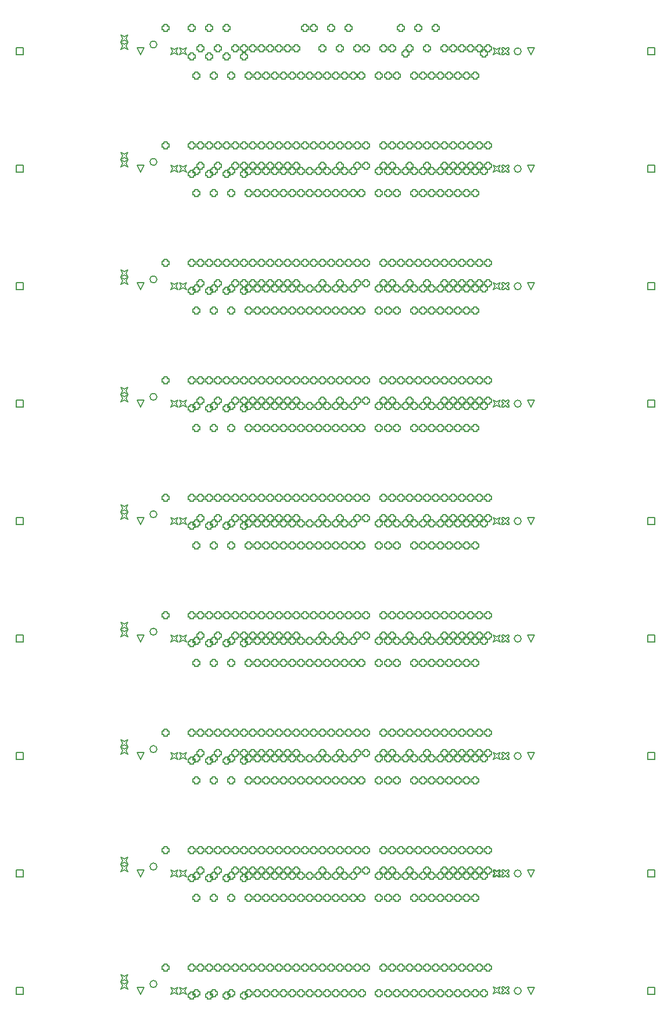
<source format=gbr>
%TF.GenerationSoftware,Altium Limited,Altium Designer,22.11.1 (43)*%
G04 Layer_Color=2752767*
%FSLAX45Y45*%
%MOMM*%
%TF.SameCoordinates,189E8146-0809-41ED-80BF-86DDFA5291D0*%
%TF.FilePolarity,Positive*%
%TF.FileFunction,Drawing*%
%TF.Part,Single*%
G01*
G75*
%TA.AperFunction,NonConductor*%
%ADD64C,0.16933*%
%ADD66C,0.12700*%
D64*
X7680803Y14180002D02*
G03*
X7680803Y14180002I-50800J0D01*
G01*
X2371801Y14280002D02*
G03*
X2371801Y14280002I-50800J0D01*
G01*
Y12569998D02*
G03*
X2371801Y12569998I-50800J0D01*
G01*
X7680803Y12469998D02*
G03*
X7680803Y12469998I-50800J0D01*
G01*
X2371801Y10859999D02*
G03*
X2371801Y10859999I-50800J0D01*
G01*
X7680803Y10759999D02*
G03*
X7680803Y10759999I-50800J0D01*
G01*
X2371801Y9149999D02*
G03*
X2371801Y9149999I-50800J0D01*
G01*
X7680803Y9050000D02*
G03*
X7680803Y9050000I-50800J0D01*
G01*
X2371801Y7440000D02*
G03*
X2371801Y7440000I-50800J0D01*
G01*
X7680803Y7340001D02*
G03*
X7680803Y7340001I-50800J0D01*
G01*
X2371801Y5730001D02*
G03*
X2371801Y5730001I-50800J0D01*
G01*
X7680803Y5630001D02*
G03*
X7680803Y5630001I-50800J0D01*
G01*
X2371801Y4020002D02*
G03*
X2371801Y4020002I-50800J0D01*
G01*
X7680803Y3920002D02*
G03*
X7680803Y3920002I-50800J0D01*
G01*
X2371801Y2309998D02*
G03*
X2371801Y2309998I-50800J0D01*
G01*
X7680803Y2209998D02*
G03*
X7680803Y2209998I-50800J0D01*
G01*
Y499999D02*
G03*
X7680803Y499999I-50800J0D01*
G01*
X2371801Y599999D02*
G03*
X2371801Y599999I-50800J0D01*
G01*
D66*
X7820000Y14129202D02*
X7769200Y14230801D01*
X7870800D01*
X7820000Y14129202D01*
X2129998D02*
X2079198Y14230801D01*
X2180798D01*
X2129998Y14129202D01*
Y12419198D02*
X2079198Y12520798D01*
X2180798D01*
X2129998Y12419198D01*
X7820000D02*
X7769200Y12520798D01*
X7870800D01*
X7820000Y12419198D01*
X2129998Y10709199D02*
X2079198Y10810799D01*
X2180798D01*
X2129998Y10709199D01*
X7820000D02*
X7769200Y10810799D01*
X7870800D01*
X7820000Y10709199D01*
X2129998Y8999200D02*
X2079198Y9100800D01*
X2180798D01*
X2129998Y8999200D01*
X7820000D02*
X7769200Y9100800D01*
X7870800D01*
X7820000Y8999200D01*
X2129998Y7289201D02*
X2079198Y7390801D01*
X2180798D01*
X2129998Y7289201D01*
X7820000D02*
X7769200Y7390801D01*
X7870800D01*
X7820000Y7289201D01*
X2129998Y5579201D02*
X2079198Y5680801D01*
X2180798D01*
X2129998Y5579201D01*
X7820000D02*
X7769200Y5680801D01*
X7870800D01*
X7820000Y5579201D01*
X2129998Y3869202D02*
X2079198Y3970802D01*
X2180798D01*
X2129998Y3869202D01*
X7820000D02*
X7769200Y3970802D01*
X7870800D01*
X7820000Y3869202D01*
X2129998Y2159198D02*
X2079198Y2260798D01*
X2180798D01*
X2129998Y2159198D01*
X7820000D02*
X7769200Y2260798D01*
X7870800D01*
X7820000Y2159198D01*
Y449199D02*
X7769200Y550799D01*
X7870800D01*
X7820000Y449199D01*
X2129998D02*
X2079198Y550799D01*
X2180798D01*
X2129998Y449199D01*
X324201D02*
Y550799D01*
X425801D01*
Y449199D01*
X324201D01*
Y2159198D02*
Y2260798D01*
X425801D01*
Y2159198D01*
X324201D01*
Y3869202D02*
Y3970802D01*
X425801D01*
Y3869202D01*
X324201D01*
Y5579201D02*
Y5680801D01*
X425801D01*
Y5579201D01*
X324201D01*
Y7289201D02*
Y7390801D01*
X425801D01*
Y7289201D01*
X324201D01*
Y8999200D02*
Y9100800D01*
X425801D01*
Y8999200D01*
X324201D01*
Y10709199D02*
Y10810799D01*
X425801D01*
Y10709199D01*
X324201D01*
Y12419198D02*
Y12520798D01*
X425801D01*
Y12419198D01*
X324201D01*
Y14129202D02*
Y14230801D01*
X425801D01*
Y14129202D01*
X324201D01*
X9524202Y2159198D02*
Y2260798D01*
X9625802D01*
Y2159198D01*
X9524202D01*
Y3869202D02*
Y3970802D01*
X9625802D01*
Y3869202D01*
X9524202D01*
Y5579201D02*
Y5680801D01*
X9625802D01*
Y5579201D01*
X9524202D01*
Y7289201D02*
Y7390801D01*
X9625802D01*
Y7289201D01*
X9524202D01*
Y8999200D02*
Y9100800D01*
X9625802D01*
Y8999200D01*
X9524202D01*
Y10709199D02*
Y10810799D01*
X9625802D01*
Y10709199D01*
X9524202D01*
Y12419198D02*
Y12520798D01*
X9625802D01*
Y12419198D01*
X9524202D01*
Y14129202D02*
Y14230801D01*
X9625802D01*
Y14129202D01*
X9524202D01*
Y449199D02*
Y550799D01*
X9625802D01*
Y449199D01*
X9524202D01*
X7400700Y14133701D02*
X7426100D01*
X7451500Y14159100D01*
X7476900Y14133701D01*
X7502300D01*
Y14159100D01*
X7476900Y14184502D01*
X7502300Y14209901D01*
Y14235301D01*
X7476900D01*
X7451500Y14209901D01*
X7426100Y14235301D01*
X7400700D01*
Y14209901D01*
X7426100Y14184502D01*
X7400700Y14159100D01*
Y14133701D01*
Y12423701D02*
X7426100D01*
X7451500Y12449101D01*
X7476900Y12423701D01*
X7502300D01*
Y12449101D01*
X7476900Y12474501D01*
X7502300Y12499901D01*
Y12525301D01*
X7476900D01*
X7451500Y12499901D01*
X7426100Y12525301D01*
X7400700D01*
Y12499901D01*
X7426100Y12474501D01*
X7400700Y12449101D01*
Y12423701D01*
Y10713701D02*
X7426100D01*
X7451500Y10739101D01*
X7476900Y10713701D01*
X7502300D01*
Y10739101D01*
X7476900Y10764501D01*
X7502300Y10789901D01*
Y10815301D01*
X7476900D01*
X7451500Y10789901D01*
X7426100Y10815301D01*
X7400700D01*
Y10789901D01*
X7426100Y10764501D01*
X7400700Y10739101D01*
Y10713701D01*
Y9003701D02*
X7426100D01*
X7451500Y9029101D01*
X7476900Y9003701D01*
X7502300D01*
Y9029101D01*
X7476900Y9054501D01*
X7502300Y9079901D01*
Y9105301D01*
X7476900D01*
X7451500Y9079901D01*
X7426100Y9105301D01*
X7400700D01*
Y9079901D01*
X7426100Y9054501D01*
X7400700Y9029101D01*
Y9003701D01*
Y7293701D02*
X7426100D01*
X7451500Y7319101D01*
X7476900Y7293701D01*
X7502300D01*
Y7319101D01*
X7476900Y7344501D01*
X7502300Y7369901D01*
Y7395301D01*
X7476900D01*
X7451500Y7369901D01*
X7426100Y7395301D01*
X7400700D01*
Y7369901D01*
X7426100Y7344501D01*
X7400700Y7319101D01*
Y7293701D01*
Y5583701D02*
X7426100D01*
X7451500Y5609101D01*
X7476900Y5583701D01*
X7502300D01*
Y5609101D01*
X7476900Y5634501D01*
X7502300Y5659901D01*
Y5685301D01*
X7476900D01*
X7451500Y5659901D01*
X7426100Y5685301D01*
X7400700D01*
Y5659901D01*
X7426100Y5634501D01*
X7400700Y5609101D01*
Y5583701D01*
Y3873701D02*
X7426100D01*
X7451500Y3899101D01*
X7476900Y3873701D01*
X7502300D01*
Y3899101D01*
X7476900Y3924501D01*
X7502300Y3949901D01*
Y3975301D01*
X7476900D01*
X7451500Y3949901D01*
X7426100Y3975301D01*
X7400700D01*
Y3949901D01*
X7426100Y3924501D01*
X7400700Y3899101D01*
Y3873701D01*
Y2163702D02*
X7426100D01*
X7451500Y2189102D01*
X7476900Y2163702D01*
X7502300D01*
Y2189102D01*
X7476900Y2214502D01*
X7502300Y2239902D01*
Y2265302D01*
X7476900D01*
X7451500Y2239902D01*
X7426100Y2265302D01*
X7400700D01*
Y2239902D01*
X7426100Y2214502D01*
X7400700Y2189102D01*
Y2163702D01*
X7273701Y453701D02*
X7299101Y504501D01*
X7273701Y555301D01*
X7324501Y529901D01*
X7375301Y555301D01*
X7349901Y504501D01*
X7375301Y453701D01*
X7324501Y479101D01*
X7273701Y453701D01*
X7400700Y453700D02*
X7426100D01*
X7451500Y479100D01*
X7476900Y453700D01*
X7502300D01*
Y479100D01*
X7476900Y504500D01*
X7502300Y529900D01*
Y555300D01*
X7476900D01*
X7451500Y529900D01*
X7426100Y555300D01*
X7400700D01*
Y529900D01*
X7426100Y504500D01*
X7400700Y479100D01*
Y453700D01*
X2473100Y14495100D02*
Y14469701D01*
X2523900D01*
Y14495100D01*
X2549300D01*
Y14545900D01*
X2523900D01*
Y14571300D01*
X2473100D01*
Y14545900D01*
X2447700D01*
Y14495100D01*
X2473100D01*
Y12785099D02*
Y12759699D01*
X2523900D01*
Y12785099D01*
X2549300D01*
Y12835899D01*
X2523900D01*
Y12861299D01*
X2473100D01*
Y12835899D01*
X2447700D01*
Y12785099D01*
X2473100D01*
Y11075099D02*
Y11049699D01*
X2523900D01*
Y11075099D01*
X2549300D01*
Y11125899D01*
X2523900D01*
Y11151299D01*
X2473100D01*
Y11125899D01*
X2447700D01*
Y11075099D01*
X2473100D01*
Y9365099D02*
Y9339699D01*
X2523900D01*
Y9365099D01*
X2549300D01*
Y9415899D01*
X2523900D01*
Y9441299D01*
X2473100D01*
Y9415899D01*
X2447700D01*
Y9365099D01*
X2473100D01*
Y7655099D02*
Y7629699D01*
X2523900D01*
Y7655099D01*
X2549300D01*
Y7705899D01*
X2523900D01*
Y7731299D01*
X2473100D01*
Y7705899D01*
X2447700D01*
Y7655099D01*
X2473100D01*
Y5945099D02*
Y5919699D01*
X2523900D01*
Y5945099D01*
X2549300D01*
Y5995899D01*
X2523900D01*
Y6021299D01*
X2473100D01*
Y5995899D01*
X2447700D01*
Y5945099D01*
X2473100D01*
Y4235099D02*
Y4209699D01*
X2523900D01*
Y4235099D01*
X2549300D01*
Y4285899D01*
X2523900D01*
Y4311299D01*
X2473100D01*
Y4285899D01*
X2447700D01*
Y4235099D01*
X2473100D01*
Y2525100D02*
Y2499700D01*
X2523900D01*
Y2525100D01*
X2549300D01*
Y2575900D01*
X2523900D01*
Y2601300D01*
X2473100D01*
Y2575900D01*
X2447700D01*
Y2525100D01*
X2473100D01*
X2854099Y2525100D02*
Y2499700D01*
X2904899D01*
Y2525100D01*
X2930299D01*
Y2575900D01*
X2904899D01*
Y2601300D01*
X2854099D01*
Y2575900D01*
X2828699D01*
Y2525100D01*
X2854099D01*
Y7655100D02*
Y7629700D01*
X2904899D01*
Y7655100D01*
X2930299D01*
Y7705900D01*
X2904899D01*
Y7731300D01*
X2854099D01*
Y7705900D01*
X2828699D01*
Y7655100D01*
X2854099D01*
X4060600Y2154600D02*
Y2129200D01*
X4111400D01*
Y2154600D01*
X4136800D01*
Y2205400D01*
X4111400D01*
Y2230800D01*
X4060600D01*
Y2205400D01*
X4035200D01*
Y2154600D01*
X4060600D01*
X6092600Y1833601D02*
Y1808201D01*
X6143400D01*
Y1833601D01*
X6168800D01*
Y1884401D01*
X6143400D01*
Y1909801D01*
X6092600D01*
Y1884401D01*
X6067200D01*
Y1833601D01*
X6092600D01*
X2854100Y815100D02*
Y789700D01*
X2904900D01*
Y815100D01*
X2930300D01*
Y865900D01*
X2904900D01*
Y891300D01*
X2854100D01*
Y865900D01*
X2828700D01*
Y815100D01*
X2854100D01*
X3362099Y14495100D02*
Y14469701D01*
X3412899D01*
Y14495100D01*
X3438299D01*
Y14545901D01*
X3412899D01*
Y14571301D01*
X3362099D01*
Y14545901D01*
X3336699D01*
Y14495100D01*
X3362099D01*
X3806599Y13803601D02*
Y13778201D01*
X3857399D01*
Y13803601D01*
X3882799D01*
Y13854401D01*
X3857399D01*
Y13879800D01*
X3806599D01*
Y13854401D01*
X3781199D01*
Y13803601D01*
X3806599D01*
X3933599D02*
Y13778201D01*
X3984399D01*
Y13803601D01*
X4009799D01*
Y13854401D01*
X3984399D01*
Y13879800D01*
X3933599D01*
Y13854401D01*
X3908199D01*
Y13803601D01*
X3933599D01*
X4060599D02*
Y13778201D01*
X4111399D01*
Y13803601D01*
X4136799D01*
Y13854401D01*
X4111399D01*
Y13879800D01*
X4060599D01*
Y13854401D01*
X4035199D01*
Y13803601D01*
X4060599D01*
X4187599D02*
Y13778201D01*
X4238399D01*
Y13803601D01*
X4263799D01*
Y13854401D01*
X4238399D01*
Y13879800D01*
X4187599D01*
Y13854401D01*
X4162199D01*
Y13803601D01*
X4187599D01*
X4314599D02*
Y13778201D01*
X4365399D01*
Y13803601D01*
X4390799D01*
Y13854401D01*
X4365399D01*
Y13879800D01*
X4314599D01*
Y13854401D01*
X4289199D01*
Y13803601D01*
X4314599D01*
X4568599D02*
Y13778201D01*
X4619399D01*
Y13803601D01*
X4644799D01*
Y13854401D01*
X4619399D01*
Y13879800D01*
X4568599D01*
Y13854401D01*
X4543199D01*
Y13803601D01*
X4568599D01*
X4695599D02*
Y13778201D01*
X4746399D01*
Y13803601D01*
X4771799D01*
Y13854401D01*
X4746399D01*
Y13879800D01*
X4695599D01*
Y13854401D01*
X4670199D01*
Y13803601D01*
X4695599D01*
X4822599D02*
Y13778201D01*
X4873399D01*
Y13803601D01*
X4898799D01*
Y13854401D01*
X4873399D01*
Y13879800D01*
X4822599D01*
Y13854401D01*
X4797199D01*
Y13803601D01*
X4822599D01*
X5203599D02*
Y13778201D01*
X5254399D01*
Y13803601D01*
X5279799D01*
Y13854401D01*
X5254399D01*
Y13879800D01*
X5203599D01*
Y13854401D01*
X5178199D01*
Y13803601D01*
X5203599D01*
X5329376D02*
Y13778201D01*
X5380176D01*
Y13803601D01*
X5405576D01*
Y13854401D01*
X5380176D01*
Y13879800D01*
X5329376D01*
Y13854401D01*
X5303976D01*
Y13803601D01*
X5329376D01*
X5575599D02*
Y13778201D01*
X5626399D01*
Y13803601D01*
X5651799D01*
Y13854401D01*
X5626399D01*
Y13879800D01*
X5575599D01*
Y13854401D01*
X5550199D01*
Y13803601D01*
X5575599D01*
X5711599D02*
Y13778201D01*
X5762399D01*
Y13803601D01*
X5787799D01*
Y13854401D01*
X5762399D01*
Y13879800D01*
X5711599D01*
Y13854401D01*
X5686199D01*
Y13803601D01*
X5711599D01*
X5838599D02*
Y13778201D01*
X5889399D01*
Y13803601D01*
X5914799D01*
Y13854401D01*
X5889399D01*
Y13879800D01*
X5838599D01*
Y13854401D01*
X5813199D01*
Y13803601D01*
X5838599D01*
X6219599D02*
Y13778201D01*
X6270399D01*
Y13803601D01*
X6295799D01*
Y13854401D01*
X6270399D01*
Y13879800D01*
X6219599D01*
Y13854401D01*
X6194199D01*
Y13803601D01*
X6219599D01*
X6346600D02*
Y13778201D01*
X6397400D01*
Y13803601D01*
X6422800D01*
Y13854401D01*
X6397400D01*
Y13879800D01*
X6346600D01*
Y13854401D01*
X6321200D01*
Y13803601D01*
X6346600D01*
X6473600D02*
Y13778201D01*
X6524400D01*
Y13803601D01*
X6549800D01*
Y13854401D01*
X6524400D01*
Y13879800D01*
X6473600D01*
Y13854401D01*
X6448200D01*
Y13803601D01*
X6473600D01*
X6600600D02*
Y13778201D01*
X6651400D01*
Y13803601D01*
X6676800D01*
Y13854401D01*
X6651400D01*
Y13879800D01*
X6600600D01*
Y13854401D01*
X6575200D01*
Y13803601D01*
X6600600D01*
X6854599D02*
Y13778201D01*
X6905399D01*
Y13803601D01*
X6930799D01*
Y13854401D01*
X6905399D01*
Y13879800D01*
X6854599D01*
Y13854401D01*
X6829199D01*
Y13803601D01*
X6854599D01*
X6981600D02*
Y13778201D01*
X7032400D01*
Y13803601D01*
X7057800D01*
Y13854401D01*
X7032400D01*
Y13879800D01*
X6981600D01*
Y13854401D01*
X6956200D01*
Y13803601D01*
X6981600D01*
X3108099Y14495100D02*
Y14469701D01*
X3158899D01*
Y14495100D01*
X3184299D01*
Y14545901D01*
X3158899D01*
Y14571301D01*
X3108099D01*
Y14545901D01*
X3082699D01*
Y14495100D01*
X3108099D01*
X7273701Y14133702D02*
X7299101Y14184502D01*
X7273701Y14235303D01*
X7324501Y14209901D01*
X7375301Y14235303D01*
X7349901Y14184502D01*
X7375301Y14133702D01*
X7324501Y14159102D01*
X7273701Y14133702D01*
X5965599Y14124602D02*
Y14099200D01*
X6016399D01*
Y14124602D01*
X6041799D01*
Y14175401D01*
X6016399D01*
Y14200801D01*
X5965599D01*
Y14175401D01*
X5940199D01*
Y14124602D01*
X5965599D01*
X2854099Y14495100D02*
Y14469701D01*
X2904899D01*
Y14495100D01*
X2930299D01*
Y14545900D01*
X2904899D01*
Y14571300D01*
X2854099D01*
Y14545900D01*
X2828699D01*
Y14495100D01*
X2854099D01*
X2701701Y14129201D02*
X2727101Y14180000D01*
X2701701Y14230801D01*
X2752501Y14205402D01*
X2803301Y14230801D01*
X2777901Y14180000D01*
X2803301Y14129201D01*
X2752501Y14154601D01*
X2701701Y14129201D01*
X2574701D02*
X2600101Y14180000D01*
X2574701Y14230801D01*
X2625501Y14205402D01*
X2676301Y14230801D01*
X2650901Y14180000D01*
X2676301Y14129201D01*
X2625501Y14154601D01*
X2574701Y14129201D01*
X3425599Y13803601D02*
Y13778201D01*
X3476399D01*
Y13803601D01*
X3501799D01*
Y13854401D01*
X3476399D01*
Y13879800D01*
X3425599D01*
Y13854401D01*
X3400199D01*
Y13803601D01*
X3425599D01*
X3171599D02*
Y13778201D01*
X3222399D01*
Y13803601D01*
X3247799D01*
Y13854401D01*
X3222399D01*
Y13879800D01*
X3171599D01*
Y13854401D01*
X3146199D01*
Y13803601D01*
X3171599D01*
X2917599D02*
Y13778201D01*
X2968399D01*
Y13803601D01*
X2993799D01*
Y13854401D01*
X2968399D01*
Y13879800D01*
X2917599D01*
Y13854401D01*
X2892199D01*
Y13803601D01*
X2917599D01*
X2981099Y14195100D02*
Y14169701D01*
X3031899D01*
Y14195100D01*
X3057299D01*
Y14245901D01*
X3031899D01*
Y14271301D01*
X2981099D01*
Y14245901D01*
X2955699D01*
Y14195100D01*
X2981099D01*
X4632099Y14495100D02*
Y14469701D01*
X4682899D01*
Y14495100D01*
X4708299D01*
Y14545901D01*
X4682899D01*
Y14571301D01*
X4632099D01*
Y14545901D01*
X4606699D01*
Y14495100D01*
X4632099D01*
X7172099Y14195100D02*
Y14169701D01*
X7222899D01*
Y14195100D01*
X7248299D01*
Y14245901D01*
X7222899D01*
Y14271301D01*
X7172099D01*
Y14245901D01*
X7146699D01*
Y14195100D01*
X7172099D01*
X7045099D02*
Y14169701D01*
X7095899D01*
Y14195100D01*
X7121299D01*
Y14245901D01*
X7095899D01*
Y14271301D01*
X7045099D01*
Y14245901D01*
X7019699D01*
Y14195100D01*
X7045099D01*
X6918099D02*
Y14169701D01*
X6968899D01*
Y14195100D01*
X6994299D01*
Y14245901D01*
X6968899D01*
Y14271301D01*
X6918099D01*
Y14245901D01*
X6892699D01*
Y14195100D01*
X6918099D01*
X6791099D02*
Y14169701D01*
X6841899D01*
Y14195100D01*
X6867299D01*
Y14245901D01*
X6841899D01*
Y14271301D01*
X6791099D01*
Y14245901D01*
X6765699D01*
Y14195100D01*
X6791099D01*
X6727600Y13803601D02*
Y13778201D01*
X6778400D01*
Y13803601D01*
X6803800D01*
Y13854401D01*
X6778400D01*
Y13879800D01*
X6727600D01*
Y13854401D01*
X6702200D01*
Y13803601D01*
X6727600D01*
X6664099Y14195100D02*
Y14169701D01*
X6714899D01*
Y14195100D01*
X6740299D01*
Y14245901D01*
X6714899D01*
Y14271301D01*
X6664099D01*
Y14245901D01*
X6638699D01*
Y14195100D01*
X6664099D01*
X6537099D02*
Y14169701D01*
X6587899D01*
Y14195100D01*
X6613299D01*
Y14245901D01*
X6587899D01*
Y14271301D01*
X6537099D01*
Y14245901D01*
X6511699D01*
Y14195100D01*
X6537099D01*
X6092600Y13803601D02*
Y13778201D01*
X6143400D01*
Y13803601D01*
X6168800D01*
Y13854401D01*
X6143400D01*
Y13879800D01*
X6092600D01*
Y13854401D01*
X6067200D01*
Y13803601D01*
X6092600D01*
X6283099Y14195100D02*
Y14169701D01*
X6333899D01*
Y14195100D01*
X6359299D01*
Y14245901D01*
X6333899D01*
Y14271301D01*
X6283099D01*
Y14245901D01*
X6257699D01*
Y14195100D01*
X6283099D01*
X6029099D02*
Y14169701D01*
X6079899D01*
Y14195100D01*
X6105299D01*
Y14245901D01*
X6079899D01*
Y14271301D01*
X6029099D01*
Y14245901D01*
X6003699D01*
Y14195100D01*
X6029099D01*
X5775099D02*
Y14169701D01*
X5825899D01*
Y14195100D01*
X5851299D01*
Y14245901D01*
X5825899D01*
Y14271301D01*
X5775099D01*
Y14245901D01*
X5749699D01*
Y14195100D01*
X5775099D01*
X5648099D02*
Y14169701D01*
X5698899D01*
Y14195100D01*
X5724299D01*
Y14245901D01*
X5698899D01*
Y14271301D01*
X5648099D01*
Y14245901D01*
X5622699D01*
Y14195100D01*
X5648099D01*
X5394099D02*
Y14169701D01*
X5444899D01*
Y14195100D01*
X5470299D01*
Y14245901D01*
X5444899D01*
Y14271301D01*
X5394099D01*
Y14245901D01*
X5368699D01*
Y14195100D01*
X5394099D01*
X5267099D02*
Y14169701D01*
X5317899D01*
Y14195100D01*
X5343299D01*
Y14245901D01*
X5317899D01*
Y14271301D01*
X5267099D01*
Y14245901D01*
X5241699D01*
Y14195100D01*
X5267099D01*
X5076599Y13803601D02*
Y13778201D01*
X5127399D01*
Y13803601D01*
X5152799D01*
Y13854401D01*
X5127399D01*
Y13879800D01*
X5076599D01*
Y13854401D01*
X5051199D01*
Y13803601D01*
X5076599D01*
X5013099Y14195100D02*
Y14169701D01*
X5063899D01*
Y14195100D01*
X5089299D01*
Y14245901D01*
X5063899D01*
Y14271301D01*
X5013099D01*
Y14245901D01*
X4987699D01*
Y14195100D01*
X5013099D01*
X4949599Y13803601D02*
Y13778201D01*
X5000399D01*
Y13803601D01*
X5025799D01*
Y13854401D01*
X5000399D01*
Y13879800D01*
X4949599D01*
Y13854401D01*
X4924199D01*
Y13803601D01*
X4949599D01*
X4759099Y14195100D02*
Y14169701D01*
X4809899D01*
Y14195100D01*
X4835299D01*
Y14245901D01*
X4809899D01*
Y14271301D01*
X4759099D01*
Y14245901D01*
X4733699D01*
Y14195100D01*
X4759099D01*
X4441599Y13803601D02*
Y13778201D01*
X4492399D01*
Y13803601D01*
X4517799D01*
Y13854401D01*
X4492399D01*
Y13879800D01*
X4441599D01*
Y13854401D01*
X4416199D01*
Y13803601D01*
X4441599D01*
X4378101Y14195100D02*
Y14169701D01*
X4428901D01*
Y14195100D01*
X4454301D01*
Y14245901D01*
X4428901D01*
Y14271301D01*
X4378101D01*
Y14245901D01*
X4352701D01*
Y14195100D01*
X4378101D01*
X4251099D02*
Y14169701D01*
X4301899D01*
Y14195100D01*
X4327299D01*
Y14245901D01*
X4301899D01*
Y14271301D01*
X4251099D01*
Y14245901D01*
X4225699D01*
Y14195100D01*
X4251099D01*
X4124099D02*
Y14169701D01*
X4174899D01*
Y14195100D01*
X4200299D01*
Y14245901D01*
X4174899D01*
Y14271301D01*
X4124099D01*
Y14245901D01*
X4098699D01*
Y14195100D01*
X4124099D01*
X3997099D02*
Y14169701D01*
X4047899D01*
Y14195100D01*
X4073299D01*
Y14245901D01*
X4047899D01*
Y14271301D01*
X3997099D01*
Y14245901D01*
X3971699D01*
Y14195100D01*
X3997099D01*
X3870099D02*
Y14169701D01*
X3920899D01*
Y14195100D01*
X3946299D01*
Y14245901D01*
X3920899D01*
Y14271301D01*
X3870099D01*
Y14245901D01*
X3844699D01*
Y14195100D01*
X3870099D01*
X3743099D02*
Y14169701D01*
X3793899D01*
Y14195100D01*
X3819299D01*
Y14245901D01*
X3793899D01*
Y14271301D01*
X3743099D01*
Y14245901D01*
X3717699D01*
Y14195100D01*
X3743099D01*
X3679599Y13803601D02*
Y13778201D01*
X3730399D01*
Y13803601D01*
X3755799D01*
Y13854401D01*
X3730399D01*
Y13879800D01*
X3679599D01*
Y13854401D01*
X3654199D01*
Y13803601D01*
X3679599D01*
X3235099Y14195100D02*
Y14169701D01*
X3285899D01*
Y14195100D01*
X3311299D01*
Y14245901D01*
X3285899D01*
Y14271301D01*
X3235099D01*
Y14245901D01*
X3209699D01*
Y14195100D01*
X3235099D01*
X3616099D02*
Y14169701D01*
X3666899D01*
Y14195100D01*
X3692299D01*
Y14245901D01*
X3666899D01*
Y14271301D01*
X3616099D01*
Y14245901D01*
X3590699D01*
Y14195100D01*
X3616099D01*
X3489099D02*
Y14169701D01*
X3539899D01*
Y14195100D01*
X3565299D01*
Y14245901D01*
X3539899D01*
Y14271301D01*
X3489099D01*
Y14245901D01*
X3463699D01*
Y14195100D01*
X3489099D01*
X4886099Y14495100D02*
Y14469701D01*
X4936899D01*
Y14495100D01*
X4962299D01*
Y14545901D01*
X4936899D01*
Y14571301D01*
X4886099D01*
Y14545901D01*
X4860699D01*
Y14495100D01*
X4886099D01*
X6410100D02*
Y14469701D01*
X6460900D01*
Y14495100D01*
X6486300D01*
Y14545901D01*
X6460900D01*
Y14571301D01*
X6410100D01*
Y14545901D01*
X6384700D01*
Y14495100D01*
X6410100D01*
X5902099D02*
Y14469701D01*
X5952899D01*
Y14495100D01*
X5978299D01*
Y14545901D01*
X5952899D01*
Y14571301D01*
X5902099D01*
Y14545901D01*
X5876699D01*
Y14495100D01*
X5902099D01*
X7108599Y14124602D02*
Y14099200D01*
X7159399D01*
Y14124602D01*
X7184799D01*
Y14175401D01*
X7159399D01*
Y14200801D01*
X7108599D01*
Y14175401D01*
X7083199D01*
Y14124602D01*
X7108599D01*
X5140099Y14495100D02*
Y14469701D01*
X5190899D01*
Y14495100D01*
X5216299D01*
Y14545901D01*
X5190899D01*
Y14571301D01*
X5140099D01*
Y14545901D01*
X5114699D01*
Y14495100D01*
X5140099D01*
X4505099D02*
Y14469701D01*
X4555899D01*
Y14495100D01*
X4581299D01*
Y14545901D01*
X4555899D01*
Y14571301D01*
X4505099D01*
Y14545901D01*
X4479699D01*
Y14495100D01*
X4505099D01*
X3362099Y14084476D02*
Y14059076D01*
X3412899D01*
Y14084476D01*
X3438299D01*
Y14135275D01*
X3412899D01*
Y14160677D01*
X3362099D01*
Y14135275D01*
X3336699D01*
Y14084476D01*
X3362099D01*
X3108099D02*
Y14059076D01*
X3158899D01*
Y14084476D01*
X3184299D01*
Y14135275D01*
X3158899D01*
Y14160677D01*
X3108099D01*
Y14135275D01*
X3082699D01*
Y14084476D01*
X3108099D01*
X2854101D02*
Y14059076D01*
X2904901D01*
Y14084476D01*
X2930301D01*
Y14135275D01*
X2904901D01*
Y14160677D01*
X2854101D01*
Y14135275D01*
X2828701D01*
Y14084476D01*
X2854101D01*
X3616099Y14084502D02*
Y14059100D01*
X3666899D01*
Y14084502D01*
X3692299D01*
Y14135301D01*
X3666899D01*
Y14160701D01*
X3616099D01*
Y14135301D01*
X3590699D01*
Y14084502D01*
X3616099D01*
X6156099Y14495100D02*
Y14469701D01*
X6206899D01*
Y14495100D01*
X6232299D01*
Y14545901D01*
X6206899D01*
Y14571301D01*
X6156099D01*
Y14545901D01*
X6130699D01*
Y14495100D01*
X6156099D01*
X3806599Y12093601D02*
Y12068201D01*
X3857399D01*
Y12093601D01*
X3882799D01*
Y12144401D01*
X3857399D01*
Y12169801D01*
X3806599D01*
Y12144401D01*
X3781199D01*
Y12093601D01*
X3806599D01*
X3933599D02*
Y12068201D01*
X3984399D01*
Y12093601D01*
X4009799D01*
Y12144401D01*
X3984399D01*
Y12169801D01*
X3933599D01*
Y12144401D01*
X3908199D01*
Y12093601D01*
X3933599D01*
X4060599D02*
Y12068201D01*
X4111399D01*
Y12093601D01*
X4136799D01*
Y12144401D01*
X4111399D01*
Y12169801D01*
X4060599D01*
Y12144401D01*
X4035199D01*
Y12093601D01*
X4060599D01*
X4187599D02*
Y12068201D01*
X4238399D01*
Y12093601D01*
X4263799D01*
Y12144401D01*
X4238399D01*
Y12169801D01*
X4187599D01*
Y12144401D01*
X4162199D01*
Y12093601D01*
X4187599D01*
X4314599D02*
Y12068201D01*
X4365399D01*
Y12093601D01*
X4390799D01*
Y12144401D01*
X4365399D01*
Y12169801D01*
X4314599D01*
Y12144401D01*
X4289199D01*
Y12093601D01*
X4314599D01*
X4568599D02*
Y12068201D01*
X4619399D01*
Y12093601D01*
X4644799D01*
Y12144401D01*
X4619399D01*
Y12169801D01*
X4568599D01*
Y12144401D01*
X4543199D01*
Y12093601D01*
X4568599D01*
X4695599D02*
Y12068201D01*
X4746399D01*
Y12093601D01*
X4771799D01*
Y12144401D01*
X4746399D01*
Y12169801D01*
X4695599D01*
Y12144401D01*
X4670199D01*
Y12093601D01*
X4695599D01*
X4822599D02*
Y12068201D01*
X4873399D01*
Y12093601D01*
X4898799D01*
Y12144401D01*
X4873399D01*
Y12169801D01*
X4822599D01*
Y12144401D01*
X4797199D01*
Y12093601D01*
X4822599D01*
X5203599D02*
Y12068201D01*
X5254399D01*
Y12093601D01*
X5279799D01*
Y12144401D01*
X5254399D01*
Y12169801D01*
X5203599D01*
Y12144401D01*
X5178199D01*
Y12093601D01*
X5203599D01*
X5329376D02*
Y12068201D01*
X5380176D01*
Y12093601D01*
X5405576D01*
Y12144401D01*
X5380176D01*
Y12169801D01*
X5329376D01*
Y12144401D01*
X5303976D01*
Y12093601D01*
X5329376D01*
X5575599D02*
Y12068201D01*
X5626399D01*
Y12093601D01*
X5651799D01*
Y12144401D01*
X5626399D01*
Y12169801D01*
X5575599D01*
Y12144401D01*
X5550199D01*
Y12093601D01*
X5575599D01*
X5711599D02*
Y12068201D01*
X5762399D01*
Y12093601D01*
X5787799D01*
Y12144401D01*
X5762399D01*
Y12169801D01*
X5711599D01*
Y12144401D01*
X5686199D01*
Y12093601D01*
X5711599D01*
X5838599D02*
Y12068201D01*
X5889399D01*
Y12093601D01*
X5914799D01*
Y12144401D01*
X5889399D01*
Y12169801D01*
X5838599D01*
Y12144401D01*
X5813199D01*
Y12093601D01*
X5838599D01*
X6219599D02*
Y12068201D01*
X6270399D01*
Y12093601D01*
X6295799D01*
Y12144401D01*
X6270399D01*
Y12169801D01*
X6219599D01*
Y12144401D01*
X6194199D01*
Y12093601D01*
X6219599D01*
X6346600D02*
Y12068201D01*
X6397400D01*
Y12093601D01*
X6422800D01*
Y12144401D01*
X6397400D01*
Y12169801D01*
X6346600D01*
Y12144401D01*
X6321200D01*
Y12093601D01*
X6346600D01*
X6473600D02*
Y12068201D01*
X6524400D01*
Y12093601D01*
X6549800D01*
Y12144401D01*
X6524400D01*
Y12169801D01*
X6473600D01*
Y12144401D01*
X6448200D01*
Y12093601D01*
X6473600D01*
X6600600D02*
Y12068201D01*
X6651400D01*
Y12093601D01*
X6676800D01*
Y12144401D01*
X6651400D01*
Y12169801D01*
X6600600D01*
Y12144401D01*
X6575200D01*
Y12093601D01*
X6600600D01*
X6854599D02*
Y12068201D01*
X6905399D01*
Y12093601D01*
X6930799D01*
Y12144401D01*
X6905399D01*
Y12169801D01*
X6854599D01*
Y12144401D01*
X6829199D01*
Y12093601D01*
X6854599D01*
X6981600D02*
Y12068201D01*
X7032400D01*
Y12093601D01*
X7057800D01*
Y12144401D01*
X7032400D01*
Y12169801D01*
X6981600D01*
Y12144401D01*
X6956200D01*
Y12093601D01*
X6981600D01*
X4822599Y12414601D02*
Y12389201D01*
X4873399D01*
Y12414601D01*
X4898799D01*
Y12465401D01*
X4873399D01*
Y12490801D01*
X4822599D01*
Y12465401D01*
X4797199D01*
Y12414601D01*
X4822599D01*
X4949599D02*
Y12389201D01*
X5000399D01*
Y12414601D01*
X5025799D01*
Y12465401D01*
X5000399D01*
Y12490801D01*
X4949599D01*
Y12465401D01*
X4924199D01*
Y12414601D01*
X4949599D01*
X7045099Y12785101D02*
Y12759701D01*
X7095899D01*
Y12785101D01*
X7121299D01*
Y12835901D01*
X7095899D01*
Y12861301D01*
X7045099D01*
Y12835901D01*
X7019699D01*
Y12785101D01*
X7045099D01*
X6918099D02*
Y12759701D01*
X6968899D01*
Y12785101D01*
X6994299D01*
Y12835901D01*
X6968899D01*
Y12861301D01*
X6918099D01*
Y12835901D01*
X6892699D01*
Y12785101D01*
X6918099D01*
X6854599Y12414601D02*
Y12389201D01*
X6905399D01*
Y12414601D01*
X6930799D01*
Y12465401D01*
X6905399D01*
Y12490801D01*
X6854599D01*
Y12465401D01*
X6829199D01*
Y12414601D01*
X6854599D01*
X6791099Y12785101D02*
Y12759701D01*
X6841899D01*
Y12785101D01*
X6867299D01*
Y12835901D01*
X6841899D01*
Y12861301D01*
X6791099D01*
Y12835901D01*
X6765699D01*
Y12785101D01*
X6791099D01*
X6664099D02*
Y12759701D01*
X6714899D01*
Y12785101D01*
X6740299D01*
Y12835901D01*
X6714899D01*
Y12861301D01*
X6664099D01*
Y12835901D01*
X6638699D01*
Y12785101D01*
X6664099D01*
X6727600Y12414601D02*
Y12389201D01*
X6778400D01*
Y12414601D01*
X6803800D01*
Y12465401D01*
X6778400D01*
Y12490801D01*
X6727600D01*
Y12465401D01*
X6702200D01*
Y12414601D01*
X6727600D01*
X6219599D02*
Y12389201D01*
X6270399D01*
Y12414601D01*
X6295799D01*
Y12465401D01*
X6270399D01*
Y12490801D01*
X6219599D01*
Y12465401D01*
X6194199D01*
Y12414601D01*
X6219599D01*
X6092600D02*
Y12389201D01*
X6143400D01*
Y12414601D01*
X6168800D01*
Y12465401D01*
X6143400D01*
Y12490801D01*
X6092600D01*
Y12465401D01*
X6067200D01*
Y12414601D01*
X6092600D01*
X5838599D02*
Y12389201D01*
X5889399D01*
Y12414601D01*
X5914799D01*
Y12465401D01*
X5889399D01*
Y12490801D01*
X5838599D01*
Y12465401D01*
X5813199D01*
Y12414601D01*
X5838599D01*
X5711599D02*
Y12389201D01*
X5762399D01*
Y12414601D01*
X5787799D01*
Y12465401D01*
X5762399D01*
Y12490801D01*
X5711599D01*
Y12465401D01*
X5686199D01*
Y12414601D01*
X5711599D01*
X5575599D02*
Y12389201D01*
X5626399D01*
Y12414601D01*
X5651799D01*
Y12465401D01*
X5626399D01*
Y12490801D01*
X5575599D01*
Y12465401D01*
X5550199D01*
Y12414601D01*
X5575599D01*
X5775099Y12785101D02*
Y12759701D01*
X5825899D01*
Y12785101D01*
X5851299D01*
Y12835901D01*
X5825899D01*
Y12861301D01*
X5775099D01*
Y12835901D01*
X5749699D01*
Y12785101D01*
X5775099D01*
X4759099D02*
Y12759701D01*
X4809899D01*
Y12785101D01*
X4835299D01*
Y12835901D01*
X4809899D01*
Y12861301D01*
X4759099D01*
Y12835901D01*
X4733699D01*
Y12785101D01*
X4759099D01*
X4378101D02*
Y12759701D01*
X4428901D01*
Y12785101D01*
X4454301D01*
Y12835901D01*
X4428901D01*
Y12861301D01*
X4378101D01*
Y12835901D01*
X4352701D01*
Y12785101D01*
X4378101D01*
X4314599Y12414601D02*
Y12389201D01*
X4365399D01*
Y12414601D01*
X4390799D01*
Y12465401D01*
X4365399D01*
Y12490801D01*
X4314599D01*
Y12465401D01*
X4289199D01*
Y12414601D01*
X4314599D01*
X4251099Y12785101D02*
Y12759701D01*
X4301899D01*
Y12785101D01*
X4327299D01*
Y12835901D01*
X4301899D01*
Y12861301D01*
X4251099D01*
Y12835901D01*
X4225699D01*
Y12785101D01*
X4251099D01*
X4124099D02*
Y12759701D01*
X4174899D01*
Y12785101D01*
X4200299D01*
Y12835901D01*
X4174899D01*
Y12861301D01*
X4124099D01*
Y12835901D01*
X4098699D01*
Y12785101D01*
X4124099D01*
X3870099D02*
Y12759701D01*
X3920899D01*
Y12785101D01*
X3946299D01*
Y12835901D01*
X3920899D01*
Y12861301D01*
X3870099D01*
Y12835901D01*
X3844699D01*
Y12785101D01*
X3870099D01*
X3743099D02*
Y12759701D01*
X3793899D01*
Y12785101D01*
X3819299D01*
Y12835901D01*
X3793899D01*
Y12861301D01*
X3743099D01*
Y12835901D01*
X3717699D01*
Y12785101D01*
X3743099D01*
X5203599Y12414601D02*
Y12389201D01*
X5254399D01*
Y12414601D01*
X5279799D01*
Y12465401D01*
X5254399D01*
Y12490801D01*
X5203599D01*
Y12465401D01*
X5178199D01*
Y12414601D01*
X5203599D01*
X5076599D02*
Y12389201D01*
X5127399D01*
Y12414601D01*
X5152799D01*
Y12465401D01*
X5127399D01*
Y12490801D01*
X5076599D01*
Y12465401D01*
X5051199D01*
Y12414601D01*
X5076599D01*
X4695599D02*
Y12389201D01*
X4746399D01*
Y12414601D01*
X4771799D01*
Y12465401D01*
X4746399D01*
Y12490801D01*
X4695599D01*
Y12465401D01*
X4670199D01*
Y12414601D01*
X4695599D01*
X4568599D02*
Y12389201D01*
X4619399D01*
Y12414601D01*
X4644799D01*
Y12465401D01*
X4619399D01*
Y12490801D01*
X4568599D01*
Y12465401D01*
X4543199D01*
Y12414601D01*
X4568599D01*
X4441599D02*
Y12389201D01*
X4492399D01*
Y12414601D01*
X4517799D01*
Y12465401D01*
X4492399D01*
Y12490801D01*
X4441599D01*
Y12465401D01*
X4416199D01*
Y12414601D01*
X4441599D01*
X4187599D02*
Y12389201D01*
X4238399D01*
Y12414601D01*
X4263799D01*
Y12465401D01*
X4238399D01*
Y12490801D01*
X4187599D01*
Y12465401D01*
X4162199D01*
Y12414601D01*
X4187599D01*
X4060599D02*
Y12389201D01*
X4111399D01*
Y12414601D01*
X4136799D01*
Y12465401D01*
X4111399D01*
Y12490801D01*
X4060599D01*
Y12465401D01*
X4035199D01*
Y12414601D01*
X4060599D01*
X3933599D02*
Y12389201D01*
X3984399D01*
Y12414601D01*
X4009799D01*
Y12465401D01*
X3984399D01*
Y12490801D01*
X3933599D01*
Y12465401D01*
X3908199D01*
Y12414601D01*
X3933599D01*
X3806599D02*
Y12389201D01*
X3857399D01*
Y12414601D01*
X3882799D01*
Y12465401D01*
X3857399D01*
Y12490801D01*
X3806599D01*
Y12465401D01*
X3781199D01*
Y12414601D01*
X3806599D01*
X3235099Y12785101D02*
Y12759701D01*
X3285899D01*
Y12785101D01*
X3311299D01*
Y12835901D01*
X3285899D01*
Y12861301D01*
X3235099D01*
Y12835901D01*
X3209699D01*
Y12785101D01*
X3235099D01*
X3108099D02*
Y12759701D01*
X3158899D01*
Y12785101D01*
X3184299D01*
Y12835901D01*
X3158899D01*
Y12861301D01*
X3108099D01*
Y12835901D01*
X3082699D01*
Y12785101D01*
X3108099D01*
X3171599Y12414601D02*
Y12389201D01*
X3222399D01*
Y12414601D01*
X3247799D01*
Y12465401D01*
X3222399D01*
Y12490801D01*
X3171599D01*
Y12465401D01*
X3146199D01*
Y12414601D01*
X3171599D01*
X3425599D02*
Y12389201D01*
X3476399D01*
Y12414601D01*
X3501799D01*
Y12465401D01*
X3476399D01*
Y12490801D01*
X3425599D01*
Y12465401D01*
X3400199D01*
Y12414601D01*
X3425599D01*
X3616099Y12785101D02*
Y12759701D01*
X3666899D01*
Y12785101D01*
X3692299D01*
Y12835901D01*
X3666899D01*
Y12861301D01*
X3616099D01*
Y12835901D01*
X3590699D01*
Y12785101D01*
X3616099D01*
X7172099D02*
Y12759701D01*
X7222899D01*
Y12785101D01*
X7248299D01*
Y12835901D01*
X7222899D01*
Y12861301D01*
X7172099D01*
Y12835901D01*
X7146699D01*
Y12785101D01*
X7172099D01*
X6537099D02*
Y12759701D01*
X6587899D01*
Y12785101D01*
X6613299D01*
Y12835901D01*
X6587899D01*
Y12861301D01*
X6537099D01*
Y12835901D01*
X6511699D01*
Y12785101D01*
X6537099D01*
X6283099D02*
Y12759701D01*
X6333899D01*
Y12785101D01*
X6359299D01*
Y12835901D01*
X6333899D01*
Y12861301D01*
X6283099D01*
Y12835901D01*
X6257699D01*
Y12785101D01*
X6283099D01*
X6029099D02*
Y12759701D01*
X6079899D01*
Y12785101D01*
X6105299D01*
Y12835901D01*
X6079899D01*
Y12861301D01*
X6029099D01*
Y12835901D01*
X6003699D01*
Y12785101D01*
X6029099D01*
X5648099D02*
Y12759701D01*
X5698899D01*
Y12785101D01*
X5724299D01*
Y12835901D01*
X5698899D01*
Y12861301D01*
X5648099D01*
Y12835901D01*
X5622699D01*
Y12785101D01*
X5648099D01*
X5394099D02*
Y12759701D01*
X5444899D01*
Y12785101D01*
X5470299D01*
Y12835901D01*
X5444899D01*
Y12861301D01*
X5394099D01*
Y12835901D01*
X5368699D01*
Y12785101D01*
X5394099D01*
X5267099D02*
Y12759701D01*
X5317899D01*
Y12785101D01*
X5343299D01*
Y12835901D01*
X5317899D01*
Y12861301D01*
X5267099D01*
Y12835901D01*
X5241699D01*
Y12785101D01*
X5267099D01*
X5013099D02*
Y12759701D01*
X5063899D01*
Y12785101D01*
X5089299D01*
Y12835901D01*
X5063899D01*
Y12861301D01*
X5013099D01*
Y12835901D01*
X4987699D01*
Y12785101D01*
X5013099D01*
X3997099D02*
Y12759701D01*
X4047899D01*
Y12785101D01*
X4073299D01*
Y12835901D01*
X4047899D01*
Y12861301D01*
X3997099D01*
Y12835901D01*
X3971699D01*
Y12785101D01*
X3997099D01*
X3489099D02*
Y12759701D01*
X3539899D01*
Y12785101D01*
X3565299D01*
Y12835901D01*
X3539899D01*
Y12861301D01*
X3489099D01*
Y12835901D01*
X3463699D01*
Y12785101D01*
X3489099D01*
X7273701Y12423702D02*
X7299101Y12474502D01*
X7273701Y12525302D01*
X7324501Y12499902D01*
X7375301Y12525302D01*
X7349901Y12474502D01*
X7375301Y12423702D01*
X7324501Y12449102D01*
X7273701Y12423702D01*
X2981099Y12785101D02*
Y12759701D01*
X3031899D01*
Y12785101D01*
X3057299D01*
Y12835901D01*
X3031899D01*
Y12861301D01*
X2981099D01*
Y12835901D01*
X2955699D01*
Y12785101D01*
X2981099D01*
X2917599Y12414601D02*
Y12389201D01*
X2968399D01*
Y12414601D01*
X2993799D01*
Y12465401D01*
X2968399D01*
Y12490801D01*
X2917599D01*
Y12465401D01*
X2892199D01*
Y12414601D01*
X2917599D01*
X3679599D02*
Y12389201D01*
X3730399D01*
Y12414601D01*
X3755799D01*
Y12465401D01*
X3730399D01*
Y12490801D01*
X3679599D01*
Y12465401D01*
X3654199D01*
Y12414601D01*
X3679599D01*
X5965599D02*
Y12389201D01*
X6016399D01*
Y12414601D01*
X6041799D01*
Y12465401D01*
X6016399D01*
Y12490801D01*
X5965599D01*
Y12465401D01*
X5940199D01*
Y12414601D01*
X5965599D01*
X2854099Y12785100D02*
Y12759700D01*
X2904899D01*
Y12785100D01*
X2930299D01*
Y12835899D01*
X2904899D01*
Y12861301D01*
X2854099D01*
Y12835899D01*
X2828699D01*
Y12785100D01*
X2854099D01*
X2701701Y12419201D02*
X2727101Y12470001D01*
X2701701Y12520801D01*
X2752501Y12495401D01*
X2803301Y12520801D01*
X2777901Y12470001D01*
X2803301Y12419201D01*
X2752501Y12444601D01*
X2701701Y12419201D01*
X2574701D02*
X2600101Y12470001D01*
X2574701Y12520801D01*
X2625501Y12495401D01*
X2676301Y12520801D01*
X2650901Y12470001D01*
X2676301Y12419201D01*
X2625501Y12444601D01*
X2574701Y12419201D01*
X3425599Y12093601D02*
Y12068201D01*
X3476399D01*
Y12093601D01*
X3501799D01*
Y12144401D01*
X3476399D01*
Y12169801D01*
X3425599D01*
Y12144401D01*
X3400199D01*
Y12093601D01*
X3425599D01*
X3171599D02*
Y12068201D01*
X3222399D01*
Y12093601D01*
X3247799D01*
Y12144401D01*
X3222399D01*
Y12169801D01*
X3171599D01*
Y12144401D01*
X3146199D01*
Y12093601D01*
X3171599D01*
X2917599D02*
Y12068201D01*
X2968399D01*
Y12093601D01*
X2993799D01*
Y12144401D01*
X2968399D01*
Y12169801D01*
X2917599D01*
Y12144401D01*
X2892199D01*
Y12093601D01*
X2917599D01*
X2981099Y12485101D02*
Y12459701D01*
X3031899D01*
Y12485101D01*
X3057299D01*
Y12535901D01*
X3031899D01*
Y12561301D01*
X2981099D01*
Y12535901D01*
X2955699D01*
Y12485101D01*
X2981099D01*
X4632099Y12785101D02*
Y12759701D01*
X4682899D01*
Y12785101D01*
X4708299D01*
Y12835901D01*
X4682899D01*
Y12861301D01*
X4632099D01*
Y12835901D01*
X4606699D01*
Y12785101D01*
X4632099D01*
X6346600Y12414601D02*
Y12389201D01*
X6397400D01*
Y12414601D01*
X6422800D01*
Y12465401D01*
X6397400D01*
Y12490801D01*
X6346600D01*
Y12465401D01*
X6321200D01*
Y12414601D01*
X6346600D01*
X6473600D02*
Y12389201D01*
X6524400D01*
Y12414601D01*
X6549800D01*
Y12465401D01*
X6524400D01*
Y12490801D01*
X6473600D01*
Y12465401D01*
X6448200D01*
Y12414601D01*
X6473600D01*
X6600600D02*
Y12389201D01*
X6651400D01*
Y12414601D01*
X6676800D01*
Y12465401D01*
X6651400D01*
Y12490801D01*
X6600600D01*
Y12465401D01*
X6575200D01*
Y12414601D01*
X6600600D01*
X6981600D02*
Y12389201D01*
X7032400D01*
Y12414601D01*
X7057800D01*
Y12465401D01*
X7032400D01*
Y12490801D01*
X6981600D01*
Y12465401D01*
X6956200D01*
Y12414601D01*
X6981600D01*
X7172099Y12485101D02*
Y12459701D01*
X7222899D01*
Y12485101D01*
X7248299D01*
Y12535901D01*
X7222899D01*
Y12561301D01*
X7172099D01*
Y12535901D01*
X7146699D01*
Y12485101D01*
X7172099D01*
X7045099D02*
Y12459701D01*
X7095899D01*
Y12485101D01*
X7121299D01*
Y12535901D01*
X7095899D01*
Y12561301D01*
X7045099D01*
Y12535901D01*
X7019699D01*
Y12485101D01*
X7045099D01*
X6918099D02*
Y12459701D01*
X6968899D01*
Y12485101D01*
X6994299D01*
Y12535901D01*
X6968899D01*
Y12561301D01*
X6918099D01*
Y12535901D01*
X6892699D01*
Y12485101D01*
X6918099D01*
X6791099D02*
Y12459701D01*
X6841899D01*
Y12485101D01*
X6867299D01*
Y12535901D01*
X6841899D01*
Y12561301D01*
X6791099D01*
Y12535901D01*
X6765699D01*
Y12485101D01*
X6791099D01*
X6727600Y12093601D02*
Y12068201D01*
X6778400D01*
Y12093601D01*
X6803800D01*
Y12144401D01*
X6778400D01*
Y12169801D01*
X6727600D01*
Y12144401D01*
X6702200D01*
Y12093601D01*
X6727600D01*
X6664099Y12485101D02*
Y12459701D01*
X6714899D01*
Y12485101D01*
X6740299D01*
Y12535901D01*
X6714899D01*
Y12561301D01*
X6664099D01*
Y12535901D01*
X6638699D01*
Y12485101D01*
X6664099D01*
X6537099D02*
Y12459701D01*
X6587899D01*
Y12485101D01*
X6613299D01*
Y12535901D01*
X6587899D01*
Y12561301D01*
X6537099D01*
Y12535901D01*
X6511699D01*
Y12485101D01*
X6537099D01*
X6092600Y12093601D02*
Y12068201D01*
X6143400D01*
Y12093601D01*
X6168800D01*
Y12144401D01*
X6143400D01*
Y12169801D01*
X6092600D01*
Y12144401D01*
X6067200D01*
Y12093601D01*
X6092600D01*
X6283099Y12485101D02*
Y12459701D01*
X6333899D01*
Y12485101D01*
X6359299D01*
Y12535901D01*
X6333899D01*
Y12561301D01*
X6283099D01*
Y12535901D01*
X6257699D01*
Y12485101D01*
X6283099D01*
X6029099D02*
Y12459701D01*
X6079899D01*
Y12485101D01*
X6105299D01*
Y12535901D01*
X6079899D01*
Y12561301D01*
X6029099D01*
Y12535901D01*
X6003699D01*
Y12485101D01*
X6029099D01*
X5775099D02*
Y12459701D01*
X5825899D01*
Y12485101D01*
X5851299D01*
Y12535901D01*
X5825899D01*
Y12561301D01*
X5775099D01*
Y12535901D01*
X5749699D01*
Y12485101D01*
X5775099D01*
X5648099D02*
Y12459701D01*
X5698899D01*
Y12485101D01*
X5724299D01*
Y12535901D01*
X5698899D01*
Y12561301D01*
X5648099D01*
Y12535901D01*
X5622699D01*
Y12485101D01*
X5648099D01*
X5394099D02*
Y12459701D01*
X5444899D01*
Y12485101D01*
X5470299D01*
Y12535901D01*
X5444899D01*
Y12561301D01*
X5394099D01*
Y12535901D01*
X5368699D01*
Y12485101D01*
X5394099D01*
X5267099D02*
Y12459701D01*
X5317899D01*
Y12485101D01*
X5343299D01*
Y12535901D01*
X5317899D01*
Y12561301D01*
X5267099D01*
Y12535901D01*
X5241699D01*
Y12485101D01*
X5267099D01*
X5076599Y12093601D02*
Y12068201D01*
X5127399D01*
Y12093601D01*
X5152799D01*
Y12144401D01*
X5127399D01*
Y12169801D01*
X5076599D01*
Y12144401D01*
X5051199D01*
Y12093601D01*
X5076599D01*
X5013099Y12485101D02*
Y12459701D01*
X5063899D01*
Y12485101D01*
X5089299D01*
Y12535901D01*
X5063899D01*
Y12561301D01*
X5013099D01*
Y12535901D01*
X4987699D01*
Y12485101D01*
X5013099D01*
X4949599Y12093601D02*
Y12068201D01*
X5000399D01*
Y12093601D01*
X5025799D01*
Y12144401D01*
X5000399D01*
Y12169801D01*
X4949599D01*
Y12144401D01*
X4924199D01*
Y12093601D01*
X4949599D01*
X4759099Y12485101D02*
Y12459701D01*
X4809899D01*
Y12485101D01*
X4835299D01*
Y12535901D01*
X4809899D01*
Y12561301D01*
X4759099D01*
Y12535901D01*
X4733699D01*
Y12485101D01*
X4759099D01*
X4441599Y12093601D02*
Y12068201D01*
X4492399D01*
Y12093601D01*
X4517799D01*
Y12144401D01*
X4492399D01*
Y12169801D01*
X4441599D01*
Y12144401D01*
X4416199D01*
Y12093601D01*
X4441599D01*
X4378101Y12485101D02*
Y12459701D01*
X4428901D01*
Y12485101D01*
X4454301D01*
Y12535901D01*
X4428901D01*
Y12561301D01*
X4378101D01*
Y12535901D01*
X4352701D01*
Y12485101D01*
X4378101D01*
X4251099D02*
Y12459701D01*
X4301899D01*
Y12485101D01*
X4327299D01*
Y12535901D01*
X4301899D01*
Y12561301D01*
X4251099D01*
Y12535901D01*
X4225699D01*
Y12485101D01*
X4251099D01*
X4124099D02*
Y12459701D01*
X4174899D01*
Y12485101D01*
X4200299D01*
Y12535901D01*
X4174899D01*
Y12561301D01*
X4124099D01*
Y12535901D01*
X4098699D01*
Y12485101D01*
X4124099D01*
X3997099D02*
Y12459701D01*
X4047899D01*
Y12485101D01*
X4073299D01*
Y12535901D01*
X4047899D01*
Y12561301D01*
X3997099D01*
Y12535901D01*
X3971699D01*
Y12485101D01*
X3997099D01*
X3870099D02*
Y12459701D01*
X3920899D01*
Y12485101D01*
X3946299D01*
Y12535901D01*
X3920899D01*
Y12561301D01*
X3870099D01*
Y12535901D01*
X3844699D01*
Y12485101D01*
X3870099D01*
X3743099D02*
Y12459701D01*
X3793899D01*
Y12485101D01*
X3819299D01*
Y12535901D01*
X3793899D01*
Y12561301D01*
X3743099D01*
Y12535901D01*
X3717699D01*
Y12485101D01*
X3743099D01*
X3679599Y12093601D02*
Y12068201D01*
X3730399D01*
Y12093601D01*
X3755799D01*
Y12144401D01*
X3730399D01*
Y12169801D01*
X3679599D01*
Y12144401D01*
X3654199D01*
Y12093601D01*
X3679599D01*
X3235099Y12485101D02*
Y12459701D01*
X3285899D01*
Y12485101D01*
X3311299D01*
Y12535901D01*
X3285899D01*
Y12561301D01*
X3235099D01*
Y12535901D01*
X3209699D01*
Y12485101D01*
X3235099D01*
X3616099D02*
Y12459701D01*
X3666899D01*
Y12485101D01*
X3692299D01*
Y12535901D01*
X3666899D01*
Y12561301D01*
X3616099D01*
Y12535901D01*
X3590699D01*
Y12485101D01*
X3616099D01*
X3489099D02*
Y12459701D01*
X3539899D01*
Y12485101D01*
X3565299D01*
Y12535901D01*
X3539899D01*
Y12561301D01*
X3489099D01*
Y12535901D01*
X3463699D01*
Y12485101D01*
X3489099D01*
X4886099Y12785101D02*
Y12759701D01*
X4936899D01*
Y12785101D01*
X4962299D01*
Y12835901D01*
X4936899D01*
Y12861301D01*
X4886099D01*
Y12835901D01*
X4860699D01*
Y12785101D01*
X4886099D01*
X6410100D02*
Y12759701D01*
X6460900D01*
Y12785101D01*
X6486300D01*
Y12835901D01*
X6460900D01*
Y12861301D01*
X6410100D01*
Y12835901D01*
X6384700D01*
Y12785101D01*
X6410100D01*
X5902099D02*
Y12759701D01*
X5952899D01*
Y12785101D01*
X5978299D01*
Y12835901D01*
X5952899D01*
Y12861301D01*
X5902099D01*
Y12835901D01*
X5876699D01*
Y12785101D01*
X5902099D01*
X7108599Y12414601D02*
Y12389201D01*
X7159399D01*
Y12414601D01*
X7184799D01*
Y12465401D01*
X7159399D01*
Y12490801D01*
X7108599D01*
Y12465401D01*
X7083199D01*
Y12414601D01*
X7108599D01*
X5140099Y12785101D02*
Y12759701D01*
X5190899D01*
Y12785101D01*
X5216299D01*
Y12835901D01*
X5190899D01*
Y12861301D01*
X5140099D01*
Y12835901D01*
X5114699D01*
Y12785101D01*
X5140099D01*
X4505099D02*
Y12759701D01*
X4555899D01*
Y12785101D01*
X4581299D01*
Y12835901D01*
X4555899D01*
Y12861301D01*
X4505099D01*
Y12835901D01*
X4479699D01*
Y12785101D01*
X4505099D01*
X3362099Y12374476D02*
Y12349076D01*
X3412899D01*
Y12374476D01*
X3438299D01*
Y12425276D01*
X3412899D01*
Y12450676D01*
X3362099D01*
Y12425276D01*
X3336699D01*
Y12374476D01*
X3362099D01*
Y12785101D02*
Y12759701D01*
X3412899D01*
Y12785101D01*
X3438299D01*
Y12835901D01*
X3412899D01*
Y12861301D01*
X3362099D01*
Y12835901D01*
X3336699D01*
Y12785101D01*
X3362099D01*
X3108099Y12374476D02*
Y12349076D01*
X3158899D01*
Y12374476D01*
X3184299D01*
Y12425276D01*
X3158899D01*
Y12450676D01*
X3108099D01*
Y12425276D01*
X3082699D01*
Y12374476D01*
X3108099D01*
X2854101D02*
Y12349076D01*
X2904901D01*
Y12374476D01*
X2930301D01*
Y12425276D01*
X2904901D01*
Y12450676D01*
X2854101D01*
Y12425276D01*
X2828701D01*
Y12374476D01*
X2854101D01*
X3616099Y12374501D02*
Y12349101D01*
X3666899D01*
Y12374501D01*
X3692299D01*
Y12425301D01*
X3666899D01*
Y12450701D01*
X3616099D01*
Y12425301D01*
X3590699D01*
Y12374501D01*
X3616099D01*
X6156099Y12785101D02*
Y12759701D01*
X6206899D01*
Y12785101D01*
X6232299D01*
Y12835901D01*
X6206899D01*
Y12861301D01*
X6156099D01*
Y12835901D01*
X6130699D01*
Y12785101D01*
X6156099D01*
X3806599Y10383601D02*
Y10358201D01*
X3857399D01*
Y10383601D01*
X3882799D01*
Y10434401D01*
X3857399D01*
Y10459801D01*
X3806599D01*
Y10434401D01*
X3781199D01*
Y10383601D01*
X3806599D01*
X3933599D02*
Y10358201D01*
X3984399D01*
Y10383601D01*
X4009799D01*
Y10434401D01*
X3984399D01*
Y10459801D01*
X3933599D01*
Y10434401D01*
X3908199D01*
Y10383601D01*
X3933599D01*
X4060599D02*
Y10358201D01*
X4111399D01*
Y10383601D01*
X4136799D01*
Y10434401D01*
X4111399D01*
Y10459801D01*
X4060599D01*
Y10434401D01*
X4035199D01*
Y10383601D01*
X4060599D01*
X4187599D02*
Y10358201D01*
X4238399D01*
Y10383601D01*
X4263799D01*
Y10434401D01*
X4238399D01*
Y10459801D01*
X4187599D01*
Y10434401D01*
X4162199D01*
Y10383601D01*
X4187599D01*
X4314599D02*
Y10358201D01*
X4365399D01*
Y10383601D01*
X4390799D01*
Y10434401D01*
X4365399D01*
Y10459801D01*
X4314599D01*
Y10434401D01*
X4289199D01*
Y10383601D01*
X4314599D01*
X4568599D02*
Y10358201D01*
X4619399D01*
Y10383601D01*
X4644799D01*
Y10434401D01*
X4619399D01*
Y10459801D01*
X4568599D01*
Y10434401D01*
X4543199D01*
Y10383601D01*
X4568599D01*
X4695599D02*
Y10358201D01*
X4746399D01*
Y10383601D01*
X4771799D01*
Y10434401D01*
X4746399D01*
Y10459801D01*
X4695599D01*
Y10434401D01*
X4670199D01*
Y10383601D01*
X4695599D01*
X4822599D02*
Y10358201D01*
X4873399D01*
Y10383601D01*
X4898799D01*
Y10434401D01*
X4873399D01*
Y10459801D01*
X4822599D01*
Y10434401D01*
X4797199D01*
Y10383601D01*
X4822599D01*
X5203599D02*
Y10358201D01*
X5254399D01*
Y10383601D01*
X5279799D01*
Y10434401D01*
X5254399D01*
Y10459801D01*
X5203599D01*
Y10434401D01*
X5178199D01*
Y10383601D01*
X5203599D01*
X5329376D02*
Y10358201D01*
X5380176D01*
Y10383601D01*
X5405576D01*
Y10434401D01*
X5380176D01*
Y10459801D01*
X5329376D01*
Y10434401D01*
X5303976D01*
Y10383601D01*
X5329376D01*
X5575599D02*
Y10358201D01*
X5626399D01*
Y10383601D01*
X5651799D01*
Y10434401D01*
X5626399D01*
Y10459801D01*
X5575599D01*
Y10434401D01*
X5550199D01*
Y10383601D01*
X5575599D01*
X5711599D02*
Y10358201D01*
X5762399D01*
Y10383601D01*
X5787799D01*
Y10434401D01*
X5762399D01*
Y10459801D01*
X5711599D01*
Y10434401D01*
X5686199D01*
Y10383601D01*
X5711599D01*
X5838599D02*
Y10358201D01*
X5889399D01*
Y10383601D01*
X5914799D01*
Y10434401D01*
X5889399D01*
Y10459801D01*
X5838599D01*
Y10434401D01*
X5813199D01*
Y10383601D01*
X5838599D01*
X6219599D02*
Y10358201D01*
X6270399D01*
Y10383601D01*
X6295799D01*
Y10434401D01*
X6270399D01*
Y10459801D01*
X6219599D01*
Y10434401D01*
X6194199D01*
Y10383601D01*
X6219599D01*
X6346600D02*
Y10358201D01*
X6397400D01*
Y10383601D01*
X6422800D01*
Y10434401D01*
X6397400D01*
Y10459801D01*
X6346600D01*
Y10434401D01*
X6321200D01*
Y10383601D01*
X6346600D01*
X6473600D02*
Y10358201D01*
X6524400D01*
Y10383601D01*
X6549800D01*
Y10434401D01*
X6524400D01*
Y10459801D01*
X6473600D01*
Y10434401D01*
X6448200D01*
Y10383601D01*
X6473600D01*
X6600600D02*
Y10358201D01*
X6651400D01*
Y10383601D01*
X6676800D01*
Y10434401D01*
X6651400D01*
Y10459801D01*
X6600600D01*
Y10434401D01*
X6575200D01*
Y10383601D01*
X6600600D01*
X6854599D02*
Y10358201D01*
X6905399D01*
Y10383601D01*
X6930799D01*
Y10434401D01*
X6905399D01*
Y10459801D01*
X6854599D01*
Y10434401D01*
X6829199D01*
Y10383601D01*
X6854599D01*
X6981600D02*
Y10358201D01*
X7032400D01*
Y10383601D01*
X7057800D01*
Y10434401D01*
X7032400D01*
Y10459801D01*
X6981600D01*
Y10434401D01*
X6956200D01*
Y10383601D01*
X6981600D01*
X4822599Y10704600D02*
Y10679200D01*
X4873399D01*
Y10704600D01*
X4898799D01*
Y10755400D01*
X4873399D01*
Y10780800D01*
X4822599D01*
Y10755400D01*
X4797199D01*
Y10704600D01*
X4822599D01*
X4949599D02*
Y10679200D01*
X5000399D01*
Y10704600D01*
X5025799D01*
Y10755400D01*
X5000399D01*
Y10780800D01*
X4949599D01*
Y10755400D01*
X4924199D01*
Y10704600D01*
X4949599D01*
X7045099Y11075101D02*
Y11049701D01*
X7095899D01*
Y11075101D01*
X7121299D01*
Y11125901D01*
X7095899D01*
Y11151301D01*
X7045099D01*
Y11125901D01*
X7019699D01*
Y11075101D01*
X7045099D01*
X6918099D02*
Y11049701D01*
X6968899D01*
Y11075101D01*
X6994299D01*
Y11125901D01*
X6968899D01*
Y11151301D01*
X6918099D01*
Y11125901D01*
X6892699D01*
Y11075101D01*
X6918099D01*
X6854599Y10704600D02*
Y10679200D01*
X6905399D01*
Y10704600D01*
X6930799D01*
Y10755400D01*
X6905399D01*
Y10780800D01*
X6854599D01*
Y10755400D01*
X6829199D01*
Y10704600D01*
X6854599D01*
X6791099Y11075101D02*
Y11049701D01*
X6841899D01*
Y11075101D01*
X6867299D01*
Y11125901D01*
X6841899D01*
Y11151301D01*
X6791099D01*
Y11125901D01*
X6765699D01*
Y11075101D01*
X6791099D01*
X6664099D02*
Y11049701D01*
X6714899D01*
Y11075101D01*
X6740299D01*
Y11125901D01*
X6714899D01*
Y11151301D01*
X6664099D01*
Y11125901D01*
X6638699D01*
Y11075101D01*
X6664099D01*
X6727600Y10704600D02*
Y10679200D01*
X6778400D01*
Y10704600D01*
X6803800D01*
Y10755400D01*
X6778400D01*
Y10780800D01*
X6727600D01*
Y10755400D01*
X6702200D01*
Y10704600D01*
X6727600D01*
X6219599D02*
Y10679200D01*
X6270399D01*
Y10704600D01*
X6295799D01*
Y10755400D01*
X6270399D01*
Y10780800D01*
X6219599D01*
Y10755400D01*
X6194199D01*
Y10704600D01*
X6219599D01*
X6092600D02*
Y10679200D01*
X6143400D01*
Y10704600D01*
X6168800D01*
Y10755400D01*
X6143400D01*
Y10780800D01*
X6092600D01*
Y10755400D01*
X6067200D01*
Y10704600D01*
X6092600D01*
X5838599D02*
Y10679200D01*
X5889399D01*
Y10704600D01*
X5914799D01*
Y10755400D01*
X5889399D01*
Y10780800D01*
X5838599D01*
Y10755400D01*
X5813199D01*
Y10704600D01*
X5838599D01*
X5711599D02*
Y10679200D01*
X5762399D01*
Y10704600D01*
X5787799D01*
Y10755400D01*
X5762399D01*
Y10780800D01*
X5711599D01*
Y10755400D01*
X5686199D01*
Y10704600D01*
X5711599D01*
X5575599D02*
Y10679200D01*
X5626399D01*
Y10704600D01*
X5651799D01*
Y10755400D01*
X5626399D01*
Y10780800D01*
X5575599D01*
Y10755400D01*
X5550199D01*
Y10704600D01*
X5575599D01*
X5775099Y11075101D02*
Y11049701D01*
X5825899D01*
Y11075101D01*
X5851299D01*
Y11125901D01*
X5825899D01*
Y11151301D01*
X5775099D01*
Y11125901D01*
X5749699D01*
Y11075101D01*
X5775099D01*
X4759099D02*
Y11049701D01*
X4809899D01*
Y11075101D01*
X4835299D01*
Y11125901D01*
X4809899D01*
Y11151301D01*
X4759099D01*
Y11125901D01*
X4733699D01*
Y11075101D01*
X4759099D01*
X4378101D02*
Y11049701D01*
X4428901D01*
Y11075101D01*
X4454301D01*
Y11125901D01*
X4428901D01*
Y11151301D01*
X4378101D01*
Y11125901D01*
X4352701D01*
Y11075101D01*
X4378101D01*
X4314599Y10704600D02*
Y10679200D01*
X4365399D01*
Y10704600D01*
X4390799D01*
Y10755400D01*
X4365399D01*
Y10780800D01*
X4314599D01*
Y10755400D01*
X4289199D01*
Y10704600D01*
X4314599D01*
X4251099Y11075101D02*
Y11049701D01*
X4301899D01*
Y11075101D01*
X4327299D01*
Y11125901D01*
X4301899D01*
Y11151301D01*
X4251099D01*
Y11125901D01*
X4225699D01*
Y11075101D01*
X4251099D01*
X4124099D02*
Y11049701D01*
X4174899D01*
Y11075101D01*
X4200299D01*
Y11125901D01*
X4174899D01*
Y11151301D01*
X4124099D01*
Y11125901D01*
X4098699D01*
Y11075101D01*
X4124099D01*
X3870099D02*
Y11049701D01*
X3920899D01*
Y11075101D01*
X3946299D01*
Y11125901D01*
X3920899D01*
Y11151301D01*
X3870099D01*
Y11125901D01*
X3844699D01*
Y11075101D01*
X3870099D01*
X3743099D02*
Y11049701D01*
X3793899D01*
Y11075101D01*
X3819299D01*
Y11125901D01*
X3793899D01*
Y11151301D01*
X3743099D01*
Y11125901D01*
X3717699D01*
Y11075101D01*
X3743099D01*
X5203599Y10704600D02*
Y10679200D01*
X5254399D01*
Y10704600D01*
X5279799D01*
Y10755400D01*
X5254399D01*
Y10780800D01*
X5203599D01*
Y10755400D01*
X5178199D01*
Y10704600D01*
X5203599D01*
X5076599D02*
Y10679200D01*
X5127399D01*
Y10704600D01*
X5152799D01*
Y10755400D01*
X5127399D01*
Y10780800D01*
X5076599D01*
Y10755400D01*
X5051199D01*
Y10704600D01*
X5076599D01*
X4695599D02*
Y10679200D01*
X4746399D01*
Y10704600D01*
X4771799D01*
Y10755400D01*
X4746399D01*
Y10780800D01*
X4695599D01*
Y10755400D01*
X4670199D01*
Y10704600D01*
X4695599D01*
X4568599D02*
Y10679200D01*
X4619399D01*
Y10704600D01*
X4644799D01*
Y10755400D01*
X4619399D01*
Y10780800D01*
X4568599D01*
Y10755400D01*
X4543199D01*
Y10704600D01*
X4568599D01*
X4441599D02*
Y10679200D01*
X4492399D01*
Y10704600D01*
X4517799D01*
Y10755400D01*
X4492399D01*
Y10780800D01*
X4441599D01*
Y10755400D01*
X4416199D01*
Y10704600D01*
X4441599D01*
X4187599D02*
Y10679200D01*
X4238399D01*
Y10704600D01*
X4263799D01*
Y10755400D01*
X4238399D01*
Y10780800D01*
X4187599D01*
Y10755400D01*
X4162199D01*
Y10704600D01*
X4187599D01*
X4060599D02*
Y10679200D01*
X4111399D01*
Y10704600D01*
X4136799D01*
Y10755400D01*
X4111399D01*
Y10780800D01*
X4060599D01*
Y10755400D01*
X4035199D01*
Y10704600D01*
X4060599D01*
X3933599D02*
Y10679200D01*
X3984399D01*
Y10704600D01*
X4009799D01*
Y10755400D01*
X3984399D01*
Y10780800D01*
X3933599D01*
Y10755400D01*
X3908199D01*
Y10704600D01*
X3933599D01*
X3806599D02*
Y10679200D01*
X3857399D01*
Y10704600D01*
X3882799D01*
Y10755400D01*
X3857399D01*
Y10780800D01*
X3806599D01*
Y10755400D01*
X3781199D01*
Y10704600D01*
X3806599D01*
X3235099Y11075101D02*
Y11049701D01*
X3285899D01*
Y11075101D01*
X3311299D01*
Y11125901D01*
X3285899D01*
Y11151301D01*
X3235099D01*
Y11125901D01*
X3209699D01*
Y11075101D01*
X3235099D01*
X3108099D02*
Y11049701D01*
X3158899D01*
Y11075101D01*
X3184299D01*
Y11125901D01*
X3158899D01*
Y11151301D01*
X3108099D01*
Y11125901D01*
X3082699D01*
Y11075101D01*
X3108099D01*
X3171599Y10704600D02*
Y10679200D01*
X3222399D01*
Y10704600D01*
X3247799D01*
Y10755400D01*
X3222399D01*
Y10780800D01*
X3171599D01*
Y10755400D01*
X3146199D01*
Y10704600D01*
X3171599D01*
X3425599D02*
Y10679200D01*
X3476399D01*
Y10704600D01*
X3501799D01*
Y10755400D01*
X3476399D01*
Y10780800D01*
X3425599D01*
Y10755400D01*
X3400199D01*
Y10704600D01*
X3425599D01*
X3616099Y11075101D02*
Y11049701D01*
X3666899D01*
Y11075101D01*
X3692299D01*
Y11125901D01*
X3666899D01*
Y11151301D01*
X3616099D01*
Y11125901D01*
X3590699D01*
Y11075101D01*
X3616099D01*
X7172099D02*
Y11049701D01*
X7222899D01*
Y11075101D01*
X7248299D01*
Y11125901D01*
X7222899D01*
Y11151301D01*
X7172099D01*
Y11125901D01*
X7146699D01*
Y11075101D01*
X7172099D01*
X6537099D02*
Y11049701D01*
X6587899D01*
Y11075101D01*
X6613299D01*
Y11125901D01*
X6587899D01*
Y11151301D01*
X6537099D01*
Y11125901D01*
X6511699D01*
Y11075101D01*
X6537099D01*
X6283099D02*
Y11049701D01*
X6333899D01*
Y11075101D01*
X6359299D01*
Y11125901D01*
X6333899D01*
Y11151301D01*
X6283099D01*
Y11125901D01*
X6257699D01*
Y11075101D01*
X6283099D01*
X6029099D02*
Y11049701D01*
X6079899D01*
Y11075101D01*
X6105299D01*
Y11125901D01*
X6079899D01*
Y11151301D01*
X6029099D01*
Y11125901D01*
X6003699D01*
Y11075101D01*
X6029099D01*
X5648099D02*
Y11049701D01*
X5698899D01*
Y11075101D01*
X5724299D01*
Y11125901D01*
X5698899D01*
Y11151301D01*
X5648099D01*
Y11125901D01*
X5622699D01*
Y11075101D01*
X5648099D01*
X5394099D02*
Y11049701D01*
X5444899D01*
Y11075101D01*
X5470299D01*
Y11125901D01*
X5444899D01*
Y11151301D01*
X5394099D01*
Y11125901D01*
X5368699D01*
Y11075101D01*
X5394099D01*
X5267099D02*
Y11049701D01*
X5317899D01*
Y11075101D01*
X5343299D01*
Y11125901D01*
X5317899D01*
Y11151301D01*
X5267099D01*
Y11125901D01*
X5241699D01*
Y11075101D01*
X5267099D01*
X5013099D02*
Y11049701D01*
X5063899D01*
Y11075101D01*
X5089299D01*
Y11125901D01*
X5063899D01*
Y11151301D01*
X5013099D01*
Y11125901D01*
X4987699D01*
Y11075101D01*
X5013099D01*
X3997099D02*
Y11049701D01*
X4047899D01*
Y11075101D01*
X4073299D01*
Y11125901D01*
X4047899D01*
Y11151301D01*
X3997099D01*
Y11125901D01*
X3971699D01*
Y11075101D01*
X3997099D01*
X3489099D02*
Y11049701D01*
X3539899D01*
Y11075101D01*
X3565299D01*
Y11125901D01*
X3539899D01*
Y11151301D01*
X3489099D01*
Y11125901D01*
X3463699D01*
Y11075101D01*
X3489099D01*
X7273701Y10713702D02*
X7299101Y10764502D01*
X7273701Y10815302D01*
X7324501Y10789902D01*
X7375301Y10815302D01*
X7349901Y10764502D01*
X7375301Y10713702D01*
X7324501Y10739102D01*
X7273701Y10713702D01*
X2981099Y11075101D02*
Y11049701D01*
X3031899D01*
Y11075101D01*
X3057299D01*
Y11125901D01*
X3031899D01*
Y11151301D01*
X2981099D01*
Y11125901D01*
X2955699D01*
Y11075101D01*
X2981099D01*
X2917599Y10704600D02*
Y10679200D01*
X2968399D01*
Y10704600D01*
X2993799D01*
Y10755400D01*
X2968399D01*
Y10780800D01*
X2917599D01*
Y10755400D01*
X2892199D01*
Y10704600D01*
X2917599D01*
X3679599D02*
Y10679200D01*
X3730399D01*
Y10704600D01*
X3755799D01*
Y10755400D01*
X3730399D01*
Y10780800D01*
X3679599D01*
Y10755400D01*
X3654199D01*
Y10704600D01*
X3679599D01*
X5965599D02*
Y10679200D01*
X6016399D01*
Y10704600D01*
X6041799D01*
Y10755400D01*
X6016399D01*
Y10780800D01*
X5965599D01*
Y10755400D01*
X5940199D01*
Y10704600D01*
X5965599D01*
X2854099Y11075100D02*
Y11049700D01*
X2904899D01*
Y11075100D01*
X2930299D01*
Y11125900D01*
X2904899D01*
Y11151300D01*
X2854099D01*
Y11125900D01*
X2828699D01*
Y11075100D01*
X2854099D01*
X2701701Y10709201D02*
X2727101Y10760001D01*
X2701701Y10810801D01*
X2752501Y10785401D01*
X2803301Y10810801D01*
X2777901Y10760001D01*
X2803301Y10709201D01*
X2752501Y10734601D01*
X2701701Y10709201D01*
X2574701D02*
X2600101Y10760001D01*
X2574701Y10810801D01*
X2625501Y10785401D01*
X2676301Y10810801D01*
X2650901Y10760001D01*
X2676301Y10709201D01*
X2625501Y10734601D01*
X2574701Y10709201D01*
X3425599Y10383601D02*
Y10358201D01*
X3476399D01*
Y10383601D01*
X3501799D01*
Y10434401D01*
X3476399D01*
Y10459801D01*
X3425599D01*
Y10434401D01*
X3400199D01*
Y10383601D01*
X3425599D01*
X3171599D02*
Y10358201D01*
X3222399D01*
Y10383601D01*
X3247799D01*
Y10434401D01*
X3222399D01*
Y10459801D01*
X3171599D01*
Y10434401D01*
X3146199D01*
Y10383601D01*
X3171599D01*
X2917599D02*
Y10358201D01*
X2968399D01*
Y10383601D01*
X2993799D01*
Y10434401D01*
X2968399D01*
Y10459801D01*
X2917599D01*
Y10434401D01*
X2892199D01*
Y10383601D01*
X2917599D01*
X2981099Y10775100D02*
Y10749700D01*
X3031899D01*
Y10775100D01*
X3057299D01*
Y10825900D01*
X3031899D01*
Y10851300D01*
X2981099D01*
Y10825900D01*
X2955699D01*
Y10775100D01*
X2981099D01*
X4632099Y11075101D02*
Y11049701D01*
X4682899D01*
Y11075101D01*
X4708299D01*
Y11125901D01*
X4682899D01*
Y11151301D01*
X4632099D01*
Y11125901D01*
X4606699D01*
Y11075101D01*
X4632099D01*
X6346600Y10704600D02*
Y10679200D01*
X6397400D01*
Y10704600D01*
X6422800D01*
Y10755400D01*
X6397400D01*
Y10780800D01*
X6346600D01*
Y10755400D01*
X6321200D01*
Y10704600D01*
X6346600D01*
X6473600D02*
Y10679200D01*
X6524400D01*
Y10704600D01*
X6549800D01*
Y10755400D01*
X6524400D01*
Y10780800D01*
X6473600D01*
Y10755400D01*
X6448200D01*
Y10704600D01*
X6473600D01*
X6600600D02*
Y10679200D01*
X6651400D01*
Y10704600D01*
X6676800D01*
Y10755400D01*
X6651400D01*
Y10780800D01*
X6600600D01*
Y10755400D01*
X6575200D01*
Y10704600D01*
X6600600D01*
X6981600D02*
Y10679200D01*
X7032400D01*
Y10704600D01*
X7057800D01*
Y10755400D01*
X7032400D01*
Y10780800D01*
X6981600D01*
Y10755400D01*
X6956200D01*
Y10704600D01*
X6981600D01*
X7172099Y10775100D02*
Y10749700D01*
X7222899D01*
Y10775100D01*
X7248299D01*
Y10825900D01*
X7222899D01*
Y10851300D01*
X7172099D01*
Y10825900D01*
X7146699D01*
Y10775100D01*
X7172099D01*
X7045099D02*
Y10749700D01*
X7095899D01*
Y10775100D01*
X7121299D01*
Y10825900D01*
X7095899D01*
Y10851300D01*
X7045099D01*
Y10825900D01*
X7019699D01*
Y10775100D01*
X7045099D01*
X6918099D02*
Y10749700D01*
X6968899D01*
Y10775100D01*
X6994299D01*
Y10825900D01*
X6968899D01*
Y10851300D01*
X6918099D01*
Y10825900D01*
X6892699D01*
Y10775100D01*
X6918099D01*
X6791099D02*
Y10749700D01*
X6841899D01*
Y10775100D01*
X6867299D01*
Y10825900D01*
X6841899D01*
Y10851300D01*
X6791099D01*
Y10825900D01*
X6765699D01*
Y10775100D01*
X6791099D01*
X6727600Y10383601D02*
Y10358201D01*
X6778400D01*
Y10383601D01*
X6803800D01*
Y10434401D01*
X6778400D01*
Y10459801D01*
X6727600D01*
Y10434401D01*
X6702200D01*
Y10383601D01*
X6727600D01*
X6664099Y10775100D02*
Y10749700D01*
X6714899D01*
Y10775100D01*
X6740299D01*
Y10825900D01*
X6714899D01*
Y10851300D01*
X6664099D01*
Y10825900D01*
X6638699D01*
Y10775100D01*
X6664099D01*
X6537099D02*
Y10749700D01*
X6587899D01*
Y10775100D01*
X6613299D01*
Y10825900D01*
X6587899D01*
Y10851300D01*
X6537099D01*
Y10825900D01*
X6511699D01*
Y10775100D01*
X6537099D01*
X6092600Y10383601D02*
Y10358201D01*
X6143400D01*
Y10383601D01*
X6168800D01*
Y10434401D01*
X6143400D01*
Y10459801D01*
X6092600D01*
Y10434401D01*
X6067200D01*
Y10383601D01*
X6092600D01*
X6283099Y10775100D02*
Y10749700D01*
X6333899D01*
Y10775100D01*
X6359299D01*
Y10825900D01*
X6333899D01*
Y10851300D01*
X6283099D01*
Y10825900D01*
X6257699D01*
Y10775100D01*
X6283099D01*
X6029099D02*
Y10749700D01*
X6079899D01*
Y10775100D01*
X6105299D01*
Y10825900D01*
X6079899D01*
Y10851300D01*
X6029099D01*
Y10825900D01*
X6003699D01*
Y10775100D01*
X6029099D01*
X5775099D02*
Y10749700D01*
X5825899D01*
Y10775100D01*
X5851299D01*
Y10825900D01*
X5825899D01*
Y10851300D01*
X5775099D01*
Y10825900D01*
X5749699D01*
Y10775100D01*
X5775099D01*
X5648099D02*
Y10749700D01*
X5698899D01*
Y10775100D01*
X5724299D01*
Y10825900D01*
X5698899D01*
Y10851300D01*
X5648099D01*
Y10825900D01*
X5622699D01*
Y10775100D01*
X5648099D01*
X5394099D02*
Y10749700D01*
X5444899D01*
Y10775100D01*
X5470299D01*
Y10825900D01*
X5444899D01*
Y10851300D01*
X5394099D01*
Y10825900D01*
X5368699D01*
Y10775100D01*
X5394099D01*
X5267099D02*
Y10749700D01*
X5317899D01*
Y10775100D01*
X5343299D01*
Y10825900D01*
X5317899D01*
Y10851300D01*
X5267099D01*
Y10825900D01*
X5241699D01*
Y10775100D01*
X5267099D01*
X5076599Y10383601D02*
Y10358201D01*
X5127399D01*
Y10383601D01*
X5152799D01*
Y10434401D01*
X5127399D01*
Y10459801D01*
X5076599D01*
Y10434401D01*
X5051199D01*
Y10383601D01*
X5076599D01*
X5013099Y10775100D02*
Y10749700D01*
X5063899D01*
Y10775100D01*
X5089299D01*
Y10825900D01*
X5063899D01*
Y10851300D01*
X5013099D01*
Y10825900D01*
X4987699D01*
Y10775100D01*
X5013099D01*
X4949599Y10383601D02*
Y10358201D01*
X5000399D01*
Y10383601D01*
X5025799D01*
Y10434401D01*
X5000399D01*
Y10459801D01*
X4949599D01*
Y10434401D01*
X4924199D01*
Y10383601D01*
X4949599D01*
X4759099Y10775100D02*
Y10749700D01*
X4809899D01*
Y10775100D01*
X4835299D01*
Y10825900D01*
X4809899D01*
Y10851300D01*
X4759099D01*
Y10825900D01*
X4733699D01*
Y10775100D01*
X4759099D01*
X4441599Y10383601D02*
Y10358201D01*
X4492399D01*
Y10383601D01*
X4517799D01*
Y10434401D01*
X4492399D01*
Y10459801D01*
X4441599D01*
Y10434401D01*
X4416199D01*
Y10383601D01*
X4441599D01*
X4378101Y10775100D02*
Y10749700D01*
X4428901D01*
Y10775100D01*
X4454301D01*
Y10825900D01*
X4428901D01*
Y10851300D01*
X4378101D01*
Y10825900D01*
X4352701D01*
Y10775100D01*
X4378101D01*
X4251099D02*
Y10749700D01*
X4301899D01*
Y10775100D01*
X4327299D01*
Y10825900D01*
X4301899D01*
Y10851300D01*
X4251099D01*
Y10825900D01*
X4225699D01*
Y10775100D01*
X4251099D01*
X4124099D02*
Y10749700D01*
X4174899D01*
Y10775100D01*
X4200299D01*
Y10825900D01*
X4174899D01*
Y10851300D01*
X4124099D01*
Y10825900D01*
X4098699D01*
Y10775100D01*
X4124099D01*
X3997099D02*
Y10749700D01*
X4047899D01*
Y10775100D01*
X4073299D01*
Y10825900D01*
X4047899D01*
Y10851300D01*
X3997099D01*
Y10825900D01*
X3971699D01*
Y10775100D01*
X3997099D01*
X3870099D02*
Y10749700D01*
X3920899D01*
Y10775100D01*
X3946299D01*
Y10825900D01*
X3920899D01*
Y10851300D01*
X3870099D01*
Y10825900D01*
X3844699D01*
Y10775100D01*
X3870099D01*
X3743099D02*
Y10749700D01*
X3793899D01*
Y10775100D01*
X3819299D01*
Y10825900D01*
X3793899D01*
Y10851300D01*
X3743099D01*
Y10825900D01*
X3717699D01*
Y10775100D01*
X3743099D01*
X3679599Y10383601D02*
Y10358201D01*
X3730399D01*
Y10383601D01*
X3755799D01*
Y10434401D01*
X3730399D01*
Y10459801D01*
X3679599D01*
Y10434401D01*
X3654199D01*
Y10383601D01*
X3679599D01*
X3235099Y10775100D02*
Y10749700D01*
X3285899D01*
Y10775100D01*
X3311299D01*
Y10825900D01*
X3285899D01*
Y10851300D01*
X3235099D01*
Y10825900D01*
X3209699D01*
Y10775100D01*
X3235099D01*
X3616099D02*
Y10749700D01*
X3666899D01*
Y10775100D01*
X3692299D01*
Y10825900D01*
X3666899D01*
Y10851300D01*
X3616099D01*
Y10825900D01*
X3590699D01*
Y10775100D01*
X3616099D01*
X3489099D02*
Y10749700D01*
X3539899D01*
Y10775100D01*
X3565299D01*
Y10825900D01*
X3539899D01*
Y10851300D01*
X3489099D01*
Y10825900D01*
X3463699D01*
Y10775100D01*
X3489099D01*
X4886099Y11075101D02*
Y11049701D01*
X4936899D01*
Y11075101D01*
X4962299D01*
Y11125901D01*
X4936899D01*
Y11151301D01*
X4886099D01*
Y11125901D01*
X4860699D01*
Y11075101D01*
X4886099D01*
X6410100D02*
Y11049701D01*
X6460900D01*
Y11075101D01*
X6486300D01*
Y11125901D01*
X6460900D01*
Y11151301D01*
X6410100D01*
Y11125901D01*
X6384700D01*
Y11075101D01*
X6410100D01*
X5902099D02*
Y11049701D01*
X5952899D01*
Y11075101D01*
X5978299D01*
Y11125901D01*
X5952899D01*
Y11151301D01*
X5902099D01*
Y11125901D01*
X5876699D01*
Y11075101D01*
X5902099D01*
X7108599Y10704600D02*
Y10679200D01*
X7159399D01*
Y10704600D01*
X7184799D01*
Y10755400D01*
X7159399D01*
Y10780800D01*
X7108599D01*
Y10755400D01*
X7083199D01*
Y10704600D01*
X7108599D01*
X5140099Y11075101D02*
Y11049701D01*
X5190899D01*
Y11075101D01*
X5216299D01*
Y11125901D01*
X5190899D01*
Y11151301D01*
X5140099D01*
Y11125901D01*
X5114699D01*
Y11075101D01*
X5140099D01*
X4505099D02*
Y11049701D01*
X4555899D01*
Y11075101D01*
X4581299D01*
Y11125901D01*
X4555899D01*
Y11151301D01*
X4505099D01*
Y11125901D01*
X4479699D01*
Y11075101D01*
X4505099D01*
X3362099Y10664475D02*
Y10639075D01*
X3412899D01*
Y10664475D01*
X3438299D01*
Y10715275D01*
X3412899D01*
Y10740675D01*
X3362099D01*
Y10715275D01*
X3336699D01*
Y10664475D01*
X3362099D01*
Y11075101D02*
Y11049701D01*
X3412899D01*
Y11075101D01*
X3438299D01*
Y11125901D01*
X3412899D01*
Y11151301D01*
X3362099D01*
Y11125901D01*
X3336699D01*
Y11075101D01*
X3362099D01*
X3108099Y10664475D02*
Y10639075D01*
X3158899D01*
Y10664475D01*
X3184299D01*
Y10715275D01*
X3158899D01*
Y10740675D01*
X3108099D01*
Y10715275D01*
X3082699D01*
Y10664475D01*
X3108099D01*
X2854101D02*
Y10639075D01*
X2904901D01*
Y10664475D01*
X2930301D01*
Y10715275D01*
X2904901D01*
Y10740675D01*
X2854101D01*
Y10715275D01*
X2828701D01*
Y10664475D01*
X2854101D01*
X3616099Y10664500D02*
Y10639100D01*
X3666899D01*
Y10664500D01*
X3692299D01*
Y10715300D01*
X3666899D01*
Y10740700D01*
X3616099D01*
Y10715300D01*
X3590699D01*
Y10664500D01*
X3616099D01*
X6156099Y11075101D02*
Y11049701D01*
X6206899D01*
Y11075101D01*
X6232299D01*
Y11125901D01*
X6206899D01*
Y11151301D01*
X6156099D01*
Y11125901D01*
X6130699D01*
Y11075101D01*
X6156099D01*
X3806599Y8673601D02*
Y8648201D01*
X3857399D01*
Y8673601D01*
X3882799D01*
Y8724401D01*
X3857399D01*
Y8749801D01*
X3806599D01*
Y8724401D01*
X3781199D01*
Y8673601D01*
X3806599D01*
X3933599D02*
Y8648201D01*
X3984399D01*
Y8673601D01*
X4009799D01*
Y8724401D01*
X3984399D01*
Y8749801D01*
X3933599D01*
Y8724401D01*
X3908199D01*
Y8673601D01*
X3933599D01*
X4060599D02*
Y8648201D01*
X4111399D01*
Y8673601D01*
X4136799D01*
Y8724401D01*
X4111399D01*
Y8749801D01*
X4060599D01*
Y8724401D01*
X4035199D01*
Y8673601D01*
X4060599D01*
X4187599D02*
Y8648201D01*
X4238399D01*
Y8673601D01*
X4263799D01*
Y8724401D01*
X4238399D01*
Y8749801D01*
X4187599D01*
Y8724401D01*
X4162199D01*
Y8673601D01*
X4187599D01*
X4314599D02*
Y8648201D01*
X4365399D01*
Y8673601D01*
X4390799D01*
Y8724401D01*
X4365399D01*
Y8749801D01*
X4314599D01*
Y8724401D01*
X4289199D01*
Y8673601D01*
X4314599D01*
X4568599D02*
Y8648201D01*
X4619399D01*
Y8673601D01*
X4644799D01*
Y8724401D01*
X4619399D01*
Y8749801D01*
X4568599D01*
Y8724401D01*
X4543199D01*
Y8673601D01*
X4568599D01*
X4695599D02*
Y8648201D01*
X4746399D01*
Y8673601D01*
X4771799D01*
Y8724401D01*
X4746399D01*
Y8749801D01*
X4695599D01*
Y8724401D01*
X4670199D01*
Y8673601D01*
X4695599D01*
X4822599D02*
Y8648201D01*
X4873399D01*
Y8673601D01*
X4898799D01*
Y8724401D01*
X4873399D01*
Y8749801D01*
X4822599D01*
Y8724401D01*
X4797199D01*
Y8673601D01*
X4822599D01*
X5203599D02*
Y8648201D01*
X5254399D01*
Y8673601D01*
X5279799D01*
Y8724401D01*
X5254399D01*
Y8749801D01*
X5203599D01*
Y8724401D01*
X5178199D01*
Y8673601D01*
X5203599D01*
X5329376D02*
Y8648201D01*
X5380176D01*
Y8673601D01*
X5405576D01*
Y8724401D01*
X5380176D01*
Y8749801D01*
X5329376D01*
Y8724401D01*
X5303976D01*
Y8673601D01*
X5329376D01*
X5575599D02*
Y8648201D01*
X5626399D01*
Y8673601D01*
X5651799D01*
Y8724401D01*
X5626399D01*
Y8749801D01*
X5575599D01*
Y8724401D01*
X5550199D01*
Y8673601D01*
X5575599D01*
X5711599D02*
Y8648201D01*
X5762399D01*
Y8673601D01*
X5787799D01*
Y8724401D01*
X5762399D01*
Y8749801D01*
X5711599D01*
Y8724401D01*
X5686199D01*
Y8673601D01*
X5711599D01*
X5838599D02*
Y8648201D01*
X5889399D01*
Y8673601D01*
X5914799D01*
Y8724401D01*
X5889399D01*
Y8749801D01*
X5838599D01*
Y8724401D01*
X5813199D01*
Y8673601D01*
X5838599D01*
X6219599D02*
Y8648201D01*
X6270399D01*
Y8673601D01*
X6295799D01*
Y8724401D01*
X6270399D01*
Y8749801D01*
X6219599D01*
Y8724401D01*
X6194199D01*
Y8673601D01*
X6219599D01*
X6346600D02*
Y8648201D01*
X6397400D01*
Y8673601D01*
X6422800D01*
Y8724401D01*
X6397400D01*
Y8749801D01*
X6346600D01*
Y8724401D01*
X6321200D01*
Y8673601D01*
X6346600D01*
X6473600D02*
Y8648201D01*
X6524400D01*
Y8673601D01*
X6549800D01*
Y8724401D01*
X6524400D01*
Y8749801D01*
X6473600D01*
Y8724401D01*
X6448200D01*
Y8673601D01*
X6473600D01*
X6600600D02*
Y8648201D01*
X6651400D01*
Y8673601D01*
X6676800D01*
Y8724401D01*
X6651400D01*
Y8749801D01*
X6600600D01*
Y8724401D01*
X6575200D01*
Y8673601D01*
X6600600D01*
X6854599D02*
Y8648201D01*
X6905399D01*
Y8673601D01*
X6930799D01*
Y8724401D01*
X6905399D01*
Y8749801D01*
X6854599D01*
Y8724401D01*
X6829199D01*
Y8673601D01*
X6854599D01*
X6981600D02*
Y8648201D01*
X7032400D01*
Y8673601D01*
X7057800D01*
Y8724401D01*
X7032400D01*
Y8749801D01*
X6981600D01*
Y8724401D01*
X6956200D01*
Y8673601D01*
X6981600D01*
X4822599Y8994601D02*
Y8969201D01*
X4873399D01*
Y8994601D01*
X4898799D01*
Y9045401D01*
X4873399D01*
Y9070801D01*
X4822599D01*
Y9045401D01*
X4797199D01*
Y8994601D01*
X4822599D01*
X4949599D02*
Y8969201D01*
X5000399D01*
Y8994601D01*
X5025799D01*
Y9045401D01*
X5000399D01*
Y9070801D01*
X4949599D01*
Y9045401D01*
X4924199D01*
Y8994601D01*
X4949599D01*
X7045099Y9365101D02*
Y9339701D01*
X7095899D01*
Y9365101D01*
X7121299D01*
Y9415901D01*
X7095899D01*
Y9441301D01*
X7045099D01*
Y9415901D01*
X7019699D01*
Y9365101D01*
X7045099D01*
X6918099D02*
Y9339701D01*
X6968899D01*
Y9365101D01*
X6994299D01*
Y9415901D01*
X6968899D01*
Y9441301D01*
X6918099D01*
Y9415901D01*
X6892699D01*
Y9365101D01*
X6918099D01*
X6854599Y8994601D02*
Y8969201D01*
X6905399D01*
Y8994601D01*
X6930799D01*
Y9045401D01*
X6905399D01*
Y9070801D01*
X6854599D01*
Y9045401D01*
X6829199D01*
Y8994601D01*
X6854599D01*
X6791099Y9365101D02*
Y9339701D01*
X6841899D01*
Y9365101D01*
X6867299D01*
Y9415901D01*
X6841899D01*
Y9441301D01*
X6791099D01*
Y9415901D01*
X6765699D01*
Y9365101D01*
X6791099D01*
X6664099D02*
Y9339701D01*
X6714899D01*
Y9365101D01*
X6740299D01*
Y9415901D01*
X6714899D01*
Y9441301D01*
X6664099D01*
Y9415901D01*
X6638699D01*
Y9365101D01*
X6664099D01*
X6727600Y8994601D02*
Y8969201D01*
X6778400D01*
Y8994601D01*
X6803800D01*
Y9045401D01*
X6778400D01*
Y9070801D01*
X6727600D01*
Y9045401D01*
X6702200D01*
Y8994601D01*
X6727600D01*
X6219599D02*
Y8969201D01*
X6270399D01*
Y8994601D01*
X6295799D01*
Y9045401D01*
X6270399D01*
Y9070801D01*
X6219599D01*
Y9045401D01*
X6194199D01*
Y8994601D01*
X6219599D01*
X6092600D02*
Y8969201D01*
X6143400D01*
Y8994601D01*
X6168800D01*
Y9045401D01*
X6143400D01*
Y9070801D01*
X6092600D01*
Y9045401D01*
X6067200D01*
Y8994601D01*
X6092600D01*
X5838599D02*
Y8969201D01*
X5889399D01*
Y8994601D01*
X5914799D01*
Y9045401D01*
X5889399D01*
Y9070801D01*
X5838599D01*
Y9045401D01*
X5813199D01*
Y8994601D01*
X5838599D01*
X5711599D02*
Y8969201D01*
X5762399D01*
Y8994601D01*
X5787799D01*
Y9045401D01*
X5762399D01*
Y9070801D01*
X5711599D01*
Y9045401D01*
X5686199D01*
Y8994601D01*
X5711599D01*
X5575599D02*
Y8969201D01*
X5626399D01*
Y8994601D01*
X5651799D01*
Y9045401D01*
X5626399D01*
Y9070801D01*
X5575599D01*
Y9045401D01*
X5550199D01*
Y8994601D01*
X5575599D01*
X5775099Y9365101D02*
Y9339701D01*
X5825899D01*
Y9365101D01*
X5851299D01*
Y9415901D01*
X5825899D01*
Y9441301D01*
X5775099D01*
Y9415901D01*
X5749699D01*
Y9365101D01*
X5775099D01*
X4759099D02*
Y9339701D01*
X4809899D01*
Y9365101D01*
X4835299D01*
Y9415901D01*
X4809899D01*
Y9441301D01*
X4759099D01*
Y9415901D01*
X4733699D01*
Y9365101D01*
X4759099D01*
X4378101D02*
Y9339701D01*
X4428901D01*
Y9365101D01*
X4454301D01*
Y9415901D01*
X4428901D01*
Y9441301D01*
X4378101D01*
Y9415901D01*
X4352701D01*
Y9365101D01*
X4378101D01*
X4314599Y8994601D02*
Y8969201D01*
X4365399D01*
Y8994601D01*
X4390799D01*
Y9045401D01*
X4365399D01*
Y9070801D01*
X4314599D01*
Y9045401D01*
X4289199D01*
Y8994601D01*
X4314599D01*
X4251099Y9365101D02*
Y9339701D01*
X4301899D01*
Y9365101D01*
X4327299D01*
Y9415901D01*
X4301899D01*
Y9441301D01*
X4251099D01*
Y9415901D01*
X4225699D01*
Y9365101D01*
X4251099D01*
X4124099D02*
Y9339701D01*
X4174899D01*
Y9365101D01*
X4200299D01*
Y9415901D01*
X4174899D01*
Y9441301D01*
X4124099D01*
Y9415901D01*
X4098699D01*
Y9365101D01*
X4124099D01*
X3870099D02*
Y9339701D01*
X3920899D01*
Y9365101D01*
X3946299D01*
Y9415901D01*
X3920899D01*
Y9441301D01*
X3870099D01*
Y9415901D01*
X3844699D01*
Y9365101D01*
X3870099D01*
X3743099D02*
Y9339701D01*
X3793899D01*
Y9365101D01*
X3819299D01*
Y9415901D01*
X3793899D01*
Y9441301D01*
X3743099D01*
Y9415901D01*
X3717699D01*
Y9365101D01*
X3743099D01*
X5203599Y8994601D02*
Y8969201D01*
X5254399D01*
Y8994601D01*
X5279799D01*
Y9045401D01*
X5254399D01*
Y9070801D01*
X5203599D01*
Y9045401D01*
X5178199D01*
Y8994601D01*
X5203599D01*
X5076599D02*
Y8969201D01*
X5127399D01*
Y8994601D01*
X5152799D01*
Y9045401D01*
X5127399D01*
Y9070801D01*
X5076599D01*
Y9045401D01*
X5051199D01*
Y8994601D01*
X5076599D01*
X4695599D02*
Y8969201D01*
X4746399D01*
Y8994601D01*
X4771799D01*
Y9045401D01*
X4746399D01*
Y9070801D01*
X4695599D01*
Y9045401D01*
X4670199D01*
Y8994601D01*
X4695599D01*
X4568599D02*
Y8969201D01*
X4619399D01*
Y8994601D01*
X4644799D01*
Y9045401D01*
X4619399D01*
Y9070801D01*
X4568599D01*
Y9045401D01*
X4543199D01*
Y8994601D01*
X4568599D01*
X4441599D02*
Y8969201D01*
X4492399D01*
Y8994601D01*
X4517799D01*
Y9045401D01*
X4492399D01*
Y9070801D01*
X4441599D01*
Y9045401D01*
X4416199D01*
Y8994601D01*
X4441599D01*
X4187599D02*
Y8969201D01*
X4238399D01*
Y8994601D01*
X4263799D01*
Y9045401D01*
X4238399D01*
Y9070801D01*
X4187599D01*
Y9045401D01*
X4162199D01*
Y8994601D01*
X4187599D01*
X4060599D02*
Y8969201D01*
X4111399D01*
Y8994601D01*
X4136799D01*
Y9045401D01*
X4111399D01*
Y9070801D01*
X4060599D01*
Y9045401D01*
X4035199D01*
Y8994601D01*
X4060599D01*
X3933599D02*
Y8969201D01*
X3984399D01*
Y8994601D01*
X4009799D01*
Y9045401D01*
X3984399D01*
Y9070801D01*
X3933599D01*
Y9045401D01*
X3908199D01*
Y8994601D01*
X3933599D01*
X3806599D02*
Y8969201D01*
X3857399D01*
Y8994601D01*
X3882799D01*
Y9045401D01*
X3857399D01*
Y9070801D01*
X3806599D01*
Y9045401D01*
X3781199D01*
Y8994601D01*
X3806599D01*
X3235099Y9365101D02*
Y9339701D01*
X3285899D01*
Y9365101D01*
X3311299D01*
Y9415901D01*
X3285899D01*
Y9441301D01*
X3235099D01*
Y9415901D01*
X3209699D01*
Y9365101D01*
X3235099D01*
X3108099D02*
Y9339701D01*
X3158899D01*
Y9365101D01*
X3184299D01*
Y9415901D01*
X3158899D01*
Y9441301D01*
X3108099D01*
Y9415901D01*
X3082699D01*
Y9365101D01*
X3108099D01*
X3171599Y8994601D02*
Y8969201D01*
X3222399D01*
Y8994601D01*
X3247799D01*
Y9045401D01*
X3222399D01*
Y9070801D01*
X3171599D01*
Y9045401D01*
X3146199D01*
Y8994601D01*
X3171599D01*
X3425599D02*
Y8969201D01*
X3476399D01*
Y8994601D01*
X3501799D01*
Y9045401D01*
X3476399D01*
Y9070801D01*
X3425599D01*
Y9045401D01*
X3400199D01*
Y8994601D01*
X3425599D01*
X3616099Y9365101D02*
Y9339701D01*
X3666899D01*
Y9365101D01*
X3692299D01*
Y9415901D01*
X3666899D01*
Y9441301D01*
X3616099D01*
Y9415901D01*
X3590699D01*
Y9365101D01*
X3616099D01*
X7172099D02*
Y9339701D01*
X7222899D01*
Y9365101D01*
X7248299D01*
Y9415901D01*
X7222899D01*
Y9441301D01*
X7172099D01*
Y9415901D01*
X7146699D01*
Y9365101D01*
X7172099D01*
X6537099D02*
Y9339701D01*
X6587899D01*
Y9365101D01*
X6613299D01*
Y9415901D01*
X6587899D01*
Y9441301D01*
X6537099D01*
Y9415901D01*
X6511699D01*
Y9365101D01*
X6537099D01*
X6283099D02*
Y9339701D01*
X6333899D01*
Y9365101D01*
X6359299D01*
Y9415901D01*
X6333899D01*
Y9441301D01*
X6283099D01*
Y9415901D01*
X6257699D01*
Y9365101D01*
X6283099D01*
X6029099D02*
Y9339701D01*
X6079899D01*
Y9365101D01*
X6105299D01*
Y9415901D01*
X6079899D01*
Y9441301D01*
X6029099D01*
Y9415901D01*
X6003699D01*
Y9365101D01*
X6029099D01*
X5648099D02*
Y9339701D01*
X5698899D01*
Y9365101D01*
X5724299D01*
Y9415901D01*
X5698899D01*
Y9441301D01*
X5648099D01*
Y9415901D01*
X5622699D01*
Y9365101D01*
X5648099D01*
X5394099D02*
Y9339701D01*
X5444899D01*
Y9365101D01*
X5470299D01*
Y9415901D01*
X5444899D01*
Y9441301D01*
X5394099D01*
Y9415901D01*
X5368699D01*
Y9365101D01*
X5394099D01*
X5267099D02*
Y9339701D01*
X5317899D01*
Y9365101D01*
X5343299D01*
Y9415901D01*
X5317899D01*
Y9441301D01*
X5267099D01*
Y9415901D01*
X5241699D01*
Y9365101D01*
X5267099D01*
X5013099D02*
Y9339701D01*
X5063899D01*
Y9365101D01*
X5089299D01*
Y9415901D01*
X5063899D01*
Y9441301D01*
X5013099D01*
Y9415901D01*
X4987699D01*
Y9365101D01*
X5013099D01*
X3997099D02*
Y9339701D01*
X4047899D01*
Y9365101D01*
X4073299D01*
Y9415901D01*
X4047899D01*
Y9441301D01*
X3997099D01*
Y9415901D01*
X3971699D01*
Y9365101D01*
X3997099D01*
X3489099D02*
Y9339701D01*
X3539899D01*
Y9365101D01*
X3565299D01*
Y9415901D01*
X3539899D01*
Y9441301D01*
X3489099D01*
Y9415901D01*
X3463699D01*
Y9365101D01*
X3489099D01*
X7273701Y9003702D02*
X7299101Y9054502D01*
X7273701Y9105302D01*
X7324501Y9079902D01*
X7375301Y9105302D01*
X7349901Y9054502D01*
X7375301Y9003702D01*
X7324501Y9029102D01*
X7273701Y9003702D01*
X2981099Y9365101D02*
Y9339701D01*
X3031899D01*
Y9365101D01*
X3057299D01*
Y9415901D01*
X3031899D01*
Y9441301D01*
X2981099D01*
Y9415901D01*
X2955699D01*
Y9365101D01*
X2981099D01*
X2917599Y8994601D02*
Y8969201D01*
X2968399D01*
Y8994601D01*
X2993799D01*
Y9045401D01*
X2968399D01*
Y9070801D01*
X2917599D01*
Y9045401D01*
X2892199D01*
Y8994601D01*
X2917599D01*
X3679599D02*
Y8969201D01*
X3730399D01*
Y8994601D01*
X3755799D01*
Y9045401D01*
X3730399D01*
Y9070801D01*
X3679599D01*
Y9045401D01*
X3654199D01*
Y8994601D01*
X3679599D01*
X5965599D02*
Y8969201D01*
X6016399D01*
Y8994601D01*
X6041799D01*
Y9045401D01*
X6016399D01*
Y9070801D01*
X5965599D01*
Y9045401D01*
X5940199D01*
Y8994601D01*
X5965599D01*
X2854099Y9365100D02*
Y9339700D01*
X2904899D01*
Y9365100D01*
X2930299D01*
Y9415900D01*
X2904899D01*
Y9441300D01*
X2854099D01*
Y9415900D01*
X2828699D01*
Y9365100D01*
X2854099D01*
X2701701Y8999201D02*
X2727101Y9050001D01*
X2701701Y9100801D01*
X2752501Y9075401D01*
X2803301Y9100801D01*
X2777901Y9050001D01*
X2803301Y8999201D01*
X2752501Y9024601D01*
X2701701Y8999201D01*
X2574701D02*
X2600101Y9050001D01*
X2574701Y9100801D01*
X2625501Y9075401D01*
X2676301Y9100801D01*
X2650901Y9050001D01*
X2676301Y8999201D01*
X2625501Y9024601D01*
X2574701Y8999201D01*
X3425599Y8673601D02*
Y8648201D01*
X3476399D01*
Y8673601D01*
X3501799D01*
Y8724401D01*
X3476399D01*
Y8749801D01*
X3425599D01*
Y8724401D01*
X3400199D01*
Y8673601D01*
X3425599D01*
X3171599D02*
Y8648201D01*
X3222399D01*
Y8673601D01*
X3247799D01*
Y8724401D01*
X3222399D01*
Y8749801D01*
X3171599D01*
Y8724401D01*
X3146199D01*
Y8673601D01*
X3171599D01*
X2917599D02*
Y8648201D01*
X2968399D01*
Y8673601D01*
X2993799D01*
Y8724401D01*
X2968399D01*
Y8749801D01*
X2917599D01*
Y8724401D01*
X2892199D01*
Y8673601D01*
X2917599D01*
X2981099Y9065101D02*
Y9039701D01*
X3031899D01*
Y9065101D01*
X3057299D01*
Y9115901D01*
X3031899D01*
Y9141301D01*
X2981099D01*
Y9115901D01*
X2955699D01*
Y9065101D01*
X2981099D01*
X4632099Y9365101D02*
Y9339701D01*
X4682899D01*
Y9365101D01*
X4708299D01*
Y9415901D01*
X4682899D01*
Y9441301D01*
X4632099D01*
Y9415901D01*
X4606699D01*
Y9365101D01*
X4632099D01*
X6346600Y8994601D02*
Y8969201D01*
X6397400D01*
Y8994601D01*
X6422800D01*
Y9045401D01*
X6397400D01*
Y9070801D01*
X6346600D01*
Y9045401D01*
X6321200D01*
Y8994601D01*
X6346600D01*
X6473600D02*
Y8969201D01*
X6524400D01*
Y8994601D01*
X6549800D01*
Y9045401D01*
X6524400D01*
Y9070801D01*
X6473600D01*
Y9045401D01*
X6448200D01*
Y8994601D01*
X6473600D01*
X6600600D02*
Y8969201D01*
X6651400D01*
Y8994601D01*
X6676800D01*
Y9045401D01*
X6651400D01*
Y9070801D01*
X6600600D01*
Y9045401D01*
X6575200D01*
Y8994601D01*
X6600600D01*
X6981600D02*
Y8969201D01*
X7032400D01*
Y8994601D01*
X7057800D01*
Y9045401D01*
X7032400D01*
Y9070801D01*
X6981600D01*
Y9045401D01*
X6956200D01*
Y8994601D01*
X6981600D01*
X7172099Y9065101D02*
Y9039701D01*
X7222899D01*
Y9065101D01*
X7248299D01*
Y9115901D01*
X7222899D01*
Y9141301D01*
X7172099D01*
Y9115901D01*
X7146699D01*
Y9065101D01*
X7172099D01*
X7045099D02*
Y9039701D01*
X7095899D01*
Y9065101D01*
X7121299D01*
Y9115901D01*
X7095899D01*
Y9141301D01*
X7045099D01*
Y9115901D01*
X7019699D01*
Y9065101D01*
X7045099D01*
X6918099D02*
Y9039701D01*
X6968899D01*
Y9065101D01*
X6994299D01*
Y9115901D01*
X6968899D01*
Y9141301D01*
X6918099D01*
Y9115901D01*
X6892699D01*
Y9065101D01*
X6918099D01*
X6791099D02*
Y9039701D01*
X6841899D01*
Y9065101D01*
X6867299D01*
Y9115901D01*
X6841899D01*
Y9141301D01*
X6791099D01*
Y9115901D01*
X6765699D01*
Y9065101D01*
X6791099D01*
X6727600Y8673601D02*
Y8648201D01*
X6778400D01*
Y8673601D01*
X6803800D01*
Y8724401D01*
X6778400D01*
Y8749801D01*
X6727600D01*
Y8724401D01*
X6702200D01*
Y8673601D01*
X6727600D01*
X6664099Y9065101D02*
Y9039701D01*
X6714899D01*
Y9065101D01*
X6740299D01*
Y9115901D01*
X6714899D01*
Y9141301D01*
X6664099D01*
Y9115901D01*
X6638699D01*
Y9065101D01*
X6664099D01*
X6537099D02*
Y9039701D01*
X6587899D01*
Y9065101D01*
X6613299D01*
Y9115901D01*
X6587899D01*
Y9141301D01*
X6537099D01*
Y9115901D01*
X6511699D01*
Y9065101D01*
X6537099D01*
X6092600Y8673601D02*
Y8648201D01*
X6143400D01*
Y8673601D01*
X6168800D01*
Y8724401D01*
X6143400D01*
Y8749801D01*
X6092600D01*
Y8724401D01*
X6067200D01*
Y8673601D01*
X6092600D01*
X6283099Y9065101D02*
Y9039701D01*
X6333899D01*
Y9065101D01*
X6359299D01*
Y9115901D01*
X6333899D01*
Y9141301D01*
X6283099D01*
Y9115901D01*
X6257699D01*
Y9065101D01*
X6283099D01*
X6029099D02*
Y9039701D01*
X6079899D01*
Y9065101D01*
X6105299D01*
Y9115901D01*
X6079899D01*
Y9141301D01*
X6029099D01*
Y9115901D01*
X6003699D01*
Y9065101D01*
X6029099D01*
X5775099D02*
Y9039701D01*
X5825899D01*
Y9065101D01*
X5851299D01*
Y9115901D01*
X5825899D01*
Y9141301D01*
X5775099D01*
Y9115901D01*
X5749699D01*
Y9065101D01*
X5775099D01*
X5648099D02*
Y9039701D01*
X5698899D01*
Y9065101D01*
X5724299D01*
Y9115901D01*
X5698899D01*
Y9141301D01*
X5648099D01*
Y9115901D01*
X5622699D01*
Y9065101D01*
X5648099D01*
X5394099D02*
Y9039701D01*
X5444899D01*
Y9065101D01*
X5470299D01*
Y9115901D01*
X5444899D01*
Y9141301D01*
X5394099D01*
Y9115901D01*
X5368699D01*
Y9065101D01*
X5394099D01*
X5267099D02*
Y9039701D01*
X5317899D01*
Y9065101D01*
X5343299D01*
Y9115901D01*
X5317899D01*
Y9141301D01*
X5267099D01*
Y9115901D01*
X5241699D01*
Y9065101D01*
X5267099D01*
X5076599Y8673601D02*
Y8648201D01*
X5127399D01*
Y8673601D01*
X5152799D01*
Y8724401D01*
X5127399D01*
Y8749801D01*
X5076599D01*
Y8724401D01*
X5051199D01*
Y8673601D01*
X5076599D01*
X5013099Y9065101D02*
Y9039701D01*
X5063899D01*
Y9065101D01*
X5089299D01*
Y9115901D01*
X5063899D01*
Y9141301D01*
X5013099D01*
Y9115901D01*
X4987699D01*
Y9065101D01*
X5013099D01*
X4949599Y8673601D02*
Y8648201D01*
X5000399D01*
Y8673601D01*
X5025799D01*
Y8724401D01*
X5000399D01*
Y8749801D01*
X4949599D01*
Y8724401D01*
X4924199D01*
Y8673601D01*
X4949599D01*
X4759099Y9065101D02*
Y9039701D01*
X4809899D01*
Y9065101D01*
X4835299D01*
Y9115901D01*
X4809899D01*
Y9141301D01*
X4759099D01*
Y9115901D01*
X4733699D01*
Y9065101D01*
X4759099D01*
X4441599Y8673601D02*
Y8648201D01*
X4492399D01*
Y8673601D01*
X4517799D01*
Y8724401D01*
X4492399D01*
Y8749801D01*
X4441599D01*
Y8724401D01*
X4416199D01*
Y8673601D01*
X4441599D01*
X4378101Y9065101D02*
Y9039701D01*
X4428901D01*
Y9065101D01*
X4454301D01*
Y9115901D01*
X4428901D01*
Y9141301D01*
X4378101D01*
Y9115901D01*
X4352701D01*
Y9065101D01*
X4378101D01*
X4251099D02*
Y9039701D01*
X4301899D01*
Y9065101D01*
X4327299D01*
Y9115901D01*
X4301899D01*
Y9141301D01*
X4251099D01*
Y9115901D01*
X4225699D01*
Y9065101D01*
X4251099D01*
X4124099D02*
Y9039701D01*
X4174899D01*
Y9065101D01*
X4200299D01*
Y9115901D01*
X4174899D01*
Y9141301D01*
X4124099D01*
Y9115901D01*
X4098699D01*
Y9065101D01*
X4124099D01*
X3997099D02*
Y9039701D01*
X4047899D01*
Y9065101D01*
X4073299D01*
Y9115901D01*
X4047899D01*
Y9141301D01*
X3997099D01*
Y9115901D01*
X3971699D01*
Y9065101D01*
X3997099D01*
X3870099D02*
Y9039701D01*
X3920899D01*
Y9065101D01*
X3946299D01*
Y9115901D01*
X3920899D01*
Y9141301D01*
X3870099D01*
Y9115901D01*
X3844699D01*
Y9065101D01*
X3870099D01*
X3743099D02*
Y9039701D01*
X3793899D01*
Y9065101D01*
X3819299D01*
Y9115901D01*
X3793899D01*
Y9141301D01*
X3743099D01*
Y9115901D01*
X3717699D01*
Y9065101D01*
X3743099D01*
X3679599Y8673601D02*
Y8648201D01*
X3730399D01*
Y8673601D01*
X3755799D01*
Y8724401D01*
X3730399D01*
Y8749801D01*
X3679599D01*
Y8724401D01*
X3654199D01*
Y8673601D01*
X3679599D01*
X3235099Y9065101D02*
Y9039701D01*
X3285899D01*
Y9065101D01*
X3311299D01*
Y9115901D01*
X3285899D01*
Y9141301D01*
X3235099D01*
Y9115901D01*
X3209699D01*
Y9065101D01*
X3235099D01*
X3616099D02*
Y9039701D01*
X3666899D01*
Y9065101D01*
X3692299D01*
Y9115901D01*
X3666899D01*
Y9141301D01*
X3616099D01*
Y9115901D01*
X3590699D01*
Y9065101D01*
X3616099D01*
X3489099D02*
Y9039701D01*
X3539899D01*
Y9065101D01*
X3565299D01*
Y9115901D01*
X3539899D01*
Y9141301D01*
X3489099D01*
Y9115901D01*
X3463699D01*
Y9065101D01*
X3489099D01*
X4886099Y9365101D02*
Y9339701D01*
X4936899D01*
Y9365101D01*
X4962299D01*
Y9415901D01*
X4936899D01*
Y9441301D01*
X4886099D01*
Y9415901D01*
X4860699D01*
Y9365101D01*
X4886099D01*
X6410100D02*
Y9339701D01*
X6460900D01*
Y9365101D01*
X6486300D01*
Y9415901D01*
X6460900D01*
Y9441301D01*
X6410100D01*
Y9415901D01*
X6384700D01*
Y9365101D01*
X6410100D01*
X5902099D02*
Y9339701D01*
X5952899D01*
Y9365101D01*
X5978299D01*
Y9415901D01*
X5952899D01*
Y9441301D01*
X5902099D01*
Y9415901D01*
X5876699D01*
Y9365101D01*
X5902099D01*
X7108599Y8994601D02*
Y8969201D01*
X7159399D01*
Y8994601D01*
X7184799D01*
Y9045401D01*
X7159399D01*
Y9070801D01*
X7108599D01*
Y9045401D01*
X7083199D01*
Y8994601D01*
X7108599D01*
X5140099Y9365101D02*
Y9339701D01*
X5190899D01*
Y9365101D01*
X5216299D01*
Y9415901D01*
X5190899D01*
Y9441301D01*
X5140099D01*
Y9415901D01*
X5114699D01*
Y9365101D01*
X5140099D01*
X4505099D02*
Y9339701D01*
X4555899D01*
Y9365101D01*
X4581299D01*
Y9415901D01*
X4555899D01*
Y9441301D01*
X4505099D01*
Y9415901D01*
X4479699D01*
Y9365101D01*
X4505099D01*
X3362099Y8954476D02*
Y8929076D01*
X3412899D01*
Y8954476D01*
X3438299D01*
Y9005276D01*
X3412899D01*
Y9030676D01*
X3362099D01*
Y9005276D01*
X3336699D01*
Y8954476D01*
X3362099D01*
Y9365101D02*
Y9339701D01*
X3412899D01*
Y9365101D01*
X3438299D01*
Y9415901D01*
X3412899D01*
Y9441301D01*
X3362099D01*
Y9415901D01*
X3336699D01*
Y9365101D01*
X3362099D01*
X3108099Y8954476D02*
Y8929076D01*
X3158899D01*
Y8954476D01*
X3184299D01*
Y9005276D01*
X3158899D01*
Y9030676D01*
X3108099D01*
Y9005276D01*
X3082699D01*
Y8954476D01*
X3108099D01*
X2854101D02*
Y8929076D01*
X2904901D01*
Y8954476D01*
X2930301D01*
Y9005276D01*
X2904901D01*
Y9030676D01*
X2854101D01*
Y9005276D01*
X2828701D01*
Y8954476D01*
X2854101D01*
X3616099Y8954501D02*
Y8929101D01*
X3666899D01*
Y8954501D01*
X3692299D01*
Y9005301D01*
X3666899D01*
Y9030701D01*
X3616099D01*
Y9005301D01*
X3590699D01*
Y8954501D01*
X3616099D01*
X6156099Y9365101D02*
Y9339701D01*
X6206899D01*
Y9365101D01*
X6232299D01*
Y9415901D01*
X6206899D01*
Y9441301D01*
X6156099D01*
Y9415901D01*
X6130699D01*
Y9365101D01*
X6156099D01*
X3806599Y6963601D02*
Y6938201D01*
X3857399D01*
Y6963601D01*
X3882799D01*
Y7014401D01*
X3857399D01*
Y7039801D01*
X3806599D01*
Y7014401D01*
X3781199D01*
Y6963601D01*
X3806599D01*
X3933599D02*
Y6938201D01*
X3984399D01*
Y6963601D01*
X4009799D01*
Y7014401D01*
X3984399D01*
Y7039801D01*
X3933599D01*
Y7014401D01*
X3908199D01*
Y6963601D01*
X3933599D01*
X4060599D02*
Y6938201D01*
X4111399D01*
Y6963601D01*
X4136799D01*
Y7014401D01*
X4111399D01*
Y7039801D01*
X4060599D01*
Y7014401D01*
X4035199D01*
Y6963601D01*
X4060599D01*
X4187599D02*
Y6938201D01*
X4238399D01*
Y6963601D01*
X4263799D01*
Y7014401D01*
X4238399D01*
Y7039801D01*
X4187599D01*
Y7014401D01*
X4162199D01*
Y6963601D01*
X4187599D01*
X4314599D02*
Y6938201D01*
X4365399D01*
Y6963601D01*
X4390799D01*
Y7014401D01*
X4365399D01*
Y7039801D01*
X4314599D01*
Y7014401D01*
X4289199D01*
Y6963601D01*
X4314599D01*
X4568599D02*
Y6938201D01*
X4619399D01*
Y6963601D01*
X4644799D01*
Y7014401D01*
X4619399D01*
Y7039801D01*
X4568599D01*
Y7014401D01*
X4543199D01*
Y6963601D01*
X4568599D01*
X4695599D02*
Y6938201D01*
X4746399D01*
Y6963601D01*
X4771799D01*
Y7014401D01*
X4746399D01*
Y7039801D01*
X4695599D01*
Y7014401D01*
X4670199D01*
Y6963601D01*
X4695599D01*
X4822599D02*
Y6938201D01*
X4873399D01*
Y6963601D01*
X4898799D01*
Y7014401D01*
X4873399D01*
Y7039801D01*
X4822599D01*
Y7014401D01*
X4797199D01*
Y6963601D01*
X4822599D01*
X5203599D02*
Y6938201D01*
X5254399D01*
Y6963601D01*
X5279799D01*
Y7014401D01*
X5254399D01*
Y7039801D01*
X5203599D01*
Y7014401D01*
X5178199D01*
Y6963601D01*
X5203599D01*
X5329376D02*
Y6938201D01*
X5380176D01*
Y6963601D01*
X5405576D01*
Y7014401D01*
X5380176D01*
Y7039801D01*
X5329376D01*
Y7014401D01*
X5303976D01*
Y6963601D01*
X5329376D01*
X5575599D02*
Y6938201D01*
X5626399D01*
Y6963601D01*
X5651799D01*
Y7014401D01*
X5626399D01*
Y7039801D01*
X5575599D01*
Y7014401D01*
X5550199D01*
Y6963601D01*
X5575599D01*
X5711599D02*
Y6938201D01*
X5762399D01*
Y6963601D01*
X5787799D01*
Y7014401D01*
X5762399D01*
Y7039801D01*
X5711599D01*
Y7014401D01*
X5686199D01*
Y6963601D01*
X5711599D01*
X5838599D02*
Y6938201D01*
X5889399D01*
Y6963601D01*
X5914799D01*
Y7014401D01*
X5889399D01*
Y7039801D01*
X5838599D01*
Y7014401D01*
X5813199D01*
Y6963601D01*
X5838599D01*
X6219599D02*
Y6938201D01*
X6270399D01*
Y6963601D01*
X6295799D01*
Y7014401D01*
X6270399D01*
Y7039801D01*
X6219599D01*
Y7014401D01*
X6194199D01*
Y6963601D01*
X6219599D01*
X6346600D02*
Y6938201D01*
X6397400D01*
Y6963601D01*
X6422800D01*
Y7014401D01*
X6397400D01*
Y7039801D01*
X6346600D01*
Y7014401D01*
X6321200D01*
Y6963601D01*
X6346600D01*
X6473600D02*
Y6938201D01*
X6524400D01*
Y6963601D01*
X6549800D01*
Y7014401D01*
X6524400D01*
Y7039801D01*
X6473600D01*
Y7014401D01*
X6448200D01*
Y6963601D01*
X6473600D01*
X6600600D02*
Y6938201D01*
X6651400D01*
Y6963601D01*
X6676800D01*
Y7014401D01*
X6651400D01*
Y7039801D01*
X6600600D01*
Y7014401D01*
X6575200D01*
Y6963601D01*
X6600600D01*
X6854599D02*
Y6938201D01*
X6905399D01*
Y6963601D01*
X6930799D01*
Y7014401D01*
X6905399D01*
Y7039801D01*
X6854599D01*
Y7014401D01*
X6829199D01*
Y6963601D01*
X6854599D01*
X6981600D02*
Y6938201D01*
X7032400D01*
Y6963601D01*
X7057800D01*
Y7014401D01*
X7032400D01*
Y7039801D01*
X6981600D01*
Y7014401D01*
X6956200D01*
Y6963601D01*
X6981600D01*
X4822599Y7284601D02*
Y7259201D01*
X4873399D01*
Y7284601D01*
X4898799D01*
Y7335401D01*
X4873399D01*
Y7360801D01*
X4822599D01*
Y7335401D01*
X4797199D01*
Y7284601D01*
X4822599D01*
X4949599D02*
Y7259201D01*
X5000399D01*
Y7284601D01*
X5025799D01*
Y7335401D01*
X5000399D01*
Y7360801D01*
X4949599D01*
Y7335401D01*
X4924199D01*
Y7284601D01*
X4949599D01*
X7045099Y7655101D02*
Y7629701D01*
X7095899D01*
Y7655101D01*
X7121299D01*
Y7705901D01*
X7095899D01*
Y7731301D01*
X7045099D01*
Y7705901D01*
X7019699D01*
Y7655101D01*
X7045099D01*
X6918099D02*
Y7629701D01*
X6968899D01*
Y7655101D01*
X6994299D01*
Y7705901D01*
X6968899D01*
Y7731301D01*
X6918099D01*
Y7705901D01*
X6892699D01*
Y7655101D01*
X6918099D01*
X6854599Y7284601D02*
Y7259201D01*
X6905399D01*
Y7284601D01*
X6930799D01*
Y7335401D01*
X6905399D01*
Y7360801D01*
X6854599D01*
Y7335401D01*
X6829199D01*
Y7284601D01*
X6854599D01*
X6791099Y7655101D02*
Y7629701D01*
X6841899D01*
Y7655101D01*
X6867299D01*
Y7705901D01*
X6841899D01*
Y7731301D01*
X6791099D01*
Y7705901D01*
X6765699D01*
Y7655101D01*
X6791099D01*
X6664099D02*
Y7629701D01*
X6714899D01*
Y7655101D01*
X6740299D01*
Y7705901D01*
X6714899D01*
Y7731301D01*
X6664099D01*
Y7705901D01*
X6638699D01*
Y7655101D01*
X6664099D01*
X6727600Y7284601D02*
Y7259201D01*
X6778400D01*
Y7284601D01*
X6803800D01*
Y7335401D01*
X6778400D01*
Y7360801D01*
X6727600D01*
Y7335401D01*
X6702200D01*
Y7284601D01*
X6727600D01*
X6219599D02*
Y7259201D01*
X6270399D01*
Y7284601D01*
X6295799D01*
Y7335401D01*
X6270399D01*
Y7360801D01*
X6219599D01*
Y7335401D01*
X6194199D01*
Y7284601D01*
X6219599D01*
X6092600D02*
Y7259201D01*
X6143400D01*
Y7284601D01*
X6168800D01*
Y7335401D01*
X6143400D01*
Y7360801D01*
X6092600D01*
Y7335401D01*
X6067200D01*
Y7284601D01*
X6092600D01*
X5838599D02*
Y7259201D01*
X5889399D01*
Y7284601D01*
X5914799D01*
Y7335401D01*
X5889399D01*
Y7360801D01*
X5838599D01*
Y7335401D01*
X5813199D01*
Y7284601D01*
X5838599D01*
X5711599D02*
Y7259201D01*
X5762399D01*
Y7284601D01*
X5787799D01*
Y7335401D01*
X5762399D01*
Y7360801D01*
X5711599D01*
Y7335401D01*
X5686199D01*
Y7284601D01*
X5711599D01*
X5575599D02*
Y7259201D01*
X5626399D01*
Y7284601D01*
X5651799D01*
Y7335401D01*
X5626399D01*
Y7360801D01*
X5575599D01*
Y7335401D01*
X5550199D01*
Y7284601D01*
X5575599D01*
X5775099Y7655101D02*
Y7629701D01*
X5825899D01*
Y7655101D01*
X5851299D01*
Y7705901D01*
X5825899D01*
Y7731301D01*
X5775099D01*
Y7705901D01*
X5749699D01*
Y7655101D01*
X5775099D01*
X4759099D02*
Y7629701D01*
X4809899D01*
Y7655101D01*
X4835299D01*
Y7705901D01*
X4809899D01*
Y7731301D01*
X4759099D01*
Y7705901D01*
X4733699D01*
Y7655101D01*
X4759099D01*
X4378101D02*
Y7629701D01*
X4428901D01*
Y7655101D01*
X4454301D01*
Y7705901D01*
X4428901D01*
Y7731301D01*
X4378101D01*
Y7705901D01*
X4352701D01*
Y7655101D01*
X4378101D01*
X4314599Y7284601D02*
Y7259201D01*
X4365399D01*
Y7284601D01*
X4390799D01*
Y7335401D01*
X4365399D01*
Y7360801D01*
X4314599D01*
Y7335401D01*
X4289199D01*
Y7284601D01*
X4314599D01*
X4251099Y7655101D02*
Y7629701D01*
X4301899D01*
Y7655101D01*
X4327299D01*
Y7705901D01*
X4301899D01*
Y7731301D01*
X4251099D01*
Y7705901D01*
X4225699D01*
Y7655101D01*
X4251099D01*
X4124099D02*
Y7629701D01*
X4174899D01*
Y7655101D01*
X4200299D01*
Y7705901D01*
X4174899D01*
Y7731301D01*
X4124099D01*
Y7705901D01*
X4098699D01*
Y7655101D01*
X4124099D01*
X3870099D02*
Y7629701D01*
X3920899D01*
Y7655101D01*
X3946299D01*
Y7705901D01*
X3920899D01*
Y7731301D01*
X3870099D01*
Y7705901D01*
X3844699D01*
Y7655101D01*
X3870099D01*
X3743099D02*
Y7629701D01*
X3793899D01*
Y7655101D01*
X3819299D01*
Y7705901D01*
X3793899D01*
Y7731301D01*
X3743099D01*
Y7705901D01*
X3717699D01*
Y7655101D01*
X3743099D01*
X5203599Y7284601D02*
Y7259201D01*
X5254399D01*
Y7284601D01*
X5279799D01*
Y7335401D01*
X5254399D01*
Y7360801D01*
X5203599D01*
Y7335401D01*
X5178199D01*
Y7284601D01*
X5203599D01*
X5076599D02*
Y7259201D01*
X5127399D01*
Y7284601D01*
X5152799D01*
Y7335401D01*
X5127399D01*
Y7360801D01*
X5076599D01*
Y7335401D01*
X5051199D01*
Y7284601D01*
X5076599D01*
X4695599D02*
Y7259201D01*
X4746399D01*
Y7284601D01*
X4771799D01*
Y7335401D01*
X4746399D01*
Y7360801D01*
X4695599D01*
Y7335401D01*
X4670199D01*
Y7284601D01*
X4695599D01*
X4568599D02*
Y7259201D01*
X4619399D01*
Y7284601D01*
X4644799D01*
Y7335401D01*
X4619399D01*
Y7360801D01*
X4568599D01*
Y7335401D01*
X4543199D01*
Y7284601D01*
X4568599D01*
X4441599D02*
Y7259201D01*
X4492399D01*
Y7284601D01*
X4517799D01*
Y7335401D01*
X4492399D01*
Y7360801D01*
X4441599D01*
Y7335401D01*
X4416199D01*
Y7284601D01*
X4441599D01*
X4187599D02*
Y7259201D01*
X4238399D01*
Y7284601D01*
X4263799D01*
Y7335401D01*
X4238399D01*
Y7360801D01*
X4187599D01*
Y7335401D01*
X4162199D01*
Y7284601D01*
X4187599D01*
X4060599D02*
Y7259201D01*
X4111399D01*
Y7284601D01*
X4136799D01*
Y7335401D01*
X4111399D01*
Y7360801D01*
X4060599D01*
Y7335401D01*
X4035199D01*
Y7284601D01*
X4060599D01*
X3933599D02*
Y7259201D01*
X3984399D01*
Y7284601D01*
X4009799D01*
Y7335401D01*
X3984399D01*
Y7360801D01*
X3933599D01*
Y7335401D01*
X3908199D01*
Y7284601D01*
X3933599D01*
X3806599D02*
Y7259201D01*
X3857399D01*
Y7284601D01*
X3882799D01*
Y7335401D01*
X3857399D01*
Y7360801D01*
X3806599D01*
Y7335401D01*
X3781199D01*
Y7284601D01*
X3806599D01*
X3235099Y7655101D02*
Y7629701D01*
X3285899D01*
Y7655101D01*
X3311299D01*
Y7705901D01*
X3285899D01*
Y7731301D01*
X3235099D01*
Y7705901D01*
X3209699D01*
Y7655101D01*
X3235099D01*
X3108099D02*
Y7629701D01*
X3158899D01*
Y7655101D01*
X3184299D01*
Y7705901D01*
X3158899D01*
Y7731301D01*
X3108099D01*
Y7705901D01*
X3082699D01*
Y7655101D01*
X3108099D01*
X3171599Y7284601D02*
Y7259201D01*
X3222399D01*
Y7284601D01*
X3247799D01*
Y7335401D01*
X3222399D01*
Y7360801D01*
X3171599D01*
Y7335401D01*
X3146199D01*
Y7284601D01*
X3171599D01*
X3425599D02*
Y7259201D01*
X3476399D01*
Y7284601D01*
X3501799D01*
Y7335401D01*
X3476399D01*
Y7360801D01*
X3425599D01*
Y7335401D01*
X3400199D01*
Y7284601D01*
X3425599D01*
X3616099Y7655101D02*
Y7629701D01*
X3666899D01*
Y7655101D01*
X3692299D01*
Y7705901D01*
X3666899D01*
Y7731301D01*
X3616099D01*
Y7705901D01*
X3590699D01*
Y7655101D01*
X3616099D01*
X7172099D02*
Y7629701D01*
X7222899D01*
Y7655101D01*
X7248299D01*
Y7705901D01*
X7222899D01*
Y7731301D01*
X7172099D01*
Y7705901D01*
X7146699D01*
Y7655101D01*
X7172099D01*
X6537099D02*
Y7629701D01*
X6587899D01*
Y7655101D01*
X6613299D01*
Y7705901D01*
X6587899D01*
Y7731301D01*
X6537099D01*
Y7705901D01*
X6511699D01*
Y7655101D01*
X6537099D01*
X6283099D02*
Y7629701D01*
X6333899D01*
Y7655101D01*
X6359299D01*
Y7705901D01*
X6333899D01*
Y7731301D01*
X6283099D01*
Y7705901D01*
X6257699D01*
Y7655101D01*
X6283099D01*
X6029099D02*
Y7629701D01*
X6079899D01*
Y7655101D01*
X6105299D01*
Y7705901D01*
X6079899D01*
Y7731301D01*
X6029099D01*
Y7705901D01*
X6003699D01*
Y7655101D01*
X6029099D01*
X5648099D02*
Y7629701D01*
X5698899D01*
Y7655101D01*
X5724299D01*
Y7705901D01*
X5698899D01*
Y7731301D01*
X5648099D01*
Y7705901D01*
X5622699D01*
Y7655101D01*
X5648099D01*
X5394099D02*
Y7629701D01*
X5444899D01*
Y7655101D01*
X5470299D01*
Y7705901D01*
X5444899D01*
Y7731301D01*
X5394099D01*
Y7705901D01*
X5368699D01*
Y7655101D01*
X5394099D01*
X5267099D02*
Y7629701D01*
X5317899D01*
Y7655101D01*
X5343299D01*
Y7705901D01*
X5317899D01*
Y7731301D01*
X5267099D01*
Y7705901D01*
X5241699D01*
Y7655101D01*
X5267099D01*
X5013099D02*
Y7629701D01*
X5063899D01*
Y7655101D01*
X5089299D01*
Y7705901D01*
X5063899D01*
Y7731301D01*
X5013099D01*
Y7705901D01*
X4987699D01*
Y7655101D01*
X5013099D01*
X3997099D02*
Y7629701D01*
X4047899D01*
Y7655101D01*
X4073299D01*
Y7705901D01*
X4047899D01*
Y7731301D01*
X3997099D01*
Y7705901D01*
X3971699D01*
Y7655101D01*
X3997099D01*
X3489099D02*
Y7629701D01*
X3539899D01*
Y7655101D01*
X3565299D01*
Y7705901D01*
X3539899D01*
Y7731301D01*
X3489099D01*
Y7705901D01*
X3463699D01*
Y7655101D01*
X3489099D01*
X7273701Y7293702D02*
X7299101Y7344502D01*
X7273701Y7395302D01*
X7324501Y7369902D01*
X7375301Y7395302D01*
X7349901Y7344502D01*
X7375301Y7293702D01*
X7324501Y7319102D01*
X7273701Y7293702D01*
X2981099Y7655101D02*
Y7629701D01*
X3031899D01*
Y7655101D01*
X3057299D01*
Y7705901D01*
X3031899D01*
Y7731301D01*
X2981099D01*
Y7705901D01*
X2955699D01*
Y7655101D01*
X2981099D01*
X2917599Y7284601D02*
Y7259201D01*
X2968399D01*
Y7284601D01*
X2993799D01*
Y7335401D01*
X2968399D01*
Y7360801D01*
X2917599D01*
Y7335401D01*
X2892199D01*
Y7284601D01*
X2917599D01*
X3679599D02*
Y7259201D01*
X3730399D01*
Y7284601D01*
X3755799D01*
Y7335401D01*
X3730399D01*
Y7360801D01*
X3679599D01*
Y7335401D01*
X3654199D01*
Y7284601D01*
X3679599D01*
X5965599D02*
Y7259201D01*
X6016399D01*
Y7284601D01*
X6041799D01*
Y7335401D01*
X6016399D01*
Y7360801D01*
X5965599D01*
Y7335401D01*
X5940199D01*
Y7284601D01*
X5965599D01*
X2701701Y7289201D02*
X2727101Y7340001D01*
X2701701Y7390801D01*
X2752501Y7365401D01*
X2803301Y7390801D01*
X2777901Y7340001D01*
X2803301Y7289201D01*
X2752501Y7314601D01*
X2701701Y7289201D01*
X2574701D02*
X2600101Y7340001D01*
X2574701Y7390801D01*
X2625501Y7365401D01*
X2676301Y7390801D01*
X2650901Y7340001D01*
X2676301Y7289201D01*
X2625501Y7314601D01*
X2574701Y7289201D01*
X3425599Y6963601D02*
Y6938201D01*
X3476399D01*
Y6963601D01*
X3501799D01*
Y7014401D01*
X3476399D01*
Y7039801D01*
X3425599D01*
Y7014401D01*
X3400199D01*
Y6963601D01*
X3425599D01*
X3171599D02*
Y6938201D01*
X3222399D01*
Y6963601D01*
X3247799D01*
Y7014401D01*
X3222399D01*
Y7039801D01*
X3171599D01*
Y7014401D01*
X3146199D01*
Y6963601D01*
X3171599D01*
X2917599D02*
Y6938201D01*
X2968399D01*
Y6963601D01*
X2993799D01*
Y7014401D01*
X2968399D01*
Y7039801D01*
X2917599D01*
Y7014401D01*
X2892199D01*
Y6963601D01*
X2917599D01*
X2981099Y7355101D02*
Y7329701D01*
X3031899D01*
Y7355101D01*
X3057299D01*
Y7405901D01*
X3031899D01*
Y7431301D01*
X2981099D01*
Y7405901D01*
X2955699D01*
Y7355101D01*
X2981099D01*
X4632099Y7655101D02*
Y7629701D01*
X4682899D01*
Y7655101D01*
X4708299D01*
Y7705901D01*
X4682899D01*
Y7731301D01*
X4632099D01*
Y7705901D01*
X4606699D01*
Y7655101D01*
X4632099D01*
X6346600Y7284601D02*
Y7259201D01*
X6397400D01*
Y7284601D01*
X6422800D01*
Y7335401D01*
X6397400D01*
Y7360801D01*
X6346600D01*
Y7335401D01*
X6321200D01*
Y7284601D01*
X6346600D01*
X6473600D02*
Y7259201D01*
X6524400D01*
Y7284601D01*
X6549800D01*
Y7335401D01*
X6524400D01*
Y7360801D01*
X6473600D01*
Y7335401D01*
X6448200D01*
Y7284601D01*
X6473600D01*
X6600600D02*
Y7259201D01*
X6651400D01*
Y7284601D01*
X6676800D01*
Y7335401D01*
X6651400D01*
Y7360801D01*
X6600600D01*
Y7335401D01*
X6575200D01*
Y7284601D01*
X6600600D01*
X6981600D02*
Y7259201D01*
X7032400D01*
Y7284601D01*
X7057800D01*
Y7335401D01*
X7032400D01*
Y7360801D01*
X6981600D01*
Y7335401D01*
X6956200D01*
Y7284601D01*
X6981600D01*
X7172099Y7355101D02*
Y7329701D01*
X7222899D01*
Y7355101D01*
X7248299D01*
Y7405901D01*
X7222899D01*
Y7431301D01*
X7172099D01*
Y7405901D01*
X7146699D01*
Y7355101D01*
X7172099D01*
X7045099D02*
Y7329701D01*
X7095899D01*
Y7355101D01*
X7121299D01*
Y7405901D01*
X7095899D01*
Y7431301D01*
X7045099D01*
Y7405901D01*
X7019699D01*
Y7355101D01*
X7045099D01*
X6918099D02*
Y7329701D01*
X6968899D01*
Y7355101D01*
X6994299D01*
Y7405901D01*
X6968899D01*
Y7431301D01*
X6918099D01*
Y7405901D01*
X6892699D01*
Y7355101D01*
X6918099D01*
X6791099D02*
Y7329701D01*
X6841899D01*
Y7355101D01*
X6867299D01*
Y7405901D01*
X6841899D01*
Y7431301D01*
X6791099D01*
Y7405901D01*
X6765699D01*
Y7355101D01*
X6791099D01*
X6727600Y6963601D02*
Y6938201D01*
X6778400D01*
Y6963601D01*
X6803800D01*
Y7014401D01*
X6778400D01*
Y7039801D01*
X6727600D01*
Y7014401D01*
X6702200D01*
Y6963601D01*
X6727600D01*
X6664099Y7355101D02*
Y7329701D01*
X6714899D01*
Y7355101D01*
X6740299D01*
Y7405901D01*
X6714899D01*
Y7431301D01*
X6664099D01*
Y7405901D01*
X6638699D01*
Y7355101D01*
X6664099D01*
X6537099D02*
Y7329701D01*
X6587899D01*
Y7355101D01*
X6613299D01*
Y7405901D01*
X6587899D01*
Y7431301D01*
X6537099D01*
Y7405901D01*
X6511699D01*
Y7355101D01*
X6537099D01*
X6092600Y6963601D02*
Y6938201D01*
X6143400D01*
Y6963601D01*
X6168800D01*
Y7014401D01*
X6143400D01*
Y7039801D01*
X6092600D01*
Y7014401D01*
X6067200D01*
Y6963601D01*
X6092600D01*
X6283099Y7355101D02*
Y7329701D01*
X6333899D01*
Y7355101D01*
X6359299D01*
Y7405901D01*
X6333899D01*
Y7431301D01*
X6283099D01*
Y7405901D01*
X6257699D01*
Y7355101D01*
X6283099D01*
X6029099D02*
Y7329701D01*
X6079899D01*
Y7355101D01*
X6105299D01*
Y7405901D01*
X6079899D01*
Y7431301D01*
X6029099D01*
Y7405901D01*
X6003699D01*
Y7355101D01*
X6029099D01*
X5775099D02*
Y7329701D01*
X5825899D01*
Y7355101D01*
X5851299D01*
Y7405901D01*
X5825899D01*
Y7431301D01*
X5775099D01*
Y7405901D01*
X5749699D01*
Y7355101D01*
X5775099D01*
X5648099D02*
Y7329701D01*
X5698899D01*
Y7355101D01*
X5724299D01*
Y7405901D01*
X5698899D01*
Y7431301D01*
X5648099D01*
Y7405901D01*
X5622699D01*
Y7355101D01*
X5648099D01*
X5394099D02*
Y7329701D01*
X5444899D01*
Y7355101D01*
X5470299D01*
Y7405901D01*
X5444899D01*
Y7431301D01*
X5394099D01*
Y7405901D01*
X5368699D01*
Y7355101D01*
X5394099D01*
X5267099D02*
Y7329701D01*
X5317899D01*
Y7355101D01*
X5343299D01*
Y7405901D01*
X5317899D01*
Y7431301D01*
X5267099D01*
Y7405901D01*
X5241699D01*
Y7355101D01*
X5267099D01*
X5076599Y6963601D02*
Y6938201D01*
X5127399D01*
Y6963601D01*
X5152799D01*
Y7014401D01*
X5127399D01*
Y7039801D01*
X5076599D01*
Y7014401D01*
X5051199D01*
Y6963601D01*
X5076599D01*
X5013099Y7355101D02*
Y7329701D01*
X5063899D01*
Y7355101D01*
X5089299D01*
Y7405901D01*
X5063899D01*
Y7431301D01*
X5013099D01*
Y7405901D01*
X4987699D01*
Y7355101D01*
X5013099D01*
X4949599Y6963601D02*
Y6938201D01*
X5000399D01*
Y6963601D01*
X5025799D01*
Y7014401D01*
X5000399D01*
Y7039801D01*
X4949599D01*
Y7014401D01*
X4924199D01*
Y6963601D01*
X4949599D01*
X4759099Y7355101D02*
Y7329701D01*
X4809899D01*
Y7355101D01*
X4835299D01*
Y7405901D01*
X4809899D01*
Y7431301D01*
X4759099D01*
Y7405901D01*
X4733699D01*
Y7355101D01*
X4759099D01*
X4441599Y6963601D02*
Y6938201D01*
X4492399D01*
Y6963601D01*
X4517799D01*
Y7014401D01*
X4492399D01*
Y7039801D01*
X4441599D01*
Y7014401D01*
X4416199D01*
Y6963601D01*
X4441599D01*
X4378101Y7355101D02*
Y7329701D01*
X4428901D01*
Y7355101D01*
X4454301D01*
Y7405901D01*
X4428901D01*
Y7431301D01*
X4378101D01*
Y7405901D01*
X4352701D01*
Y7355101D01*
X4378101D01*
X4251099D02*
Y7329701D01*
X4301899D01*
Y7355101D01*
X4327299D01*
Y7405901D01*
X4301899D01*
Y7431301D01*
X4251099D01*
Y7405901D01*
X4225699D01*
Y7355101D01*
X4251099D01*
X4124099D02*
Y7329701D01*
X4174899D01*
Y7355101D01*
X4200299D01*
Y7405901D01*
X4174899D01*
Y7431301D01*
X4124099D01*
Y7405901D01*
X4098699D01*
Y7355101D01*
X4124099D01*
X3997099D02*
Y7329701D01*
X4047899D01*
Y7355101D01*
X4073299D01*
Y7405901D01*
X4047899D01*
Y7431301D01*
X3997099D01*
Y7405901D01*
X3971699D01*
Y7355101D01*
X3997099D01*
X3870099D02*
Y7329701D01*
X3920899D01*
Y7355101D01*
X3946299D01*
Y7405901D01*
X3920899D01*
Y7431301D01*
X3870099D01*
Y7405901D01*
X3844699D01*
Y7355101D01*
X3870099D01*
X3743099D02*
Y7329701D01*
X3793899D01*
Y7355101D01*
X3819299D01*
Y7405901D01*
X3793899D01*
Y7431301D01*
X3743099D01*
Y7405901D01*
X3717699D01*
Y7355101D01*
X3743099D01*
X3679599Y6963601D02*
Y6938201D01*
X3730399D01*
Y6963601D01*
X3755799D01*
Y7014401D01*
X3730399D01*
Y7039801D01*
X3679599D01*
Y7014401D01*
X3654199D01*
Y6963601D01*
X3679599D01*
X3235099Y7355101D02*
Y7329701D01*
X3285899D01*
Y7355101D01*
X3311299D01*
Y7405901D01*
X3285899D01*
Y7431301D01*
X3235099D01*
Y7405901D01*
X3209699D01*
Y7355101D01*
X3235099D01*
X3616099D02*
Y7329701D01*
X3666899D01*
Y7355101D01*
X3692299D01*
Y7405901D01*
X3666899D01*
Y7431301D01*
X3616099D01*
Y7405901D01*
X3590699D01*
Y7355101D01*
X3616099D01*
X3489099D02*
Y7329701D01*
X3539899D01*
Y7355101D01*
X3565299D01*
Y7405901D01*
X3539899D01*
Y7431301D01*
X3489099D01*
Y7405901D01*
X3463699D01*
Y7355101D01*
X3489099D01*
X4886099Y7655101D02*
Y7629701D01*
X4936899D01*
Y7655101D01*
X4962299D01*
Y7705901D01*
X4936899D01*
Y7731301D01*
X4886099D01*
Y7705901D01*
X4860699D01*
Y7655101D01*
X4886099D01*
X6410100D02*
Y7629701D01*
X6460900D01*
Y7655101D01*
X6486300D01*
Y7705901D01*
X6460900D01*
Y7731301D01*
X6410100D01*
Y7705901D01*
X6384700D01*
Y7655101D01*
X6410100D01*
X5902099D02*
Y7629701D01*
X5952899D01*
Y7655101D01*
X5978299D01*
Y7705901D01*
X5952899D01*
Y7731301D01*
X5902099D01*
Y7705901D01*
X5876699D01*
Y7655101D01*
X5902099D01*
X7108599Y7284601D02*
Y7259201D01*
X7159399D01*
Y7284601D01*
X7184799D01*
Y7335401D01*
X7159399D01*
Y7360801D01*
X7108599D01*
Y7335401D01*
X7083199D01*
Y7284601D01*
X7108599D01*
X5140099Y7655101D02*
Y7629701D01*
X5190899D01*
Y7655101D01*
X5216299D01*
Y7705901D01*
X5190899D01*
Y7731301D01*
X5140099D01*
Y7705901D01*
X5114699D01*
Y7655101D01*
X5140099D01*
X4505099D02*
Y7629701D01*
X4555899D01*
Y7655101D01*
X4581299D01*
Y7705901D01*
X4555899D01*
Y7731301D01*
X4505099D01*
Y7705901D01*
X4479699D01*
Y7655101D01*
X4505099D01*
X3362099Y7244476D02*
Y7219076D01*
X3412899D01*
Y7244476D01*
X3438299D01*
Y7295276D01*
X3412899D01*
Y7320676D01*
X3362099D01*
Y7295276D01*
X3336699D01*
Y7244476D01*
X3362099D01*
Y7655101D02*
Y7629701D01*
X3412899D01*
Y7655101D01*
X3438299D01*
Y7705901D01*
X3412899D01*
Y7731301D01*
X3362099D01*
Y7705901D01*
X3336699D01*
Y7655101D01*
X3362099D01*
X3108099Y7244476D02*
Y7219076D01*
X3158899D01*
Y7244476D01*
X3184299D01*
Y7295276D01*
X3158899D01*
Y7320676D01*
X3108099D01*
Y7295276D01*
X3082699D01*
Y7244476D01*
X3108099D01*
X2854101D02*
Y7219076D01*
X2904901D01*
Y7244476D01*
X2930301D01*
Y7295276D01*
X2904901D01*
Y7320676D01*
X2854101D01*
Y7295276D01*
X2828701D01*
Y7244476D01*
X2854101D01*
X3616099Y7244501D02*
Y7219101D01*
X3666899D01*
Y7244501D01*
X3692299D01*
Y7295301D01*
X3666899D01*
Y7320701D01*
X3616099D01*
Y7295301D01*
X3590699D01*
Y7244501D01*
X3616099D01*
X6156099Y7655101D02*
Y7629701D01*
X6206899D01*
Y7655101D01*
X6232299D01*
Y7705901D01*
X6206899D01*
Y7731301D01*
X6156099D01*
Y7705901D01*
X6130699D01*
Y7655101D01*
X6156099D01*
X3806599Y5253601D02*
Y5228201D01*
X3857399D01*
Y5253601D01*
X3882799D01*
Y5304401D01*
X3857399D01*
Y5329801D01*
X3806599D01*
Y5304401D01*
X3781199D01*
Y5253601D01*
X3806599D01*
X3933599D02*
Y5228201D01*
X3984399D01*
Y5253601D01*
X4009799D01*
Y5304401D01*
X3984399D01*
Y5329801D01*
X3933599D01*
Y5304401D01*
X3908199D01*
Y5253601D01*
X3933599D01*
X4060599D02*
Y5228201D01*
X4111399D01*
Y5253601D01*
X4136799D01*
Y5304401D01*
X4111399D01*
Y5329801D01*
X4060599D01*
Y5304401D01*
X4035199D01*
Y5253601D01*
X4060599D01*
X4187599D02*
Y5228201D01*
X4238399D01*
Y5253601D01*
X4263799D01*
Y5304401D01*
X4238399D01*
Y5329801D01*
X4187599D01*
Y5304401D01*
X4162199D01*
Y5253601D01*
X4187599D01*
X4314599D02*
Y5228201D01*
X4365399D01*
Y5253601D01*
X4390799D01*
Y5304401D01*
X4365399D01*
Y5329801D01*
X4314599D01*
Y5304401D01*
X4289199D01*
Y5253601D01*
X4314599D01*
X4568599D02*
Y5228201D01*
X4619399D01*
Y5253601D01*
X4644799D01*
Y5304401D01*
X4619399D01*
Y5329801D01*
X4568599D01*
Y5304401D01*
X4543199D01*
Y5253601D01*
X4568599D01*
X4695599D02*
Y5228201D01*
X4746399D01*
Y5253601D01*
X4771799D01*
Y5304401D01*
X4746399D01*
Y5329801D01*
X4695599D01*
Y5304401D01*
X4670199D01*
Y5253601D01*
X4695599D01*
X4822599D02*
Y5228201D01*
X4873399D01*
Y5253601D01*
X4898799D01*
Y5304401D01*
X4873399D01*
Y5329801D01*
X4822599D01*
Y5304401D01*
X4797199D01*
Y5253601D01*
X4822599D01*
X5203599D02*
Y5228201D01*
X5254399D01*
Y5253601D01*
X5279799D01*
Y5304401D01*
X5254399D01*
Y5329801D01*
X5203599D01*
Y5304401D01*
X5178199D01*
Y5253601D01*
X5203599D01*
X5329376D02*
Y5228201D01*
X5380176D01*
Y5253601D01*
X5405576D01*
Y5304401D01*
X5380176D01*
Y5329801D01*
X5329376D01*
Y5304401D01*
X5303976D01*
Y5253601D01*
X5329376D01*
X5575599D02*
Y5228201D01*
X5626399D01*
Y5253601D01*
X5651799D01*
Y5304401D01*
X5626399D01*
Y5329801D01*
X5575599D01*
Y5304401D01*
X5550199D01*
Y5253601D01*
X5575599D01*
X5711599D02*
Y5228201D01*
X5762399D01*
Y5253601D01*
X5787799D01*
Y5304401D01*
X5762399D01*
Y5329801D01*
X5711599D01*
Y5304401D01*
X5686199D01*
Y5253601D01*
X5711599D01*
X5838599D02*
Y5228201D01*
X5889399D01*
Y5253601D01*
X5914799D01*
Y5304401D01*
X5889399D01*
Y5329801D01*
X5838599D01*
Y5304401D01*
X5813199D01*
Y5253601D01*
X5838599D01*
X6219599D02*
Y5228201D01*
X6270399D01*
Y5253601D01*
X6295799D01*
Y5304401D01*
X6270399D01*
Y5329801D01*
X6219599D01*
Y5304401D01*
X6194199D01*
Y5253601D01*
X6219599D01*
X6346600D02*
Y5228201D01*
X6397400D01*
Y5253601D01*
X6422800D01*
Y5304401D01*
X6397400D01*
Y5329801D01*
X6346600D01*
Y5304401D01*
X6321200D01*
Y5253601D01*
X6346600D01*
X6473600D02*
Y5228201D01*
X6524400D01*
Y5253601D01*
X6549800D01*
Y5304401D01*
X6524400D01*
Y5329801D01*
X6473600D01*
Y5304401D01*
X6448200D01*
Y5253601D01*
X6473600D01*
X6600600D02*
Y5228201D01*
X6651400D01*
Y5253601D01*
X6676800D01*
Y5304401D01*
X6651400D01*
Y5329801D01*
X6600600D01*
Y5304401D01*
X6575200D01*
Y5253601D01*
X6600600D01*
X6854599D02*
Y5228201D01*
X6905399D01*
Y5253601D01*
X6930799D01*
Y5304401D01*
X6905399D01*
Y5329801D01*
X6854599D01*
Y5304401D01*
X6829199D01*
Y5253601D01*
X6854599D01*
X6981600D02*
Y5228201D01*
X7032400D01*
Y5253601D01*
X7057800D01*
Y5304401D01*
X7032400D01*
Y5329801D01*
X6981600D01*
Y5304401D01*
X6956200D01*
Y5253601D01*
X6981600D01*
X4822599Y5574601D02*
Y5549201D01*
X4873399D01*
Y5574601D01*
X4898799D01*
Y5625401D01*
X4873399D01*
Y5650801D01*
X4822599D01*
Y5625401D01*
X4797199D01*
Y5574601D01*
X4822599D01*
X4949599D02*
Y5549201D01*
X5000399D01*
Y5574601D01*
X5025799D01*
Y5625401D01*
X5000399D01*
Y5650801D01*
X4949599D01*
Y5625401D01*
X4924199D01*
Y5574601D01*
X4949599D01*
X7045099Y5945101D02*
Y5919701D01*
X7095899D01*
Y5945101D01*
X7121299D01*
Y5995901D01*
X7095899D01*
Y6021301D01*
X7045099D01*
Y5995901D01*
X7019699D01*
Y5945101D01*
X7045099D01*
X6918099D02*
Y5919701D01*
X6968899D01*
Y5945101D01*
X6994299D01*
Y5995901D01*
X6968899D01*
Y6021301D01*
X6918099D01*
Y5995901D01*
X6892699D01*
Y5945101D01*
X6918099D01*
X6854599Y5574601D02*
Y5549201D01*
X6905399D01*
Y5574601D01*
X6930799D01*
Y5625401D01*
X6905399D01*
Y5650801D01*
X6854599D01*
Y5625401D01*
X6829199D01*
Y5574601D01*
X6854599D01*
X6791099Y5945101D02*
Y5919701D01*
X6841899D01*
Y5945101D01*
X6867299D01*
Y5995901D01*
X6841899D01*
Y6021301D01*
X6791099D01*
Y5995901D01*
X6765699D01*
Y5945101D01*
X6791099D01*
X6664099D02*
Y5919701D01*
X6714899D01*
Y5945101D01*
X6740299D01*
Y5995901D01*
X6714899D01*
Y6021301D01*
X6664099D01*
Y5995901D01*
X6638699D01*
Y5945101D01*
X6664099D01*
X6727600Y5574601D02*
Y5549201D01*
X6778400D01*
Y5574601D01*
X6803800D01*
Y5625401D01*
X6778400D01*
Y5650801D01*
X6727600D01*
Y5625401D01*
X6702200D01*
Y5574601D01*
X6727600D01*
X6219599D02*
Y5549201D01*
X6270399D01*
Y5574601D01*
X6295799D01*
Y5625401D01*
X6270399D01*
Y5650801D01*
X6219599D01*
Y5625401D01*
X6194199D01*
Y5574601D01*
X6219599D01*
X6092600D02*
Y5549201D01*
X6143400D01*
Y5574601D01*
X6168800D01*
Y5625401D01*
X6143400D01*
Y5650801D01*
X6092600D01*
Y5625401D01*
X6067200D01*
Y5574601D01*
X6092600D01*
X5838599D02*
Y5549201D01*
X5889399D01*
Y5574601D01*
X5914799D01*
Y5625401D01*
X5889399D01*
Y5650801D01*
X5838599D01*
Y5625401D01*
X5813199D01*
Y5574601D01*
X5838599D01*
X5711599D02*
Y5549201D01*
X5762399D01*
Y5574601D01*
X5787799D01*
Y5625401D01*
X5762399D01*
Y5650801D01*
X5711599D01*
Y5625401D01*
X5686199D01*
Y5574601D01*
X5711599D01*
X5575599D02*
Y5549201D01*
X5626399D01*
Y5574601D01*
X5651799D01*
Y5625401D01*
X5626399D01*
Y5650801D01*
X5575599D01*
Y5625401D01*
X5550199D01*
Y5574601D01*
X5575599D01*
X5775099Y5945101D02*
Y5919701D01*
X5825899D01*
Y5945101D01*
X5851299D01*
Y5995901D01*
X5825899D01*
Y6021301D01*
X5775099D01*
Y5995901D01*
X5749699D01*
Y5945101D01*
X5775099D01*
X4759099D02*
Y5919701D01*
X4809899D01*
Y5945101D01*
X4835299D01*
Y5995901D01*
X4809899D01*
Y6021301D01*
X4759099D01*
Y5995901D01*
X4733699D01*
Y5945101D01*
X4759099D01*
X4378101D02*
Y5919701D01*
X4428901D01*
Y5945101D01*
X4454301D01*
Y5995901D01*
X4428901D01*
Y6021301D01*
X4378101D01*
Y5995901D01*
X4352701D01*
Y5945101D01*
X4378101D01*
X4314599Y5574601D02*
Y5549201D01*
X4365399D01*
Y5574601D01*
X4390799D01*
Y5625401D01*
X4365399D01*
Y5650801D01*
X4314599D01*
Y5625401D01*
X4289199D01*
Y5574601D01*
X4314599D01*
X4251099Y5945101D02*
Y5919701D01*
X4301899D01*
Y5945101D01*
X4327299D01*
Y5995901D01*
X4301899D01*
Y6021301D01*
X4251099D01*
Y5995901D01*
X4225699D01*
Y5945101D01*
X4251099D01*
X4124099D02*
Y5919701D01*
X4174899D01*
Y5945101D01*
X4200299D01*
Y5995901D01*
X4174899D01*
Y6021301D01*
X4124099D01*
Y5995901D01*
X4098699D01*
Y5945101D01*
X4124099D01*
X3870099D02*
Y5919701D01*
X3920899D01*
Y5945101D01*
X3946299D01*
Y5995901D01*
X3920899D01*
Y6021301D01*
X3870099D01*
Y5995901D01*
X3844699D01*
Y5945101D01*
X3870099D01*
X3743099D02*
Y5919701D01*
X3793899D01*
Y5945101D01*
X3819299D01*
Y5995901D01*
X3793899D01*
Y6021301D01*
X3743099D01*
Y5995901D01*
X3717699D01*
Y5945101D01*
X3743099D01*
X5203599Y5574601D02*
Y5549201D01*
X5254399D01*
Y5574601D01*
X5279799D01*
Y5625401D01*
X5254399D01*
Y5650801D01*
X5203599D01*
Y5625401D01*
X5178199D01*
Y5574601D01*
X5203599D01*
X5076599D02*
Y5549201D01*
X5127399D01*
Y5574601D01*
X5152799D01*
Y5625401D01*
X5127399D01*
Y5650801D01*
X5076599D01*
Y5625401D01*
X5051199D01*
Y5574601D01*
X5076599D01*
X4695599D02*
Y5549201D01*
X4746399D01*
Y5574601D01*
X4771799D01*
Y5625401D01*
X4746399D01*
Y5650801D01*
X4695599D01*
Y5625401D01*
X4670199D01*
Y5574601D01*
X4695599D01*
X4568599D02*
Y5549201D01*
X4619399D01*
Y5574601D01*
X4644799D01*
Y5625401D01*
X4619399D01*
Y5650801D01*
X4568599D01*
Y5625401D01*
X4543199D01*
Y5574601D01*
X4568599D01*
X4441599D02*
Y5549201D01*
X4492399D01*
Y5574601D01*
X4517799D01*
Y5625401D01*
X4492399D01*
Y5650801D01*
X4441599D01*
Y5625401D01*
X4416199D01*
Y5574601D01*
X4441599D01*
X4187599D02*
Y5549201D01*
X4238399D01*
Y5574601D01*
X4263799D01*
Y5625401D01*
X4238399D01*
Y5650801D01*
X4187599D01*
Y5625401D01*
X4162199D01*
Y5574601D01*
X4187599D01*
X4060599D02*
Y5549201D01*
X4111399D01*
Y5574601D01*
X4136799D01*
Y5625401D01*
X4111399D01*
Y5650801D01*
X4060599D01*
Y5625401D01*
X4035199D01*
Y5574601D01*
X4060599D01*
X3933599D02*
Y5549201D01*
X3984399D01*
Y5574601D01*
X4009799D01*
Y5625401D01*
X3984399D01*
Y5650801D01*
X3933599D01*
Y5625401D01*
X3908199D01*
Y5574601D01*
X3933599D01*
X3806599D02*
Y5549201D01*
X3857399D01*
Y5574601D01*
X3882799D01*
Y5625401D01*
X3857399D01*
Y5650801D01*
X3806599D01*
Y5625401D01*
X3781199D01*
Y5574601D01*
X3806599D01*
X3235099Y5945101D02*
Y5919701D01*
X3285899D01*
Y5945101D01*
X3311299D01*
Y5995901D01*
X3285899D01*
Y6021301D01*
X3235099D01*
Y5995901D01*
X3209699D01*
Y5945101D01*
X3235099D01*
X3108099D02*
Y5919701D01*
X3158899D01*
Y5945101D01*
X3184299D01*
Y5995901D01*
X3158899D01*
Y6021301D01*
X3108099D01*
Y5995901D01*
X3082699D01*
Y5945101D01*
X3108099D01*
X3171599Y5574601D02*
Y5549201D01*
X3222399D01*
Y5574601D01*
X3247799D01*
Y5625401D01*
X3222399D01*
Y5650801D01*
X3171599D01*
Y5625401D01*
X3146199D01*
Y5574601D01*
X3171599D01*
X3425599D02*
Y5549201D01*
X3476399D01*
Y5574601D01*
X3501799D01*
Y5625401D01*
X3476399D01*
Y5650801D01*
X3425599D01*
Y5625401D01*
X3400199D01*
Y5574601D01*
X3425599D01*
X3616099Y5945101D02*
Y5919701D01*
X3666899D01*
Y5945101D01*
X3692299D01*
Y5995901D01*
X3666899D01*
Y6021301D01*
X3616099D01*
Y5995901D01*
X3590699D01*
Y5945101D01*
X3616099D01*
X7172099D02*
Y5919701D01*
X7222899D01*
Y5945101D01*
X7248299D01*
Y5995901D01*
X7222899D01*
Y6021301D01*
X7172099D01*
Y5995901D01*
X7146699D01*
Y5945101D01*
X7172099D01*
X6537099D02*
Y5919701D01*
X6587899D01*
Y5945101D01*
X6613299D01*
Y5995901D01*
X6587899D01*
Y6021301D01*
X6537099D01*
Y5995901D01*
X6511699D01*
Y5945101D01*
X6537099D01*
X6283099D02*
Y5919701D01*
X6333899D01*
Y5945101D01*
X6359299D01*
Y5995901D01*
X6333899D01*
Y6021301D01*
X6283099D01*
Y5995901D01*
X6257699D01*
Y5945101D01*
X6283099D01*
X6029099D02*
Y5919701D01*
X6079899D01*
Y5945101D01*
X6105299D01*
Y5995901D01*
X6079899D01*
Y6021301D01*
X6029099D01*
Y5995901D01*
X6003699D01*
Y5945101D01*
X6029099D01*
X5648099D02*
Y5919701D01*
X5698899D01*
Y5945101D01*
X5724299D01*
Y5995901D01*
X5698899D01*
Y6021301D01*
X5648099D01*
Y5995901D01*
X5622699D01*
Y5945101D01*
X5648099D01*
X5394099D02*
Y5919701D01*
X5444899D01*
Y5945101D01*
X5470299D01*
Y5995901D01*
X5444899D01*
Y6021301D01*
X5394099D01*
Y5995901D01*
X5368699D01*
Y5945101D01*
X5394099D01*
X5267099D02*
Y5919701D01*
X5317899D01*
Y5945101D01*
X5343299D01*
Y5995901D01*
X5317899D01*
Y6021301D01*
X5267099D01*
Y5995901D01*
X5241699D01*
Y5945101D01*
X5267099D01*
X5013099D02*
Y5919701D01*
X5063899D01*
Y5945101D01*
X5089299D01*
Y5995901D01*
X5063899D01*
Y6021301D01*
X5013099D01*
Y5995901D01*
X4987699D01*
Y5945101D01*
X5013099D01*
X3997099D02*
Y5919701D01*
X4047899D01*
Y5945101D01*
X4073299D01*
Y5995901D01*
X4047899D01*
Y6021301D01*
X3997099D01*
Y5995901D01*
X3971699D01*
Y5945101D01*
X3997099D01*
X3489099D02*
Y5919701D01*
X3539899D01*
Y5945101D01*
X3565299D01*
Y5995901D01*
X3539899D01*
Y6021301D01*
X3489099D01*
Y5995901D01*
X3463699D01*
Y5945101D01*
X3489099D01*
X7273701Y5583702D02*
X7299101Y5634502D01*
X7273701Y5685302D01*
X7324501Y5659902D01*
X7375301Y5685302D01*
X7349901Y5634502D01*
X7375301Y5583702D01*
X7324501Y5609102D01*
X7273701Y5583702D01*
X2981099Y5945101D02*
Y5919701D01*
X3031899D01*
Y5945101D01*
X3057299D01*
Y5995901D01*
X3031899D01*
Y6021301D01*
X2981099D01*
Y5995901D01*
X2955699D01*
Y5945101D01*
X2981099D01*
X2917599Y5574601D02*
Y5549201D01*
X2968399D01*
Y5574601D01*
X2993799D01*
Y5625401D01*
X2968399D01*
Y5650801D01*
X2917599D01*
Y5625401D01*
X2892199D01*
Y5574601D01*
X2917599D01*
X3679599D02*
Y5549201D01*
X3730399D01*
Y5574601D01*
X3755799D01*
Y5625401D01*
X3730399D01*
Y5650801D01*
X3679599D01*
Y5625401D01*
X3654199D01*
Y5574601D01*
X3679599D01*
X5965599D02*
Y5549201D01*
X6016399D01*
Y5574601D01*
X6041799D01*
Y5625401D01*
X6016399D01*
Y5650801D01*
X5965599D01*
Y5625401D01*
X5940199D01*
Y5574601D01*
X5965599D01*
X2854099Y5945100D02*
Y5919700D01*
X2904899D01*
Y5945100D01*
X2930299D01*
Y5995900D01*
X2904899D01*
Y6021300D01*
X2854099D01*
Y5995900D01*
X2828699D01*
Y5945100D01*
X2854099D01*
X2701701Y5579201D02*
X2727101Y5630001D01*
X2701701Y5680801D01*
X2752501Y5655401D01*
X2803301Y5680801D01*
X2777901Y5630001D01*
X2803301Y5579201D01*
X2752501Y5604601D01*
X2701701Y5579201D01*
X2574701D02*
X2600101Y5630001D01*
X2574701Y5680801D01*
X2625501Y5655401D01*
X2676301Y5680801D01*
X2650901Y5630001D01*
X2676301Y5579201D01*
X2625501Y5604601D01*
X2574701Y5579201D01*
X3425599Y5253601D02*
Y5228201D01*
X3476399D01*
Y5253601D01*
X3501799D01*
Y5304401D01*
X3476399D01*
Y5329801D01*
X3425599D01*
Y5304401D01*
X3400199D01*
Y5253601D01*
X3425599D01*
X3171599D02*
Y5228201D01*
X3222399D01*
Y5253601D01*
X3247799D01*
Y5304401D01*
X3222399D01*
Y5329801D01*
X3171599D01*
Y5304401D01*
X3146199D01*
Y5253601D01*
X3171599D01*
X2917599D02*
Y5228201D01*
X2968399D01*
Y5253601D01*
X2993799D01*
Y5304401D01*
X2968399D01*
Y5329801D01*
X2917599D01*
Y5304401D01*
X2892199D01*
Y5253601D01*
X2917599D01*
X2981099Y5645101D02*
Y5619701D01*
X3031899D01*
Y5645101D01*
X3057299D01*
Y5695901D01*
X3031899D01*
Y5721301D01*
X2981099D01*
Y5695901D01*
X2955699D01*
Y5645101D01*
X2981099D01*
X4632099Y5945101D02*
Y5919701D01*
X4682899D01*
Y5945101D01*
X4708299D01*
Y5995901D01*
X4682899D01*
Y6021301D01*
X4632099D01*
Y5995901D01*
X4606699D01*
Y5945101D01*
X4632099D01*
X6346600Y5574601D02*
Y5549201D01*
X6397400D01*
Y5574601D01*
X6422800D01*
Y5625401D01*
X6397400D01*
Y5650801D01*
X6346600D01*
Y5625401D01*
X6321200D01*
Y5574601D01*
X6346600D01*
X6473600D02*
Y5549201D01*
X6524400D01*
Y5574601D01*
X6549800D01*
Y5625401D01*
X6524400D01*
Y5650801D01*
X6473600D01*
Y5625401D01*
X6448200D01*
Y5574601D01*
X6473600D01*
X6600600D02*
Y5549201D01*
X6651400D01*
Y5574601D01*
X6676800D01*
Y5625401D01*
X6651400D01*
Y5650801D01*
X6600600D01*
Y5625401D01*
X6575200D01*
Y5574601D01*
X6600600D01*
X6981600D02*
Y5549201D01*
X7032400D01*
Y5574601D01*
X7057800D01*
Y5625401D01*
X7032400D01*
Y5650801D01*
X6981600D01*
Y5625401D01*
X6956200D01*
Y5574601D01*
X6981600D01*
X7172099Y5645101D02*
Y5619701D01*
X7222899D01*
Y5645101D01*
X7248299D01*
Y5695901D01*
X7222899D01*
Y5721301D01*
X7172099D01*
Y5695901D01*
X7146699D01*
Y5645101D01*
X7172099D01*
X7045099D02*
Y5619701D01*
X7095899D01*
Y5645101D01*
X7121299D01*
Y5695901D01*
X7095899D01*
Y5721301D01*
X7045099D01*
Y5695901D01*
X7019699D01*
Y5645101D01*
X7045099D01*
X6918099D02*
Y5619701D01*
X6968899D01*
Y5645101D01*
X6994299D01*
Y5695901D01*
X6968899D01*
Y5721301D01*
X6918099D01*
Y5695901D01*
X6892699D01*
Y5645101D01*
X6918099D01*
X6791099D02*
Y5619701D01*
X6841899D01*
Y5645101D01*
X6867299D01*
Y5695901D01*
X6841899D01*
Y5721301D01*
X6791099D01*
Y5695901D01*
X6765699D01*
Y5645101D01*
X6791099D01*
X6727600Y5253601D02*
Y5228201D01*
X6778400D01*
Y5253601D01*
X6803800D01*
Y5304401D01*
X6778400D01*
Y5329801D01*
X6727600D01*
Y5304401D01*
X6702200D01*
Y5253601D01*
X6727600D01*
X6664099Y5645101D02*
Y5619701D01*
X6714899D01*
Y5645101D01*
X6740299D01*
Y5695901D01*
X6714899D01*
Y5721301D01*
X6664099D01*
Y5695901D01*
X6638699D01*
Y5645101D01*
X6664099D01*
X6537099D02*
Y5619701D01*
X6587899D01*
Y5645101D01*
X6613299D01*
Y5695901D01*
X6587899D01*
Y5721301D01*
X6537099D01*
Y5695901D01*
X6511699D01*
Y5645101D01*
X6537099D01*
X6092600Y5253601D02*
Y5228201D01*
X6143400D01*
Y5253601D01*
X6168800D01*
Y5304401D01*
X6143400D01*
Y5329801D01*
X6092600D01*
Y5304401D01*
X6067200D01*
Y5253601D01*
X6092600D01*
X6283099Y5645101D02*
Y5619701D01*
X6333899D01*
Y5645101D01*
X6359299D01*
Y5695901D01*
X6333899D01*
Y5721301D01*
X6283099D01*
Y5695901D01*
X6257699D01*
Y5645101D01*
X6283099D01*
X6029099D02*
Y5619701D01*
X6079899D01*
Y5645101D01*
X6105299D01*
Y5695901D01*
X6079899D01*
Y5721301D01*
X6029099D01*
Y5695901D01*
X6003699D01*
Y5645101D01*
X6029099D01*
X5775099D02*
Y5619701D01*
X5825899D01*
Y5645101D01*
X5851299D01*
Y5695901D01*
X5825899D01*
Y5721301D01*
X5775099D01*
Y5695901D01*
X5749699D01*
Y5645101D01*
X5775099D01*
X5648099D02*
Y5619701D01*
X5698899D01*
Y5645101D01*
X5724299D01*
Y5695901D01*
X5698899D01*
Y5721301D01*
X5648099D01*
Y5695901D01*
X5622699D01*
Y5645101D01*
X5648099D01*
X5394099D02*
Y5619701D01*
X5444899D01*
Y5645101D01*
X5470299D01*
Y5695901D01*
X5444899D01*
Y5721301D01*
X5394099D01*
Y5695901D01*
X5368699D01*
Y5645101D01*
X5394099D01*
X5267099D02*
Y5619701D01*
X5317899D01*
Y5645101D01*
X5343299D01*
Y5695901D01*
X5317899D01*
Y5721301D01*
X5267099D01*
Y5695901D01*
X5241699D01*
Y5645101D01*
X5267099D01*
X5076599Y5253601D02*
Y5228201D01*
X5127399D01*
Y5253601D01*
X5152799D01*
Y5304401D01*
X5127399D01*
Y5329801D01*
X5076599D01*
Y5304401D01*
X5051199D01*
Y5253601D01*
X5076599D01*
X5013099Y5645101D02*
Y5619701D01*
X5063899D01*
Y5645101D01*
X5089299D01*
Y5695901D01*
X5063899D01*
Y5721301D01*
X5013099D01*
Y5695901D01*
X4987699D01*
Y5645101D01*
X5013099D01*
X4949599Y5253601D02*
Y5228201D01*
X5000399D01*
Y5253601D01*
X5025799D01*
Y5304401D01*
X5000399D01*
Y5329801D01*
X4949599D01*
Y5304401D01*
X4924199D01*
Y5253601D01*
X4949599D01*
X4759099Y5645101D02*
Y5619701D01*
X4809899D01*
Y5645101D01*
X4835299D01*
Y5695901D01*
X4809899D01*
Y5721301D01*
X4759099D01*
Y5695901D01*
X4733699D01*
Y5645101D01*
X4759099D01*
X4441599Y5253601D02*
Y5228201D01*
X4492399D01*
Y5253601D01*
X4517799D01*
Y5304401D01*
X4492399D01*
Y5329801D01*
X4441599D01*
Y5304401D01*
X4416199D01*
Y5253601D01*
X4441599D01*
X4378101Y5645101D02*
Y5619701D01*
X4428901D01*
Y5645101D01*
X4454301D01*
Y5695901D01*
X4428901D01*
Y5721301D01*
X4378101D01*
Y5695901D01*
X4352701D01*
Y5645101D01*
X4378101D01*
X4251099D02*
Y5619701D01*
X4301899D01*
Y5645101D01*
X4327299D01*
Y5695901D01*
X4301899D01*
Y5721301D01*
X4251099D01*
Y5695901D01*
X4225699D01*
Y5645101D01*
X4251099D01*
X4124099D02*
Y5619701D01*
X4174899D01*
Y5645101D01*
X4200299D01*
Y5695901D01*
X4174899D01*
Y5721301D01*
X4124099D01*
Y5695901D01*
X4098699D01*
Y5645101D01*
X4124099D01*
X3997099D02*
Y5619701D01*
X4047899D01*
Y5645101D01*
X4073299D01*
Y5695901D01*
X4047899D01*
Y5721301D01*
X3997099D01*
Y5695901D01*
X3971699D01*
Y5645101D01*
X3997099D01*
X3870099D02*
Y5619701D01*
X3920899D01*
Y5645101D01*
X3946299D01*
Y5695901D01*
X3920899D01*
Y5721301D01*
X3870099D01*
Y5695901D01*
X3844699D01*
Y5645101D01*
X3870099D01*
X3743099D02*
Y5619701D01*
X3793899D01*
Y5645101D01*
X3819299D01*
Y5695901D01*
X3793899D01*
Y5721301D01*
X3743099D01*
Y5695901D01*
X3717699D01*
Y5645101D01*
X3743099D01*
X3679599Y5253601D02*
Y5228201D01*
X3730399D01*
Y5253601D01*
X3755799D01*
Y5304401D01*
X3730399D01*
Y5329801D01*
X3679599D01*
Y5304401D01*
X3654199D01*
Y5253601D01*
X3679599D01*
X3235099Y5645101D02*
Y5619701D01*
X3285899D01*
Y5645101D01*
X3311299D01*
Y5695901D01*
X3285899D01*
Y5721301D01*
X3235099D01*
Y5695901D01*
X3209699D01*
Y5645101D01*
X3235099D01*
X3616099D02*
Y5619701D01*
X3666899D01*
Y5645101D01*
X3692299D01*
Y5695901D01*
X3666899D01*
Y5721301D01*
X3616099D01*
Y5695901D01*
X3590699D01*
Y5645101D01*
X3616099D01*
X3489099D02*
Y5619701D01*
X3539899D01*
Y5645101D01*
X3565299D01*
Y5695901D01*
X3539899D01*
Y5721301D01*
X3489099D01*
Y5695901D01*
X3463699D01*
Y5645101D01*
X3489099D01*
X4886099Y5945101D02*
Y5919701D01*
X4936899D01*
Y5945101D01*
X4962299D01*
Y5995901D01*
X4936899D01*
Y6021301D01*
X4886099D01*
Y5995901D01*
X4860699D01*
Y5945101D01*
X4886099D01*
X6410100D02*
Y5919701D01*
X6460900D01*
Y5945101D01*
X6486300D01*
Y5995901D01*
X6460900D01*
Y6021301D01*
X6410100D01*
Y5995901D01*
X6384700D01*
Y5945101D01*
X6410100D01*
X5902099D02*
Y5919701D01*
X5952899D01*
Y5945101D01*
X5978299D01*
Y5995901D01*
X5952899D01*
Y6021301D01*
X5902099D01*
Y5995901D01*
X5876699D01*
Y5945101D01*
X5902099D01*
X7108599Y5574601D02*
Y5549201D01*
X7159399D01*
Y5574601D01*
X7184799D01*
Y5625401D01*
X7159399D01*
Y5650801D01*
X7108599D01*
Y5625401D01*
X7083199D01*
Y5574601D01*
X7108599D01*
X5140099Y5945101D02*
Y5919701D01*
X5190899D01*
Y5945101D01*
X5216299D01*
Y5995901D01*
X5190899D01*
Y6021301D01*
X5140099D01*
Y5995901D01*
X5114699D01*
Y5945101D01*
X5140099D01*
X4505099D02*
Y5919701D01*
X4555899D01*
Y5945101D01*
X4581299D01*
Y5995901D01*
X4555899D01*
Y6021301D01*
X4505099D01*
Y5995901D01*
X4479699D01*
Y5945101D01*
X4505099D01*
X3362099Y5534476D02*
Y5509076D01*
X3412899D01*
Y5534476D01*
X3438299D01*
Y5585276D01*
X3412899D01*
Y5610676D01*
X3362099D01*
Y5585276D01*
X3336699D01*
Y5534476D01*
X3362099D01*
Y5945101D02*
Y5919701D01*
X3412899D01*
Y5945101D01*
X3438299D01*
Y5995901D01*
X3412899D01*
Y6021301D01*
X3362099D01*
Y5995901D01*
X3336699D01*
Y5945101D01*
X3362099D01*
X3108099Y5534476D02*
Y5509076D01*
X3158899D01*
Y5534476D01*
X3184299D01*
Y5585276D01*
X3158899D01*
Y5610676D01*
X3108099D01*
Y5585276D01*
X3082699D01*
Y5534476D01*
X3108099D01*
X2854101D02*
Y5509076D01*
X2904901D01*
Y5534476D01*
X2930301D01*
Y5585276D01*
X2904901D01*
Y5610676D01*
X2854101D01*
Y5585276D01*
X2828701D01*
Y5534476D01*
X2854101D01*
X3616099Y5534501D02*
Y5509101D01*
X3666899D01*
Y5534501D01*
X3692299D01*
Y5585301D01*
X3666899D01*
Y5610701D01*
X3616099D01*
Y5585301D01*
X3590699D01*
Y5534501D01*
X3616099D01*
X6156099Y5945101D02*
Y5919701D01*
X6206899D01*
Y5945101D01*
X6232299D01*
Y5995901D01*
X6206899D01*
Y6021301D01*
X6156099D01*
Y5995901D01*
X6130699D01*
Y5945101D01*
X6156099D01*
X3806599Y3543601D02*
Y3518201D01*
X3857399D01*
Y3543601D01*
X3882799D01*
Y3594401D01*
X3857399D01*
Y3619801D01*
X3806599D01*
Y3594401D01*
X3781199D01*
Y3543601D01*
X3806599D01*
X3933599D02*
Y3518201D01*
X3984399D01*
Y3543601D01*
X4009799D01*
Y3594401D01*
X3984399D01*
Y3619801D01*
X3933599D01*
Y3594401D01*
X3908199D01*
Y3543601D01*
X3933599D01*
X4060599D02*
Y3518201D01*
X4111399D01*
Y3543601D01*
X4136799D01*
Y3594401D01*
X4111399D01*
Y3619801D01*
X4060599D01*
Y3594401D01*
X4035199D01*
Y3543601D01*
X4060599D01*
X4187599D02*
Y3518201D01*
X4238399D01*
Y3543601D01*
X4263799D01*
Y3594401D01*
X4238399D01*
Y3619801D01*
X4187599D01*
Y3594401D01*
X4162199D01*
Y3543601D01*
X4187599D01*
X4314599D02*
Y3518201D01*
X4365399D01*
Y3543601D01*
X4390799D01*
Y3594401D01*
X4365399D01*
Y3619801D01*
X4314599D01*
Y3594401D01*
X4289199D01*
Y3543601D01*
X4314599D01*
X4568599D02*
Y3518201D01*
X4619399D01*
Y3543601D01*
X4644799D01*
Y3594401D01*
X4619399D01*
Y3619801D01*
X4568599D01*
Y3594401D01*
X4543199D01*
Y3543601D01*
X4568599D01*
X4695599D02*
Y3518201D01*
X4746399D01*
Y3543601D01*
X4771799D01*
Y3594401D01*
X4746399D01*
Y3619801D01*
X4695599D01*
Y3594401D01*
X4670199D01*
Y3543601D01*
X4695599D01*
X4822599D02*
Y3518201D01*
X4873399D01*
Y3543601D01*
X4898799D01*
Y3594401D01*
X4873399D01*
Y3619801D01*
X4822599D01*
Y3594401D01*
X4797199D01*
Y3543601D01*
X4822599D01*
X5203599D02*
Y3518201D01*
X5254399D01*
Y3543601D01*
X5279799D01*
Y3594401D01*
X5254399D01*
Y3619801D01*
X5203599D01*
Y3594401D01*
X5178199D01*
Y3543601D01*
X5203599D01*
X5329376D02*
Y3518201D01*
X5380176D01*
Y3543601D01*
X5405576D01*
Y3594401D01*
X5380176D01*
Y3619801D01*
X5329376D01*
Y3594401D01*
X5303976D01*
Y3543601D01*
X5329376D01*
X5575599D02*
Y3518201D01*
X5626399D01*
Y3543601D01*
X5651799D01*
Y3594401D01*
X5626399D01*
Y3619801D01*
X5575599D01*
Y3594401D01*
X5550199D01*
Y3543601D01*
X5575599D01*
X5711599D02*
Y3518201D01*
X5762399D01*
Y3543601D01*
X5787799D01*
Y3594401D01*
X5762399D01*
Y3619801D01*
X5711599D01*
Y3594401D01*
X5686199D01*
Y3543601D01*
X5711599D01*
X5838599D02*
Y3518201D01*
X5889399D01*
Y3543601D01*
X5914799D01*
Y3594401D01*
X5889399D01*
Y3619801D01*
X5838599D01*
Y3594401D01*
X5813199D01*
Y3543601D01*
X5838599D01*
X6219599D02*
Y3518201D01*
X6270399D01*
Y3543601D01*
X6295799D01*
Y3594401D01*
X6270399D01*
Y3619801D01*
X6219599D01*
Y3594401D01*
X6194199D01*
Y3543601D01*
X6219599D01*
X6346600D02*
Y3518201D01*
X6397400D01*
Y3543601D01*
X6422800D01*
Y3594401D01*
X6397400D01*
Y3619801D01*
X6346600D01*
Y3594401D01*
X6321200D01*
Y3543601D01*
X6346600D01*
X6473600D02*
Y3518201D01*
X6524400D01*
Y3543601D01*
X6549800D01*
Y3594401D01*
X6524400D01*
Y3619801D01*
X6473600D01*
Y3594401D01*
X6448200D01*
Y3543601D01*
X6473600D01*
X6600600D02*
Y3518201D01*
X6651400D01*
Y3543601D01*
X6676800D01*
Y3594401D01*
X6651400D01*
Y3619801D01*
X6600600D01*
Y3594401D01*
X6575200D01*
Y3543601D01*
X6600600D01*
X6854599D02*
Y3518201D01*
X6905399D01*
Y3543601D01*
X6930799D01*
Y3594401D01*
X6905399D01*
Y3619801D01*
X6854599D01*
Y3594401D01*
X6829199D01*
Y3543601D01*
X6854599D01*
X6981600D02*
Y3518201D01*
X7032400D01*
Y3543601D01*
X7057800D01*
Y3594401D01*
X7032400D01*
Y3619801D01*
X6981600D01*
Y3594401D01*
X6956200D01*
Y3543601D01*
X6981600D01*
X4822599Y3864601D02*
Y3839201D01*
X4873399D01*
Y3864601D01*
X4898799D01*
Y3915401D01*
X4873399D01*
Y3940801D01*
X4822599D01*
Y3915401D01*
X4797199D01*
Y3864601D01*
X4822599D01*
X4949599D02*
Y3839201D01*
X5000399D01*
Y3864601D01*
X5025799D01*
Y3915401D01*
X5000399D01*
Y3940801D01*
X4949599D01*
Y3915401D01*
X4924199D01*
Y3864601D01*
X4949599D01*
X7045099Y4235101D02*
Y4209701D01*
X7095899D01*
Y4235101D01*
X7121299D01*
Y4285901D01*
X7095899D01*
Y4311301D01*
X7045099D01*
Y4285901D01*
X7019699D01*
Y4235101D01*
X7045099D01*
X6918099D02*
Y4209701D01*
X6968899D01*
Y4235101D01*
X6994299D01*
Y4285901D01*
X6968899D01*
Y4311301D01*
X6918099D01*
Y4285901D01*
X6892699D01*
Y4235101D01*
X6918099D01*
X6854599Y3864601D02*
Y3839201D01*
X6905399D01*
Y3864601D01*
X6930799D01*
Y3915401D01*
X6905399D01*
Y3940801D01*
X6854599D01*
Y3915401D01*
X6829199D01*
Y3864601D01*
X6854599D01*
X6791099Y4235101D02*
Y4209701D01*
X6841899D01*
Y4235101D01*
X6867299D01*
Y4285901D01*
X6841899D01*
Y4311301D01*
X6791099D01*
Y4285901D01*
X6765699D01*
Y4235101D01*
X6791099D01*
X6664099D02*
Y4209701D01*
X6714899D01*
Y4235101D01*
X6740299D01*
Y4285901D01*
X6714899D01*
Y4311301D01*
X6664099D01*
Y4285901D01*
X6638699D01*
Y4235101D01*
X6664099D01*
X6727600Y3864601D02*
Y3839201D01*
X6778400D01*
Y3864601D01*
X6803800D01*
Y3915401D01*
X6778400D01*
Y3940801D01*
X6727600D01*
Y3915401D01*
X6702200D01*
Y3864601D01*
X6727600D01*
X6219599D02*
Y3839201D01*
X6270399D01*
Y3864601D01*
X6295799D01*
Y3915401D01*
X6270399D01*
Y3940801D01*
X6219599D01*
Y3915401D01*
X6194199D01*
Y3864601D01*
X6219599D01*
X6092600D02*
Y3839201D01*
X6143400D01*
Y3864601D01*
X6168800D01*
Y3915401D01*
X6143400D01*
Y3940801D01*
X6092600D01*
Y3915401D01*
X6067200D01*
Y3864601D01*
X6092600D01*
X5838599D02*
Y3839201D01*
X5889399D01*
Y3864601D01*
X5914799D01*
Y3915401D01*
X5889399D01*
Y3940801D01*
X5838599D01*
Y3915401D01*
X5813199D01*
Y3864601D01*
X5838599D01*
X5711599D02*
Y3839201D01*
X5762399D01*
Y3864601D01*
X5787799D01*
Y3915401D01*
X5762399D01*
Y3940801D01*
X5711599D01*
Y3915401D01*
X5686199D01*
Y3864601D01*
X5711599D01*
X5575599D02*
Y3839201D01*
X5626399D01*
Y3864601D01*
X5651799D01*
Y3915401D01*
X5626399D01*
Y3940801D01*
X5575599D01*
Y3915401D01*
X5550199D01*
Y3864601D01*
X5575599D01*
X5775099Y4235101D02*
Y4209701D01*
X5825899D01*
Y4235101D01*
X5851299D01*
Y4285901D01*
X5825899D01*
Y4311301D01*
X5775099D01*
Y4285901D01*
X5749699D01*
Y4235101D01*
X5775099D01*
X4759099D02*
Y4209701D01*
X4809899D01*
Y4235101D01*
X4835299D01*
Y4285901D01*
X4809899D01*
Y4311301D01*
X4759099D01*
Y4285901D01*
X4733699D01*
Y4235101D01*
X4759099D01*
X4378101D02*
Y4209701D01*
X4428901D01*
Y4235101D01*
X4454301D01*
Y4285901D01*
X4428901D01*
Y4311301D01*
X4378101D01*
Y4285901D01*
X4352701D01*
Y4235101D01*
X4378101D01*
X4314599Y3864601D02*
Y3839201D01*
X4365399D01*
Y3864601D01*
X4390799D01*
Y3915401D01*
X4365399D01*
Y3940801D01*
X4314599D01*
Y3915401D01*
X4289199D01*
Y3864601D01*
X4314599D01*
X4251099Y4235101D02*
Y4209701D01*
X4301899D01*
Y4235101D01*
X4327299D01*
Y4285901D01*
X4301899D01*
Y4311301D01*
X4251099D01*
Y4285901D01*
X4225699D01*
Y4235101D01*
X4251099D01*
X4124099D02*
Y4209701D01*
X4174899D01*
Y4235101D01*
X4200299D01*
Y4285901D01*
X4174899D01*
Y4311301D01*
X4124099D01*
Y4285901D01*
X4098699D01*
Y4235101D01*
X4124099D01*
X3870099D02*
Y4209701D01*
X3920899D01*
Y4235101D01*
X3946299D01*
Y4285901D01*
X3920899D01*
Y4311301D01*
X3870099D01*
Y4285901D01*
X3844699D01*
Y4235101D01*
X3870099D01*
X3743099D02*
Y4209701D01*
X3793899D01*
Y4235101D01*
X3819299D01*
Y4285901D01*
X3793899D01*
Y4311301D01*
X3743099D01*
Y4285901D01*
X3717699D01*
Y4235101D01*
X3743099D01*
X5203599Y3864601D02*
Y3839201D01*
X5254399D01*
Y3864601D01*
X5279799D01*
Y3915401D01*
X5254399D01*
Y3940801D01*
X5203599D01*
Y3915401D01*
X5178199D01*
Y3864601D01*
X5203599D01*
X5076599D02*
Y3839201D01*
X5127399D01*
Y3864601D01*
X5152799D01*
Y3915401D01*
X5127399D01*
Y3940801D01*
X5076599D01*
Y3915401D01*
X5051199D01*
Y3864601D01*
X5076599D01*
X4695599D02*
Y3839201D01*
X4746399D01*
Y3864601D01*
X4771799D01*
Y3915401D01*
X4746399D01*
Y3940801D01*
X4695599D01*
Y3915401D01*
X4670199D01*
Y3864601D01*
X4695599D01*
X4568599D02*
Y3839201D01*
X4619399D01*
Y3864601D01*
X4644799D01*
Y3915401D01*
X4619399D01*
Y3940801D01*
X4568599D01*
Y3915401D01*
X4543199D01*
Y3864601D01*
X4568599D01*
X4441599D02*
Y3839201D01*
X4492399D01*
Y3864601D01*
X4517799D01*
Y3915401D01*
X4492399D01*
Y3940801D01*
X4441599D01*
Y3915401D01*
X4416199D01*
Y3864601D01*
X4441599D01*
X4187599D02*
Y3839201D01*
X4238399D01*
Y3864601D01*
X4263799D01*
Y3915401D01*
X4238399D01*
Y3940801D01*
X4187599D01*
Y3915401D01*
X4162199D01*
Y3864601D01*
X4187599D01*
X4060599D02*
Y3839201D01*
X4111399D01*
Y3864601D01*
X4136799D01*
Y3915401D01*
X4111399D01*
Y3940801D01*
X4060599D01*
Y3915401D01*
X4035199D01*
Y3864601D01*
X4060599D01*
X3933599D02*
Y3839201D01*
X3984399D01*
Y3864601D01*
X4009799D01*
Y3915401D01*
X3984399D01*
Y3940801D01*
X3933599D01*
Y3915401D01*
X3908199D01*
Y3864601D01*
X3933599D01*
X3806599D02*
Y3839201D01*
X3857399D01*
Y3864601D01*
X3882799D01*
Y3915401D01*
X3857399D01*
Y3940801D01*
X3806599D01*
Y3915401D01*
X3781199D01*
Y3864601D01*
X3806599D01*
X3235099Y4235101D02*
Y4209701D01*
X3285899D01*
Y4235101D01*
X3311299D01*
Y4285901D01*
X3285899D01*
Y4311301D01*
X3235099D01*
Y4285901D01*
X3209699D01*
Y4235101D01*
X3235099D01*
X3108099D02*
Y4209701D01*
X3158899D01*
Y4235101D01*
X3184299D01*
Y4285901D01*
X3158899D01*
Y4311301D01*
X3108099D01*
Y4285901D01*
X3082699D01*
Y4235101D01*
X3108099D01*
X3171599Y3864601D02*
Y3839201D01*
X3222399D01*
Y3864601D01*
X3247799D01*
Y3915401D01*
X3222399D01*
Y3940801D01*
X3171599D01*
Y3915401D01*
X3146199D01*
Y3864601D01*
X3171599D01*
X3425599D02*
Y3839201D01*
X3476399D01*
Y3864601D01*
X3501799D01*
Y3915401D01*
X3476399D01*
Y3940801D01*
X3425599D01*
Y3915401D01*
X3400199D01*
Y3864601D01*
X3425599D01*
X3616099Y4235101D02*
Y4209701D01*
X3666899D01*
Y4235101D01*
X3692299D01*
Y4285901D01*
X3666899D01*
Y4311301D01*
X3616099D01*
Y4285901D01*
X3590699D01*
Y4235101D01*
X3616099D01*
X7172099D02*
Y4209701D01*
X7222899D01*
Y4235101D01*
X7248299D01*
Y4285901D01*
X7222899D01*
Y4311301D01*
X7172099D01*
Y4285901D01*
X7146699D01*
Y4235101D01*
X7172099D01*
X6537099D02*
Y4209701D01*
X6587899D01*
Y4235101D01*
X6613299D01*
Y4285901D01*
X6587899D01*
Y4311301D01*
X6537099D01*
Y4285901D01*
X6511699D01*
Y4235101D01*
X6537099D01*
X6283099D02*
Y4209701D01*
X6333899D01*
Y4235101D01*
X6359299D01*
Y4285901D01*
X6333899D01*
Y4311301D01*
X6283099D01*
Y4285901D01*
X6257699D01*
Y4235101D01*
X6283099D01*
X6029099D02*
Y4209701D01*
X6079899D01*
Y4235101D01*
X6105299D01*
Y4285901D01*
X6079899D01*
Y4311301D01*
X6029099D01*
Y4285901D01*
X6003699D01*
Y4235101D01*
X6029099D01*
X5648099D02*
Y4209701D01*
X5698899D01*
Y4235101D01*
X5724299D01*
Y4285901D01*
X5698899D01*
Y4311301D01*
X5648099D01*
Y4285901D01*
X5622699D01*
Y4235101D01*
X5648099D01*
X5394099D02*
Y4209701D01*
X5444899D01*
Y4235101D01*
X5470299D01*
Y4285901D01*
X5444899D01*
Y4311301D01*
X5394099D01*
Y4285901D01*
X5368699D01*
Y4235101D01*
X5394099D01*
X5267099D02*
Y4209701D01*
X5317899D01*
Y4235101D01*
X5343299D01*
Y4285901D01*
X5317899D01*
Y4311301D01*
X5267099D01*
Y4285901D01*
X5241699D01*
Y4235101D01*
X5267099D01*
X5013099D02*
Y4209701D01*
X5063899D01*
Y4235101D01*
X5089299D01*
Y4285901D01*
X5063899D01*
Y4311301D01*
X5013099D01*
Y4285901D01*
X4987699D01*
Y4235101D01*
X5013099D01*
X3997099D02*
Y4209701D01*
X4047899D01*
Y4235101D01*
X4073299D01*
Y4285901D01*
X4047899D01*
Y4311301D01*
X3997099D01*
Y4285901D01*
X3971699D01*
Y4235101D01*
X3997099D01*
X3489099D02*
Y4209701D01*
X3539899D01*
Y4235101D01*
X3565299D01*
Y4285901D01*
X3539899D01*
Y4311301D01*
X3489099D01*
Y4285901D01*
X3463699D01*
Y4235101D01*
X3489099D01*
X7273701Y3873702D02*
X7299101Y3924502D01*
X7273701Y3975302D01*
X7324501Y3949902D01*
X7375301Y3975302D01*
X7349901Y3924502D01*
X7375301Y3873702D01*
X7324501Y3899102D01*
X7273701Y3873702D01*
X2981099Y4235101D02*
Y4209701D01*
X3031899D01*
Y4235101D01*
X3057299D01*
Y4285901D01*
X3031899D01*
Y4311301D01*
X2981099D01*
Y4285901D01*
X2955699D01*
Y4235101D01*
X2981099D01*
X2917599Y3864601D02*
Y3839201D01*
X2968399D01*
Y3864601D01*
X2993799D01*
Y3915401D01*
X2968399D01*
Y3940801D01*
X2917599D01*
Y3915401D01*
X2892199D01*
Y3864601D01*
X2917599D01*
X3679599D02*
Y3839201D01*
X3730399D01*
Y3864601D01*
X3755799D01*
Y3915401D01*
X3730399D01*
Y3940801D01*
X3679599D01*
Y3915401D01*
X3654199D01*
Y3864601D01*
X3679599D01*
X5965599D02*
Y3839201D01*
X6016399D01*
Y3864601D01*
X6041799D01*
Y3915401D01*
X6016399D01*
Y3940801D01*
X5965599D01*
Y3915401D01*
X5940199D01*
Y3864601D01*
X5965599D01*
X2854099Y4235100D02*
Y4209700D01*
X2904899D01*
Y4235100D01*
X2930299D01*
Y4285900D01*
X2904899D01*
Y4311300D01*
X2854099D01*
Y4285900D01*
X2828699D01*
Y4235100D01*
X2854099D01*
X2701701Y3869201D02*
X2727101Y3920001D01*
X2701701Y3970801D01*
X2752501Y3945401D01*
X2803301Y3970801D01*
X2777901Y3920001D01*
X2803301Y3869201D01*
X2752501Y3894601D01*
X2701701Y3869201D01*
X2574701D02*
X2600101Y3920001D01*
X2574701Y3970801D01*
X2625501Y3945401D01*
X2676301Y3970801D01*
X2650901Y3920001D01*
X2676301Y3869201D01*
X2625501Y3894601D01*
X2574701Y3869201D01*
X3425599Y3543601D02*
Y3518201D01*
X3476399D01*
Y3543601D01*
X3501799D01*
Y3594401D01*
X3476399D01*
Y3619801D01*
X3425599D01*
Y3594401D01*
X3400199D01*
Y3543601D01*
X3425599D01*
X3171599D02*
Y3518201D01*
X3222399D01*
Y3543601D01*
X3247799D01*
Y3594401D01*
X3222399D01*
Y3619801D01*
X3171599D01*
Y3594401D01*
X3146199D01*
Y3543601D01*
X3171599D01*
X2917599D02*
Y3518201D01*
X2968399D01*
Y3543601D01*
X2993799D01*
Y3594401D01*
X2968399D01*
Y3619801D01*
X2917599D01*
Y3594401D01*
X2892199D01*
Y3543601D01*
X2917599D01*
X2981099Y3935101D02*
Y3909701D01*
X3031899D01*
Y3935101D01*
X3057299D01*
Y3985901D01*
X3031899D01*
Y4011301D01*
X2981099D01*
Y3985901D01*
X2955699D01*
Y3935101D01*
X2981099D01*
X4632099Y4235101D02*
Y4209701D01*
X4682899D01*
Y4235101D01*
X4708299D01*
Y4285901D01*
X4682899D01*
Y4311301D01*
X4632099D01*
Y4285901D01*
X4606699D01*
Y4235101D01*
X4632099D01*
X6346600Y3864601D02*
Y3839201D01*
X6397400D01*
Y3864601D01*
X6422800D01*
Y3915401D01*
X6397400D01*
Y3940801D01*
X6346600D01*
Y3915401D01*
X6321200D01*
Y3864601D01*
X6346600D01*
X6473600D02*
Y3839201D01*
X6524400D01*
Y3864601D01*
X6549800D01*
Y3915401D01*
X6524400D01*
Y3940801D01*
X6473600D01*
Y3915401D01*
X6448200D01*
Y3864601D01*
X6473600D01*
X6600600D02*
Y3839201D01*
X6651400D01*
Y3864601D01*
X6676800D01*
Y3915401D01*
X6651400D01*
Y3940801D01*
X6600600D01*
Y3915401D01*
X6575200D01*
Y3864601D01*
X6600600D01*
X6981600D02*
Y3839201D01*
X7032400D01*
Y3864601D01*
X7057800D01*
Y3915401D01*
X7032400D01*
Y3940801D01*
X6981600D01*
Y3915401D01*
X6956200D01*
Y3864601D01*
X6981600D01*
X7172099Y3935101D02*
Y3909701D01*
X7222899D01*
Y3935101D01*
X7248299D01*
Y3985901D01*
X7222899D01*
Y4011301D01*
X7172099D01*
Y3985901D01*
X7146699D01*
Y3935101D01*
X7172099D01*
X7045099D02*
Y3909701D01*
X7095899D01*
Y3935101D01*
X7121299D01*
Y3985901D01*
X7095899D01*
Y4011301D01*
X7045099D01*
Y3985901D01*
X7019699D01*
Y3935101D01*
X7045099D01*
X6918099D02*
Y3909701D01*
X6968899D01*
Y3935101D01*
X6994299D01*
Y3985901D01*
X6968899D01*
Y4011301D01*
X6918099D01*
Y3985901D01*
X6892699D01*
Y3935101D01*
X6918099D01*
X6791099D02*
Y3909701D01*
X6841899D01*
Y3935101D01*
X6867299D01*
Y3985901D01*
X6841899D01*
Y4011301D01*
X6791099D01*
Y3985901D01*
X6765699D01*
Y3935101D01*
X6791099D01*
X6727600Y3543601D02*
Y3518201D01*
X6778400D01*
Y3543601D01*
X6803800D01*
Y3594401D01*
X6778400D01*
Y3619801D01*
X6727600D01*
Y3594401D01*
X6702200D01*
Y3543601D01*
X6727600D01*
X6664099Y3935101D02*
Y3909701D01*
X6714899D01*
Y3935101D01*
X6740299D01*
Y3985901D01*
X6714899D01*
Y4011301D01*
X6664099D01*
Y3985901D01*
X6638699D01*
Y3935101D01*
X6664099D01*
X6537099D02*
Y3909701D01*
X6587899D01*
Y3935101D01*
X6613299D01*
Y3985901D01*
X6587899D01*
Y4011301D01*
X6537099D01*
Y3985901D01*
X6511699D01*
Y3935101D01*
X6537099D01*
X6092600Y3543601D02*
Y3518201D01*
X6143400D01*
Y3543601D01*
X6168800D01*
Y3594401D01*
X6143400D01*
Y3619801D01*
X6092600D01*
Y3594401D01*
X6067200D01*
Y3543601D01*
X6092600D01*
X6283099Y3935101D02*
Y3909701D01*
X6333899D01*
Y3935101D01*
X6359299D01*
Y3985901D01*
X6333899D01*
Y4011301D01*
X6283099D01*
Y3985901D01*
X6257699D01*
Y3935101D01*
X6283099D01*
X6029099D02*
Y3909701D01*
X6079899D01*
Y3935101D01*
X6105299D01*
Y3985901D01*
X6079899D01*
Y4011301D01*
X6029099D01*
Y3985901D01*
X6003699D01*
Y3935101D01*
X6029099D01*
X5775099D02*
Y3909701D01*
X5825899D01*
Y3935101D01*
X5851299D01*
Y3985901D01*
X5825899D01*
Y4011301D01*
X5775099D01*
Y3985901D01*
X5749699D01*
Y3935101D01*
X5775099D01*
X5648099D02*
Y3909701D01*
X5698899D01*
Y3935101D01*
X5724299D01*
Y3985901D01*
X5698899D01*
Y4011301D01*
X5648099D01*
Y3985901D01*
X5622699D01*
Y3935101D01*
X5648099D01*
X5394099D02*
Y3909701D01*
X5444899D01*
Y3935101D01*
X5470299D01*
Y3985901D01*
X5444899D01*
Y4011301D01*
X5394099D01*
Y3985901D01*
X5368699D01*
Y3935101D01*
X5394099D01*
X5267099D02*
Y3909701D01*
X5317899D01*
Y3935101D01*
X5343299D01*
Y3985901D01*
X5317899D01*
Y4011301D01*
X5267099D01*
Y3985901D01*
X5241699D01*
Y3935101D01*
X5267099D01*
X5076599Y3543601D02*
Y3518201D01*
X5127399D01*
Y3543601D01*
X5152799D01*
Y3594401D01*
X5127399D01*
Y3619801D01*
X5076599D01*
Y3594401D01*
X5051199D01*
Y3543601D01*
X5076599D01*
X5013099Y3935101D02*
Y3909701D01*
X5063899D01*
Y3935101D01*
X5089299D01*
Y3985901D01*
X5063899D01*
Y4011301D01*
X5013099D01*
Y3985901D01*
X4987699D01*
Y3935101D01*
X5013099D01*
X4949599Y3543601D02*
Y3518201D01*
X5000399D01*
Y3543601D01*
X5025799D01*
Y3594401D01*
X5000399D01*
Y3619801D01*
X4949599D01*
Y3594401D01*
X4924199D01*
Y3543601D01*
X4949599D01*
X4759099Y3935101D02*
Y3909701D01*
X4809899D01*
Y3935101D01*
X4835299D01*
Y3985901D01*
X4809899D01*
Y4011301D01*
X4759099D01*
Y3985901D01*
X4733699D01*
Y3935101D01*
X4759099D01*
X4441599Y3543601D02*
Y3518201D01*
X4492399D01*
Y3543601D01*
X4517799D01*
Y3594401D01*
X4492399D01*
Y3619801D01*
X4441599D01*
Y3594401D01*
X4416199D01*
Y3543601D01*
X4441599D01*
X4378101Y3935101D02*
Y3909701D01*
X4428901D01*
Y3935101D01*
X4454301D01*
Y3985901D01*
X4428901D01*
Y4011301D01*
X4378101D01*
Y3985901D01*
X4352701D01*
Y3935101D01*
X4378101D01*
X4251099D02*
Y3909701D01*
X4301899D01*
Y3935101D01*
X4327299D01*
Y3985901D01*
X4301899D01*
Y4011301D01*
X4251099D01*
Y3985901D01*
X4225699D01*
Y3935101D01*
X4251099D01*
X4124099D02*
Y3909701D01*
X4174899D01*
Y3935101D01*
X4200299D01*
Y3985901D01*
X4174899D01*
Y4011301D01*
X4124099D01*
Y3985901D01*
X4098699D01*
Y3935101D01*
X4124099D01*
X3997099D02*
Y3909701D01*
X4047899D01*
Y3935101D01*
X4073299D01*
Y3985901D01*
X4047899D01*
Y4011301D01*
X3997099D01*
Y3985901D01*
X3971699D01*
Y3935101D01*
X3997099D01*
X3870099D02*
Y3909701D01*
X3920899D01*
Y3935101D01*
X3946299D01*
Y3985901D01*
X3920899D01*
Y4011301D01*
X3870099D01*
Y3985901D01*
X3844699D01*
Y3935101D01*
X3870099D01*
X3743099D02*
Y3909701D01*
X3793899D01*
Y3935101D01*
X3819299D01*
Y3985901D01*
X3793899D01*
Y4011301D01*
X3743099D01*
Y3985901D01*
X3717699D01*
Y3935101D01*
X3743099D01*
X3679599Y3543601D02*
Y3518201D01*
X3730399D01*
Y3543601D01*
X3755799D01*
Y3594401D01*
X3730399D01*
Y3619801D01*
X3679599D01*
Y3594401D01*
X3654199D01*
Y3543601D01*
X3679599D01*
X3235099Y3935101D02*
Y3909701D01*
X3285899D01*
Y3935101D01*
X3311299D01*
Y3985901D01*
X3285899D01*
Y4011301D01*
X3235099D01*
Y3985901D01*
X3209699D01*
Y3935101D01*
X3235099D01*
X3616099D02*
Y3909701D01*
X3666899D01*
Y3935101D01*
X3692299D01*
Y3985901D01*
X3666899D01*
Y4011301D01*
X3616099D01*
Y3985901D01*
X3590699D01*
Y3935101D01*
X3616099D01*
X3489099D02*
Y3909701D01*
X3539899D01*
Y3935101D01*
X3565299D01*
Y3985901D01*
X3539899D01*
Y4011301D01*
X3489099D01*
Y3985901D01*
X3463699D01*
Y3935101D01*
X3489099D01*
X4886099Y4235101D02*
Y4209701D01*
X4936899D01*
Y4235101D01*
X4962299D01*
Y4285901D01*
X4936899D01*
Y4311301D01*
X4886099D01*
Y4285901D01*
X4860699D01*
Y4235101D01*
X4886099D01*
X6410100D02*
Y4209701D01*
X6460900D01*
Y4235101D01*
X6486300D01*
Y4285901D01*
X6460900D01*
Y4311301D01*
X6410100D01*
Y4285901D01*
X6384700D01*
Y4235101D01*
X6410100D01*
X5902099D02*
Y4209701D01*
X5952899D01*
Y4235101D01*
X5978299D01*
Y4285901D01*
X5952899D01*
Y4311301D01*
X5902099D01*
Y4285901D01*
X5876699D01*
Y4235101D01*
X5902099D01*
X7108599Y3864601D02*
Y3839201D01*
X7159399D01*
Y3864601D01*
X7184799D01*
Y3915401D01*
X7159399D01*
Y3940801D01*
X7108599D01*
Y3915401D01*
X7083199D01*
Y3864601D01*
X7108599D01*
X5140099Y4235101D02*
Y4209701D01*
X5190899D01*
Y4235101D01*
X5216299D01*
Y4285901D01*
X5190899D01*
Y4311301D01*
X5140099D01*
Y4285901D01*
X5114699D01*
Y4235101D01*
X5140099D01*
X4505099D02*
Y4209701D01*
X4555899D01*
Y4235101D01*
X4581299D01*
Y4285901D01*
X4555899D01*
Y4311301D01*
X4505099D01*
Y4285901D01*
X4479699D01*
Y4235101D01*
X4505099D01*
X3362099Y3824476D02*
Y3799076D01*
X3412899D01*
Y3824476D01*
X3438299D01*
Y3875276D01*
X3412899D01*
Y3900676D01*
X3362099D01*
Y3875276D01*
X3336699D01*
Y3824476D01*
X3362099D01*
Y4235101D02*
Y4209701D01*
X3412899D01*
Y4235101D01*
X3438299D01*
Y4285901D01*
X3412899D01*
Y4311301D01*
X3362099D01*
Y4285901D01*
X3336699D01*
Y4235101D01*
X3362099D01*
X3108099Y3824476D02*
Y3799076D01*
X3158899D01*
Y3824476D01*
X3184299D01*
Y3875276D01*
X3158899D01*
Y3900676D01*
X3108099D01*
Y3875276D01*
X3082699D01*
Y3824476D01*
X3108099D01*
X2854101D02*
Y3799076D01*
X2904901D01*
Y3824476D01*
X2930301D01*
Y3875276D01*
X2904901D01*
Y3900676D01*
X2854101D01*
Y3875276D01*
X2828701D01*
Y3824476D01*
X2854101D01*
X3616099Y3824501D02*
Y3799101D01*
X3666899D01*
Y3824501D01*
X3692299D01*
Y3875301D01*
X3666899D01*
Y3900701D01*
X3616099D01*
Y3875301D01*
X3590699D01*
Y3824501D01*
X3616099D01*
X6156099Y4235101D02*
Y4209701D01*
X6206899D01*
Y4235101D01*
X6232299D01*
Y4285901D01*
X6206899D01*
Y4311301D01*
X6156099D01*
Y4285901D01*
X6130699D01*
Y4235101D01*
X6156099D01*
X6219599Y1833601D02*
Y1808201D01*
X6270399D01*
Y1833601D01*
X6295799D01*
Y1884401D01*
X6270399D01*
Y1909801D01*
X6219599D01*
Y1884401D01*
X6194199D01*
Y1833601D01*
X6219599D01*
X6346600D02*
Y1808201D01*
X6397400D01*
Y1833601D01*
X6422800D01*
Y1884401D01*
X6397400D01*
Y1909801D01*
X6346600D01*
Y1884401D01*
X6321200D01*
Y1833601D01*
X6346600D01*
X6473600D02*
Y1808201D01*
X6524400D01*
Y1833601D01*
X6549800D01*
Y1884401D01*
X6524400D01*
Y1909801D01*
X6473600D01*
Y1884401D01*
X6448200D01*
Y1833601D01*
X6473600D01*
X6981600D02*
Y1808201D01*
X7032400D01*
Y1833601D01*
X7057800D01*
Y1884401D01*
X7032400D01*
Y1909801D01*
X6981600D01*
Y1884401D01*
X6956200D01*
Y1833601D01*
X6981600D01*
X6219599Y2154601D02*
Y2129201D01*
X6270399D01*
Y2154601D01*
X6295799D01*
Y2205401D01*
X6270399D01*
Y2230801D01*
X6219599D01*
Y2205401D01*
X6194199D01*
Y2154601D01*
X6219599D01*
X3870099Y2525101D02*
Y2499701D01*
X3920899D01*
Y2525101D01*
X3946299D01*
Y2575901D01*
X3920899D01*
Y2601301D01*
X3870099D01*
Y2575901D01*
X3844699D01*
Y2525101D01*
X3870099D01*
X3743099D02*
Y2499701D01*
X3793899D01*
Y2525101D01*
X3819299D01*
Y2575901D01*
X3793899D01*
Y2601301D01*
X3743099D01*
Y2575901D01*
X3717699D01*
Y2525101D01*
X3743099D01*
X4441599Y2154601D02*
Y2129201D01*
X4492399D01*
Y2154601D01*
X4517799D01*
Y2205401D01*
X4492399D01*
Y2230801D01*
X4441599D01*
Y2205401D01*
X4416199D01*
Y2154601D01*
X4441599D01*
X3235099Y2525101D02*
Y2499701D01*
X3285899D01*
Y2525101D01*
X3311299D01*
Y2575901D01*
X3285899D01*
Y2601301D01*
X3235099D01*
Y2575901D01*
X3209699D01*
Y2525101D01*
X3235099D01*
X3108099D02*
Y2499701D01*
X3158899D01*
Y2525101D01*
X3184299D01*
Y2575901D01*
X3158899D01*
Y2601301D01*
X3108099D01*
Y2575901D01*
X3082699D01*
Y2525101D01*
X3108099D01*
X3616099D02*
Y2499701D01*
X3666899D01*
Y2525101D01*
X3692299D01*
Y2575901D01*
X3666899D01*
Y2601301D01*
X3616099D01*
Y2575901D01*
X3590699D01*
Y2525101D01*
X3616099D01*
X6029099D02*
Y2499701D01*
X6079899D01*
Y2525101D01*
X6105299D01*
Y2575901D01*
X6079899D01*
Y2601301D01*
X6029099D01*
Y2575901D01*
X6003699D01*
Y2525101D01*
X6029099D01*
X5394099D02*
Y2499701D01*
X5444899D01*
Y2525101D01*
X5470299D01*
Y2575901D01*
X5444899D01*
Y2601301D01*
X5394099D01*
Y2575901D01*
X5368699D01*
Y2525101D01*
X5394099D01*
X5267099D02*
Y2499701D01*
X5317899D01*
Y2525101D01*
X5343299D01*
Y2575901D01*
X5317899D01*
Y2601301D01*
X5267099D01*
Y2575901D01*
X5241699D01*
Y2525101D01*
X5267099D01*
X5013099D02*
Y2499701D01*
X5063899D01*
Y2525101D01*
X5089299D01*
Y2575901D01*
X5063899D01*
Y2601301D01*
X5013099D01*
Y2575901D01*
X4987699D01*
Y2525101D01*
X5013099D01*
X3997099D02*
Y2499701D01*
X4047899D01*
Y2525101D01*
X4073299D01*
Y2575901D01*
X4047899D01*
Y2601301D01*
X3997099D01*
Y2575901D01*
X3971699D01*
Y2525101D01*
X3997099D01*
X3489099D02*
Y2499701D01*
X3539899D01*
Y2525101D01*
X3565299D01*
Y2575901D01*
X3539899D01*
Y2601301D01*
X3489099D01*
Y2575901D01*
X3463699D01*
Y2525101D01*
X3489099D01*
X7273701Y2163702D02*
X7299101D01*
X7324501Y2189102D01*
X7349901Y2163702D01*
X7375301D01*
Y2189102D01*
X7349901Y2214502D01*
X7375301Y2239902D01*
Y2265302D01*
X7349901D01*
X7324501Y2239902D01*
X7299101Y2265302D01*
X7273701D01*
Y2239902D01*
X7299101Y2214502D01*
X7273701Y2189102D01*
Y2163702D01*
X2981099Y2525101D02*
Y2499701D01*
X3031899D01*
Y2525101D01*
X3057299D01*
Y2575901D01*
X3031899D01*
Y2601301D01*
X2981099D01*
Y2575901D01*
X2955699D01*
Y2525101D01*
X2981099D01*
X2917599Y2154601D02*
Y2129201D01*
X2968399D01*
Y2154601D01*
X2993799D01*
Y2205401D01*
X2968399D01*
Y2230801D01*
X2917599D01*
Y2205401D01*
X2892199D01*
Y2154601D01*
X2917599D01*
X6981600D02*
Y2129201D01*
X7032400D01*
Y2154601D01*
X7057800D01*
Y2205401D01*
X7032400D01*
Y2230801D01*
X6981600D01*
Y2205401D01*
X6956200D01*
Y2154601D01*
X6981600D01*
X6283099Y2225101D02*
Y2199701D01*
X6333899D01*
Y2225101D01*
X6359299D01*
Y2275901D01*
X6333899D01*
Y2301301D01*
X6283099D01*
Y2275901D01*
X6257699D01*
Y2225101D01*
X6283099D01*
X5902099Y2525101D02*
Y2499701D01*
X5952899D01*
Y2525101D01*
X5978299D01*
Y2575901D01*
X5952899D01*
Y2601301D01*
X5902099D01*
Y2575901D01*
X5876699D01*
Y2525101D01*
X5902099D01*
X7108599Y2154601D02*
Y2129201D01*
X7159399D01*
Y2154601D01*
X7184799D01*
Y2205401D01*
X7159399D01*
Y2230801D01*
X7108599D01*
Y2205401D01*
X7083199D01*
Y2154601D01*
X7108599D01*
X5140099Y2525101D02*
Y2499701D01*
X5190899D01*
Y2525101D01*
X5216299D01*
Y2575901D01*
X5190899D01*
Y2601301D01*
X5140099D01*
Y2575901D01*
X5114699D01*
Y2525101D01*
X5140099D01*
X4505099D02*
Y2499701D01*
X4555899D01*
Y2525101D01*
X4581299D01*
Y2575901D01*
X4555899D01*
Y2601301D01*
X4505099D01*
Y2575901D01*
X4479699D01*
Y2525101D01*
X4505099D01*
X3362099D02*
Y2499701D01*
X3412899D01*
Y2525101D01*
X3438299D01*
Y2575901D01*
X3412899D01*
Y2601301D01*
X3362099D01*
Y2575901D01*
X3336699D01*
Y2525101D01*
X3362099D01*
X6156099D02*
Y2499701D01*
X6206899D01*
Y2525101D01*
X6232299D01*
Y2575901D01*
X6206899D01*
Y2601301D01*
X6156099D01*
Y2575901D01*
X6130699D01*
Y2525101D01*
X6156099D01*
X3616100Y2114500D02*
Y2089100D01*
X3666900D01*
Y2114500D01*
X3692300D01*
Y2165300D01*
X3666900D01*
Y2190700D01*
X3616100D01*
Y2165300D01*
X3590700D01*
Y2114500D01*
X3616100D01*
X2473100Y815100D02*
Y789700D01*
X2523900D01*
Y815100D01*
X2549300D01*
Y865900D01*
X2523900D01*
Y891300D01*
X2473100D01*
Y865900D01*
X2447700D01*
Y815100D01*
X2473100D01*
X2854101Y2114475D02*
Y2089075D01*
X2904901D01*
Y2114475D01*
X2930301D01*
Y2165275D01*
X2904901D01*
Y2190675D01*
X2854101D01*
Y2165275D01*
X2828701D01*
Y2114475D01*
X2854101D01*
X3108100D02*
Y2089075D01*
X3158900D01*
Y2114475D01*
X3184300D01*
Y2165275D01*
X3158900D01*
Y2190675D01*
X3108100D01*
Y2165275D01*
X3082700D01*
Y2114475D01*
X3108100D01*
X3362100D02*
Y2089075D01*
X3412900D01*
Y2114475D01*
X3438300D01*
Y2165275D01*
X3412900D01*
Y2190675D01*
X3362100D01*
Y2165275D01*
X3336700D01*
Y2114475D01*
X3362100D01*
X6410100Y2525100D02*
Y2499700D01*
X6460900D01*
Y2525100D01*
X6486300D01*
Y2575900D01*
X6460900D01*
Y2601300D01*
X6410100D01*
Y2575900D01*
X6384700D01*
Y2525100D01*
X6410100D01*
X4886100D02*
Y2499700D01*
X4936900D01*
Y2525100D01*
X4962300D01*
Y2575900D01*
X4936900D01*
Y2601300D01*
X4886100D01*
Y2575900D01*
X4860700D01*
Y2525100D01*
X4886100D01*
X3489100Y2225100D02*
Y2199700D01*
X3539900D01*
Y2225100D01*
X3565300D01*
Y2275900D01*
X3539900D01*
Y2301300D01*
X3489100D01*
Y2275900D01*
X3463700D01*
Y2225100D01*
X3489100D01*
X3616100D02*
Y2199700D01*
X3666900D01*
Y2225100D01*
X3692300D01*
Y2275900D01*
X3666900D01*
Y2301300D01*
X3616100D01*
Y2275900D01*
X3590700D01*
Y2225100D01*
X3616100D01*
X3235100D02*
Y2199700D01*
X3285900D01*
Y2225100D01*
X3311300D01*
Y2275900D01*
X3285900D01*
Y2301300D01*
X3235100D01*
Y2275900D01*
X3209700D01*
Y2225100D01*
X3235100D01*
X3679600Y1833600D02*
Y1808200D01*
X3730400D01*
Y1833600D01*
X3755800D01*
Y1884400D01*
X3730400D01*
Y1909800D01*
X3679600D01*
Y1884400D01*
X3654200D01*
Y1833600D01*
X3679600D01*
X3743100Y2225100D02*
Y2199700D01*
X3793900D01*
Y2225100D01*
X3819300D01*
Y2275900D01*
X3793900D01*
Y2301300D01*
X3743100D01*
Y2275900D01*
X3717700D01*
Y2225100D01*
X3743100D01*
X3870100D02*
Y2199700D01*
X3920900D01*
Y2225100D01*
X3946300D01*
Y2275900D01*
X3920900D01*
Y2301300D01*
X3870100D01*
Y2275900D01*
X3844700D01*
Y2225100D01*
X3870100D01*
X3997100D02*
Y2199700D01*
X4047900D01*
Y2225100D01*
X4073300D01*
Y2275900D01*
X4047900D01*
Y2301300D01*
X3997100D01*
Y2275900D01*
X3971700D01*
Y2225100D01*
X3997100D01*
X4124100D02*
Y2199700D01*
X4174900D01*
Y2225100D01*
X4200300D01*
Y2275900D01*
X4174900D01*
Y2301300D01*
X4124100D01*
Y2275900D01*
X4098700D01*
Y2225100D01*
X4124100D01*
X4251100D02*
Y2199700D01*
X4301900D01*
Y2225100D01*
X4327300D01*
Y2275900D01*
X4301900D01*
Y2301300D01*
X4251100D01*
Y2275900D01*
X4225700D01*
Y2225100D01*
X4251100D01*
X4378101D02*
Y2199700D01*
X4428901D01*
Y2225100D01*
X4454301D01*
Y2275900D01*
X4428901D01*
Y2301300D01*
X4378101D01*
Y2275900D01*
X4352701D01*
Y2225100D01*
X4378101D01*
X4441600Y1833600D02*
Y1808200D01*
X4492400D01*
Y1833600D01*
X4517800D01*
Y1884400D01*
X4492400D01*
Y1909800D01*
X4441600D01*
Y1884400D01*
X4416200D01*
Y1833600D01*
X4441600D01*
X4759100Y2225100D02*
Y2199700D01*
X4809900D01*
Y2225100D01*
X4835300D01*
Y2275900D01*
X4809900D01*
Y2301300D01*
X4759100D01*
Y2275900D01*
X4733700D01*
Y2225100D01*
X4759100D01*
X4949600Y1833600D02*
Y1808200D01*
X5000400D01*
Y1833600D01*
X5025800D01*
Y1884400D01*
X5000400D01*
Y1909800D01*
X4949600D01*
Y1884400D01*
X4924200D01*
Y1833600D01*
X4949600D01*
X5013100Y2225100D02*
Y2199700D01*
X5063900D01*
Y2225100D01*
X5089300D01*
Y2275900D01*
X5063900D01*
Y2301300D01*
X5013100D01*
Y2275900D01*
X4987700D01*
Y2225100D01*
X5013100D01*
X5076600Y1833600D02*
Y1808200D01*
X5127400D01*
Y1833600D01*
X5152800D01*
Y1884400D01*
X5127400D01*
Y1909800D01*
X5076600D01*
Y1884400D01*
X5051200D01*
Y1833600D01*
X5076600D01*
X5267100Y2225100D02*
Y2199700D01*
X5317900D01*
Y2225100D01*
X5343300D01*
Y2275900D01*
X5317900D01*
Y2301300D01*
X5267100D01*
Y2275900D01*
X5241700D01*
Y2225100D01*
X5267100D01*
X5394100D02*
Y2199700D01*
X5444900D01*
Y2225100D01*
X5470300D01*
Y2275900D01*
X5444900D01*
Y2301300D01*
X5394100D01*
Y2275900D01*
X5368700D01*
Y2225100D01*
X5394100D01*
X5648100D02*
Y2199700D01*
X5698900D01*
Y2225100D01*
X5724300D01*
Y2275900D01*
X5698900D01*
Y2301300D01*
X5648100D01*
Y2275900D01*
X5622700D01*
Y2225100D01*
X5648100D01*
X5775100D02*
Y2199700D01*
X5825900D01*
Y2225100D01*
X5851300D01*
Y2275900D01*
X5825900D01*
Y2301300D01*
X5775100D01*
Y2275900D01*
X5749700D01*
Y2225100D01*
X5775100D01*
X6029100D02*
Y2199700D01*
X6079900D01*
Y2225100D01*
X6105300D01*
Y2275900D01*
X6079900D01*
Y2301300D01*
X6029100D01*
Y2275900D01*
X6003700D01*
Y2225100D01*
X6029100D01*
X6537100D02*
Y2199700D01*
X6587900D01*
Y2225100D01*
X6613300D01*
Y2275900D01*
X6587900D01*
Y2301300D01*
X6537100D01*
Y2275900D01*
X6511700D01*
Y2225100D01*
X6537100D01*
X6664100D02*
Y2199700D01*
X6714900D01*
Y2225100D01*
X6740300D01*
Y2275900D01*
X6714900D01*
Y2301300D01*
X6664100D01*
Y2275900D01*
X6638700D01*
Y2225100D01*
X6664100D01*
X6727600Y1833600D02*
Y1808200D01*
X6778400D01*
Y1833600D01*
X6803800D01*
Y1884400D01*
X6778400D01*
Y1909800D01*
X6727600D01*
Y1884400D01*
X6702200D01*
Y1833600D01*
X6727600D01*
X6791100Y2225100D02*
Y2199700D01*
X6841900D01*
Y2225100D01*
X6867300D01*
Y2275900D01*
X6841900D01*
Y2301300D01*
X6791100D01*
Y2275900D01*
X6765700D01*
Y2225100D01*
X6791100D01*
X6918100D02*
Y2199700D01*
X6968900D01*
Y2225100D01*
X6994300D01*
Y2275900D01*
X6968900D01*
Y2301300D01*
X6918100D01*
Y2275900D01*
X6892700D01*
Y2225100D01*
X6918100D01*
X7045100D02*
Y2199700D01*
X7095900D01*
Y2225100D01*
X7121300D01*
Y2275900D01*
X7095900D01*
Y2301300D01*
X7045100D01*
Y2275900D01*
X7019700D01*
Y2225100D01*
X7045100D01*
X7172100D02*
Y2199700D01*
X7222900D01*
Y2225100D01*
X7248300D01*
Y2275900D01*
X7222900D01*
Y2301300D01*
X7172100D01*
Y2275900D01*
X7146700D01*
Y2225100D01*
X7172100D01*
X6600600Y2154600D02*
Y2129200D01*
X6651400D01*
Y2154600D01*
X6676800D01*
Y2205400D01*
X6651400D01*
Y2230800D01*
X6600600D01*
Y2205400D01*
X6575200D01*
Y2154600D01*
X6600600D01*
X6473600D02*
Y2129200D01*
X6524400D01*
Y2154600D01*
X6549800D01*
Y2205400D01*
X6524400D01*
Y2230800D01*
X6473600D01*
Y2205400D01*
X6448200D01*
Y2154600D01*
X6473600D01*
X6346600D02*
Y2129200D01*
X6397400D01*
Y2154600D01*
X6422800D01*
Y2205400D01*
X6397400D01*
Y2230800D01*
X6346600D01*
Y2205400D01*
X6321200D01*
Y2154600D01*
X6346600D01*
X4632100Y2525100D02*
Y2499700D01*
X4682900D01*
Y2525100D01*
X4708300D01*
Y2575900D01*
X4682900D01*
Y2601300D01*
X4632100D01*
Y2575900D01*
X4606700D01*
Y2525100D01*
X4632100D01*
X2981100Y2225100D02*
Y2199700D01*
X3031900D01*
Y2225100D01*
X3057300D01*
Y2275900D01*
X3031900D01*
Y2301300D01*
X2981100D01*
Y2275900D01*
X2955700D01*
Y2225100D01*
X2981100D01*
X2917600Y1833600D02*
Y1808200D01*
X2968400D01*
Y1833600D01*
X2993800D01*
Y1884400D01*
X2968400D01*
Y1909800D01*
X2917600D01*
Y1884400D01*
X2892200D01*
Y1833600D01*
X2917600D01*
X3171600D02*
Y1808200D01*
X3222400D01*
Y1833600D01*
X3247800D01*
Y1884400D01*
X3222400D01*
Y1909800D01*
X3171600D01*
Y1884400D01*
X3146200D01*
Y1833600D01*
X3171600D01*
X3425600D02*
Y1808200D01*
X3476400D01*
Y1833600D01*
X3501800D01*
Y1884400D01*
X3476400D01*
Y1909800D01*
X3425600D01*
Y1884400D01*
X3400200D01*
Y1833600D01*
X3425600D01*
X2574701Y2159200D02*
X2600101Y2210000D01*
X2574701Y2260800D01*
X2625501Y2235400D01*
X2676301Y2260800D01*
X2650901Y2210000D01*
X2676301Y2159200D01*
X2625501Y2184600D01*
X2574701Y2159200D01*
X2701701D02*
X2727101Y2210000D01*
X2701701Y2260800D01*
X2752501Y2235400D01*
X2803301Y2260800D01*
X2777901Y2210000D01*
X2803301Y2159200D01*
X2752501Y2184600D01*
X2701701Y2159200D01*
X2574701Y449200D02*
X2600101Y500000D01*
X2574701Y550800D01*
X2625501Y525400D01*
X2676301Y550800D01*
X2650901Y500000D01*
X2676301Y449200D01*
X2625501Y474600D01*
X2574701Y449200D01*
X2701701D02*
X2727101Y500000D01*
X2701701Y550800D01*
X2752501Y525400D01*
X2803301Y550800D01*
X2777901Y500000D01*
X2803301Y449200D01*
X2752501Y474600D01*
X2701701Y449200D01*
X2854100Y404500D02*
Y379100D01*
X2904900D01*
Y404500D01*
X2930300D01*
Y455300D01*
X2904900D01*
Y480700D01*
X2854100D01*
Y455300D01*
X2828700D01*
Y404500D01*
X2854100D01*
X5965600Y2154600D02*
Y2129200D01*
X6016400D01*
Y2154600D01*
X6041800D01*
Y2205400D01*
X6016400D01*
Y2230800D01*
X5965600D01*
Y2205400D01*
X5940200D01*
Y2154600D01*
X5965600D01*
X6156100Y815100D02*
Y789700D01*
X6206900D01*
Y815100D01*
X6232300D01*
Y865900D01*
X6206900D01*
Y891300D01*
X6156100D01*
Y865900D01*
X6130700D01*
Y815100D01*
X6156100D01*
X5330600Y444600D02*
Y419200D01*
X5381400D01*
Y444600D01*
X5406800D01*
Y495400D01*
X5381400D01*
Y520800D01*
X5330600D01*
Y495400D01*
X5305200D01*
Y444600D01*
X5330600D01*
X3679600Y2154600D02*
Y2129200D01*
X3730400D01*
Y2154600D01*
X3755800D01*
Y2205400D01*
X3730400D01*
Y2230800D01*
X3679600D01*
Y2205400D01*
X3654200D01*
Y2154600D01*
X3679600D01*
X2917600Y444600D02*
Y419200D01*
X2968400D01*
Y444600D01*
X2993800D01*
Y495400D01*
X2968400D01*
Y520800D01*
X2917600D01*
Y495400D01*
X2892200D01*
Y444600D01*
X2917600D01*
X6346600D02*
Y419200D01*
X6397400D01*
Y444600D01*
X6422800D01*
Y495400D01*
X6397400D01*
Y520800D01*
X6346600D01*
Y495400D01*
X6321200D01*
Y444600D01*
X6346600D01*
X6473600D02*
Y419200D01*
X6524400D01*
Y444600D01*
X6549800D01*
Y495400D01*
X6524400D01*
Y520800D01*
X6473600D01*
Y495400D01*
X6448200D01*
Y444600D01*
X6473600D01*
X6600600D02*
Y419200D01*
X6651400D01*
Y444600D01*
X6676800D01*
Y495400D01*
X6651400D01*
Y520800D01*
X6600600D01*
Y495400D01*
X6575200D01*
Y444600D01*
X6600600D01*
X6727600D02*
Y419200D01*
X6778400D01*
Y444600D01*
X6803800D01*
Y495400D01*
X6778400D01*
Y520800D01*
X6727600D01*
Y495400D01*
X6702200D01*
Y444600D01*
X6727600D01*
X6981600D02*
Y419200D01*
X7032400D01*
Y444600D01*
X7057800D01*
Y495400D01*
X7032400D01*
Y520800D01*
X6981600D01*
Y495400D01*
X6956200D01*
Y444600D01*
X6981600D01*
X6854600D02*
Y419200D01*
X6905400D01*
Y444600D01*
X6930800D01*
Y495400D01*
X6905400D01*
Y520800D01*
X6854600D01*
Y495400D01*
X6829200D01*
Y444600D01*
X6854600D01*
X6410100Y815100D02*
Y789700D01*
X6460900D01*
Y815100D01*
X6486300D01*
Y865900D01*
X6460900D01*
Y891300D01*
X6410100D01*
Y865900D01*
X6384700D01*
Y815100D01*
X6410100D01*
X6029100D02*
Y789700D01*
X6079900D01*
Y815100D01*
X6105300D01*
Y865900D01*
X6079900D01*
Y891300D01*
X6029100D01*
Y865900D01*
X6003700D01*
Y815100D01*
X6029100D01*
X5140100D02*
Y789700D01*
X5190900D01*
Y815100D01*
X5216300D01*
Y865900D01*
X5190900D01*
Y891300D01*
X5140100D01*
Y865900D01*
X5114700D01*
Y815100D01*
X5140100D01*
X4886100D02*
Y789700D01*
X4936900D01*
Y815100D01*
X4962300D01*
Y865900D01*
X4936900D01*
Y891300D01*
X4886100D01*
Y865900D01*
X4860700D01*
Y815100D01*
X4886100D01*
X4632100D02*
Y789700D01*
X4682900D01*
Y815100D01*
X4708300D01*
Y865900D01*
X4682900D01*
Y891300D01*
X4632100D01*
Y865900D01*
X4606700D01*
Y815100D01*
X4632100D01*
X4505100D02*
Y789700D01*
X4555900D01*
Y815100D01*
X4581300D01*
Y865900D01*
X4555900D01*
Y891300D01*
X4505100D01*
Y865900D01*
X4479700D01*
Y815100D01*
X4505100D01*
X4251100D02*
Y789700D01*
X4301900D01*
Y815100D01*
X4327300D01*
Y865900D01*
X4301900D01*
Y891300D01*
X4251100D01*
Y865900D01*
X4225700D01*
Y815100D01*
X4251100D01*
X4124100D02*
Y789700D01*
X4174900D01*
Y815100D01*
X4200300D01*
Y865900D01*
X4174900D01*
Y891300D01*
X4124100D01*
Y865900D01*
X4098700D01*
Y815100D01*
X4124100D01*
X3997100D02*
Y789700D01*
X4047900D01*
Y815100D01*
X4073300D01*
Y865900D01*
X4047900D01*
Y891300D01*
X3997100D01*
Y865900D01*
X3971700D01*
Y815100D01*
X3997100D01*
X3870100D02*
Y789700D01*
X3920900D01*
Y815100D01*
X3946300D01*
Y865900D01*
X3920900D01*
Y891300D01*
X3870100D01*
Y865900D01*
X3844700D01*
Y815100D01*
X3870100D01*
X3743100D02*
Y789700D01*
X3793900D01*
Y815100D01*
X3819300D01*
Y865900D01*
X3793900D01*
Y891300D01*
X3743100D01*
Y865900D01*
X3717700D01*
Y815100D01*
X3743100D01*
X3108100D02*
Y789700D01*
X3158900D01*
Y815100D01*
X3184300D01*
Y865900D01*
X3158900D01*
Y891300D01*
X3108100D01*
Y865900D01*
X3082700D01*
Y815100D01*
X3108100D01*
X2917600Y2154600D02*
Y2129200D01*
X2968400D01*
Y2154600D01*
X2993800D01*
Y2205400D01*
X2968400D01*
Y2230800D01*
X2917600D01*
Y2205400D01*
X2892200D01*
Y2154600D01*
X2917600D01*
X3108100Y404475D02*
Y379075D01*
X3158900D01*
Y404475D01*
X3184300D01*
Y455275D01*
X3158900D01*
Y480675D01*
X3108100D01*
Y455275D01*
X3082700D01*
Y404475D01*
X3108100D01*
X7273701Y2163702D02*
X7299101Y2214502D01*
X7273701Y2265302D01*
X7324501Y2239902D01*
X7375301Y2265302D01*
X7349901Y2214502D01*
X7375301Y2163702D01*
X7324501Y2189102D01*
X7273701Y2163702D01*
X5648100Y2525100D02*
Y2499700D01*
X5698900D01*
Y2525100D01*
X5724300D01*
Y2575900D01*
X5698900D01*
Y2601300D01*
X5648100D01*
Y2575900D01*
X5622700D01*
Y2525100D01*
X5648100D01*
X6283100D02*
Y2499700D01*
X6333900D01*
Y2525100D01*
X6359300D01*
Y2575900D01*
X6333900D01*
Y2601300D01*
X6283100D01*
Y2575900D01*
X6257700D01*
Y2525100D01*
X6283100D01*
X6537100D02*
Y2499700D01*
X6587900D01*
Y2525100D01*
X6613300D01*
Y2575900D01*
X6587900D01*
Y2601300D01*
X6537100D01*
Y2575900D01*
X6511700D01*
Y2525100D01*
X6537100D01*
X7172100D02*
Y2499700D01*
X7222900D01*
Y2525100D01*
X7248300D01*
Y2575900D01*
X7222900D01*
Y2601300D01*
X7172100D01*
Y2575900D01*
X7146700D01*
Y2525100D01*
X7172100D01*
X3425600Y2154600D02*
Y2129200D01*
X3476400D01*
Y2154600D01*
X3501800D01*
Y2205400D01*
X3476400D01*
Y2230800D01*
X3425600D01*
Y2205400D01*
X3400200D01*
Y2154600D01*
X3425600D01*
X3171600D02*
Y2129200D01*
X3222400D01*
Y2154600D01*
X3247800D01*
Y2205400D01*
X3222400D01*
Y2230800D01*
X3171600D01*
Y2205400D01*
X3146200D01*
Y2154600D01*
X3171600D01*
X3806600D02*
Y2129200D01*
X3857400D01*
Y2154600D01*
X3882800D01*
Y2205400D01*
X3857400D01*
Y2230800D01*
X3806600D01*
Y2205400D01*
X3781200D01*
Y2154600D01*
X3806600D01*
X3933600D02*
Y2129200D01*
X3984400D01*
Y2154600D01*
X4009800D01*
Y2205400D01*
X3984400D01*
Y2230800D01*
X3933600D01*
Y2205400D01*
X3908200D01*
Y2154600D01*
X3933600D01*
X4187600D02*
Y2129200D01*
X4238400D01*
Y2154600D01*
X4263800D01*
Y2205400D01*
X4238400D01*
Y2230800D01*
X4187600D01*
Y2205400D01*
X4162200D01*
Y2154600D01*
X4187600D01*
X4568600D02*
Y2129200D01*
X4619400D01*
Y2154600D01*
X4644800D01*
Y2205400D01*
X4619400D01*
Y2230800D01*
X4568600D01*
Y2205400D01*
X4543200D01*
Y2154600D01*
X4568600D01*
X4695600D02*
Y2129200D01*
X4746400D01*
Y2154600D01*
X4771800D01*
Y2205400D01*
X4746400D01*
Y2230800D01*
X4695600D01*
Y2205400D01*
X4670200D01*
Y2154600D01*
X4695600D01*
X5076600D02*
Y2129200D01*
X5127400D01*
Y2154600D01*
X5152800D01*
Y2205400D01*
X5127400D01*
Y2230800D01*
X5076600D01*
Y2205400D01*
X5051200D01*
Y2154600D01*
X5076600D01*
X5203600D02*
Y2129200D01*
X5254400D01*
Y2154600D01*
X5279800D01*
Y2205400D01*
X5254400D01*
Y2230800D01*
X5203600D01*
Y2205400D01*
X5178200D01*
Y2154600D01*
X5203600D01*
X4124100Y2525100D02*
Y2499700D01*
X4174900D01*
Y2525100D01*
X4200300D01*
Y2575900D01*
X4174900D01*
Y2601300D01*
X4124100D01*
Y2575900D01*
X4098700D01*
Y2525100D01*
X4124100D01*
X4251100D02*
Y2499700D01*
X4301900D01*
Y2525100D01*
X4327300D01*
Y2575900D01*
X4301900D01*
Y2601300D01*
X4251100D01*
Y2575900D01*
X4225700D01*
Y2525100D01*
X4251100D01*
X4314600Y2154600D02*
Y2129200D01*
X4365400D01*
Y2154600D01*
X4390800D01*
Y2205400D01*
X4365400D01*
Y2230800D01*
X4314600D01*
Y2205400D01*
X4289200D01*
Y2154600D01*
X4314600D01*
X4378101Y2525100D02*
Y2499700D01*
X4428901D01*
Y2525100D01*
X4454301D01*
Y2575900D01*
X4428901D01*
Y2601300D01*
X4378101D01*
Y2575900D01*
X4352701D01*
Y2525100D01*
X4378101D01*
X4759100D02*
Y2499700D01*
X4809900D01*
Y2525100D01*
X4835300D01*
Y2575900D01*
X4809900D01*
Y2601300D01*
X4759100D01*
Y2575900D01*
X4733700D01*
Y2525100D01*
X4759100D01*
X5775100D02*
Y2499700D01*
X5825900D01*
Y2525100D01*
X5851300D01*
Y2575900D01*
X5825900D01*
Y2601300D01*
X5775100D01*
Y2575900D01*
X5749700D01*
Y2525100D01*
X5775100D01*
X5575600Y2154600D02*
Y2129200D01*
X5626400D01*
Y2154600D01*
X5651800D01*
Y2205400D01*
X5626400D01*
Y2230800D01*
X5575600D01*
Y2205400D01*
X5550200D01*
Y2154600D01*
X5575600D01*
X5711600D02*
Y2129200D01*
X5762400D01*
Y2154600D01*
X5787800D01*
Y2205400D01*
X5762400D01*
Y2230800D01*
X5711600D01*
Y2205400D01*
X5686200D01*
Y2154600D01*
X5711600D01*
X5838600D02*
Y2129200D01*
X5889400D01*
Y2154600D01*
X5914800D01*
Y2205400D01*
X5889400D01*
Y2230800D01*
X5838600D01*
Y2205400D01*
X5813200D01*
Y2154600D01*
X5838600D01*
X6092600D02*
Y2129200D01*
X6143400D01*
Y2154600D01*
X6168800D01*
Y2205400D01*
X6143400D01*
Y2230800D01*
X6092600D01*
Y2205400D01*
X6067200D01*
Y2154600D01*
X6092600D01*
X6727600D02*
Y2129200D01*
X6778400D01*
Y2154600D01*
X6803800D01*
Y2205400D01*
X6778400D01*
Y2230800D01*
X6727600D01*
Y2205400D01*
X6702200D01*
Y2154600D01*
X6727600D01*
X6664100Y2525100D02*
Y2499700D01*
X6714900D01*
Y2525100D01*
X6740300D01*
Y2575900D01*
X6714900D01*
Y2601300D01*
X6664100D01*
Y2575900D01*
X6638700D01*
Y2525100D01*
X6664100D01*
X6791100D02*
Y2499700D01*
X6841900D01*
Y2525100D01*
X6867300D01*
Y2575900D01*
X6841900D01*
Y2601300D01*
X6791100D01*
Y2575900D01*
X6765700D01*
Y2525100D01*
X6791100D01*
X6854600Y2154600D02*
Y2129200D01*
X6905400D01*
Y2154600D01*
X6930800D01*
Y2205400D01*
X6905400D01*
Y2230800D01*
X6854600D01*
Y2205400D01*
X6829200D01*
Y2154600D01*
X6854600D01*
X6918100Y2525100D02*
Y2499700D01*
X6968900D01*
Y2525100D01*
X6994300D01*
Y2575900D01*
X6968900D01*
Y2601300D01*
X6918100D01*
Y2575900D01*
X6892700D01*
Y2525100D01*
X6918100D01*
X7045100D02*
Y2499700D01*
X7095900D01*
Y2525100D01*
X7121300D01*
Y2575900D01*
X7095900D01*
Y2601300D01*
X7045100D01*
Y2575900D01*
X7019700D01*
Y2525100D01*
X7045100D01*
X4949600Y2154600D02*
Y2129200D01*
X5000400D01*
Y2154600D01*
X5025800D01*
Y2205400D01*
X5000400D01*
Y2230800D01*
X4949600D01*
Y2205400D01*
X4924200D01*
Y2154600D01*
X4949600D01*
X4822600D02*
Y2129200D01*
X4873400D01*
Y2154600D01*
X4898800D01*
Y2205400D01*
X4873400D01*
Y2230800D01*
X4822600D01*
Y2205400D01*
X4797200D01*
Y2154600D01*
X4822600D01*
X6283100Y815100D02*
Y789700D01*
X6333900D01*
Y815100D01*
X6359300D01*
Y865900D01*
X6333900D01*
Y891300D01*
X6283100D01*
Y865900D01*
X6257700D01*
Y815100D01*
X6283100D01*
X6537100D02*
Y789700D01*
X6587900D01*
Y815100D01*
X6613300D01*
Y865900D01*
X6587900D01*
Y891300D01*
X6537100D01*
Y865900D01*
X6511700D01*
Y815100D01*
X6537100D01*
X3425600Y444600D02*
Y419200D01*
X3476400D01*
Y444600D01*
X3501800D01*
Y495400D01*
X3476400D01*
Y520800D01*
X3425600D01*
Y495400D01*
X3400200D01*
Y444600D01*
X3425600D01*
X3171600D02*
Y419200D01*
X3222400D01*
Y444600D01*
X3247800D01*
Y495400D01*
X3222400D01*
Y520800D01*
X3171600D01*
Y495400D01*
X3146200D01*
Y444600D01*
X3171600D01*
X3679600D02*
Y419200D01*
X3730400D01*
Y444600D01*
X3755800D01*
Y495400D01*
X3730400D01*
Y520800D01*
X3679600D01*
Y495400D01*
X3654200D01*
Y444600D01*
X3679600D01*
X3806600D02*
Y419200D01*
X3857400D01*
Y444600D01*
X3882800D01*
Y495400D01*
X3857400D01*
Y520800D01*
X3806600D01*
Y495400D01*
X3781200D01*
Y444600D01*
X3806600D01*
X3933600D02*
Y419200D01*
X3984400D01*
Y444600D01*
X4009800D01*
Y495400D01*
X3984400D01*
Y520800D01*
X3933600D01*
Y495400D01*
X3908200D01*
Y444600D01*
X3933600D01*
X4060600D02*
Y419200D01*
X4111400D01*
Y444600D01*
X4136800D01*
Y495400D01*
X4111400D01*
Y520800D01*
X4060600D01*
Y495400D01*
X4035200D01*
Y444600D01*
X4060600D01*
X4187600D02*
Y419200D01*
X4238400D01*
Y444600D01*
X4263800D01*
Y495400D01*
X4238400D01*
Y520800D01*
X4187600D01*
Y495400D01*
X4162200D01*
Y444600D01*
X4187600D01*
X4441600D02*
Y419200D01*
X4492400D01*
Y444600D01*
X4517800D01*
Y495400D01*
X4492400D01*
Y520800D01*
X4441600D01*
Y495400D01*
X4416200D01*
Y444600D01*
X4441600D01*
X4568600D02*
Y419200D01*
X4619400D01*
Y444600D01*
X4644800D01*
Y495400D01*
X4619400D01*
Y520800D01*
X4568600D01*
Y495400D01*
X4543200D01*
Y444600D01*
X4568600D01*
X4695600D02*
Y419200D01*
X4746400D01*
Y444600D01*
X4771800D01*
Y495400D01*
X4746400D01*
Y520800D01*
X4695600D01*
Y495400D01*
X4670200D01*
Y444600D01*
X4695600D01*
X5203600D02*
Y419200D01*
X5254400D01*
Y444600D01*
X5279800D01*
Y495400D01*
X5254400D01*
Y520800D01*
X5203600D01*
Y495400D01*
X5178200D01*
Y444600D01*
X5203600D01*
X4314600D02*
Y419200D01*
X4365400D01*
Y444600D01*
X4390800D01*
Y495400D01*
X4365400D01*
Y520800D01*
X4314600D01*
Y495400D01*
X4289200D01*
Y444600D01*
X4314600D01*
X5775100Y815100D02*
Y789700D01*
X5825900D01*
Y815100D01*
X5851300D01*
Y865900D01*
X5825900D01*
Y891300D01*
X5775100D01*
Y865900D01*
X5749700D01*
Y815100D01*
X5775100D01*
X5838600Y444600D02*
Y419200D01*
X5889400D01*
Y444600D01*
X5914800D01*
Y495400D01*
X5889400D01*
Y520800D01*
X5838600D01*
Y495400D01*
X5813200D01*
Y444600D01*
X5838600D01*
X5902100Y815100D02*
Y789700D01*
X5952900D01*
Y815100D01*
X5978300D01*
Y865900D01*
X5952900D01*
Y891300D01*
X5902100D01*
Y865900D01*
X5876700D01*
Y815100D01*
X5902100D01*
X4822600Y444600D02*
Y419200D01*
X4873400D01*
Y444600D01*
X4898800D01*
Y495400D01*
X4873400D01*
Y520800D01*
X4822600D01*
Y495400D01*
X4797200D01*
Y444600D01*
X4822600D01*
X4949600D02*
Y419200D01*
X5000400D01*
Y444600D01*
X5025800D01*
Y495400D01*
X5000400D01*
Y520800D01*
X4949600D01*
Y495400D01*
X4924200D01*
Y444600D01*
X4949600D01*
X7045100Y815100D02*
Y789700D01*
X7095900D01*
Y815100D01*
X7121300D01*
Y865900D01*
X7095900D01*
Y891300D01*
X7045100D01*
Y865900D01*
X7019700D01*
Y815100D01*
X7045100D01*
X6918100D02*
Y789700D01*
X6968900D01*
Y815100D01*
X6994300D01*
Y865900D01*
X6968900D01*
Y891300D01*
X6918100D01*
Y865900D01*
X6892700D01*
Y815100D01*
X6918100D01*
X6854600Y1833600D02*
Y1808200D01*
X6905400D01*
Y1833600D01*
X6930800D01*
Y1884400D01*
X6905400D01*
Y1909800D01*
X6854600D01*
Y1884400D01*
X6829200D01*
Y1833600D01*
X6854600D01*
X6791100Y815100D02*
Y789700D01*
X6841900D01*
Y815100D01*
X6867300D01*
Y865900D01*
X6841900D01*
Y891300D01*
X6791100D01*
Y865900D01*
X6765700D01*
Y815100D01*
X6791100D01*
X6600600Y1833600D02*
Y1808200D01*
X6651400D01*
Y1833600D01*
X6676800D01*
Y1884400D01*
X6651400D01*
Y1909800D01*
X6600600D01*
Y1884400D01*
X6575200D01*
Y1833600D01*
X6600600D01*
X6664100Y815100D02*
Y789700D01*
X6714900D01*
Y815100D01*
X6740300D01*
Y865900D01*
X6714900D01*
Y891300D01*
X6664100D01*
Y865900D01*
X6638700D01*
Y815100D01*
X6664100D01*
X5838600Y1833600D02*
Y1808200D01*
X5889400D01*
Y1833600D01*
X5914800D01*
Y1884400D01*
X5889400D01*
Y1909800D01*
X5838600D01*
Y1884400D01*
X5813200D01*
Y1833600D01*
X5838600D01*
X5711600D02*
Y1808200D01*
X5762400D01*
Y1833600D01*
X5787800D01*
Y1884400D01*
X5762400D01*
Y1909800D01*
X5711600D01*
Y1884400D01*
X5686200D01*
Y1833600D01*
X5711600D01*
X5575600D02*
Y1808200D01*
X5626400D01*
Y1833600D01*
X5651800D01*
Y1884400D01*
X5626400D01*
Y1909800D01*
X5575600D01*
Y1884400D01*
X5550200D01*
Y1833600D01*
X5575600D01*
X6219600Y444600D02*
Y419200D01*
X6270400D01*
Y444600D01*
X6295800D01*
Y495400D01*
X6270400D01*
Y520800D01*
X6219600D01*
Y495400D01*
X6194200D01*
Y444600D01*
X6219600D01*
X6092600D02*
Y419200D01*
X6143400D01*
Y444600D01*
X6168800D01*
Y495400D01*
X6143400D01*
Y520800D01*
X6092600D01*
Y495400D01*
X6067200D01*
Y444600D01*
X6092600D01*
X5711600D02*
Y419200D01*
X5762400D01*
Y444600D01*
X5787800D01*
Y495400D01*
X5762400D01*
Y520800D01*
X5711600D01*
Y495400D01*
X5686200D01*
Y444600D01*
X5711600D01*
X5575600D02*
Y419200D01*
X5626400D01*
Y444600D01*
X5651800D01*
Y495400D01*
X5626400D01*
Y520800D01*
X5575600D01*
Y495400D01*
X5550200D01*
Y444600D01*
X5575600D01*
X2981100Y815100D02*
Y789700D01*
X3031900D01*
Y815100D01*
X3057300D01*
Y865900D01*
X3031900D01*
Y891300D01*
X2981100D01*
Y865900D01*
X2955700D01*
Y815100D01*
X2981100D01*
X5329376Y1833600D02*
Y1808200D01*
X5380176D01*
Y1833600D01*
X5405576D01*
Y1884400D01*
X5380176D01*
Y1909800D01*
X5329376D01*
Y1884400D01*
X5303976D01*
Y1833600D01*
X5329376D01*
X5203600D02*
Y1808200D01*
X5254400D01*
Y1833600D01*
X5279800D01*
Y1884400D01*
X5254400D01*
Y1909800D01*
X5203600D01*
Y1884400D01*
X5178200D01*
Y1833600D01*
X5203600D01*
X4822600D02*
Y1808200D01*
X4873400D01*
Y1833600D01*
X4898800D01*
Y1884400D01*
X4873400D01*
Y1909800D01*
X4822600D01*
Y1884400D01*
X4797200D01*
Y1833600D01*
X4822600D01*
X4695600D02*
Y1808200D01*
X4746400D01*
Y1833600D01*
X4771800D01*
Y1884400D01*
X4746400D01*
Y1909800D01*
X4695600D01*
Y1884400D01*
X4670200D01*
Y1833600D01*
X4695600D01*
X4759100Y815100D02*
Y789700D01*
X4809900D01*
Y815100D01*
X4835300D01*
Y865900D01*
X4809900D01*
Y891300D01*
X4759100D01*
Y865900D01*
X4733700D01*
Y815100D01*
X4759100D01*
X4568600Y1833600D02*
Y1808200D01*
X4619400D01*
Y1833600D01*
X4644800D01*
Y1884400D01*
X4619400D01*
Y1909800D01*
X4568600D01*
Y1884400D01*
X4543200D01*
Y1833600D01*
X4568600D01*
X4378100Y815100D02*
Y789700D01*
X4428900D01*
Y815100D01*
X4454300D01*
Y865900D01*
X4428900D01*
Y891300D01*
X4378100D01*
Y865900D01*
X4352700D01*
Y815100D01*
X4378100D01*
X4314600Y1833600D02*
Y1808200D01*
X4365400D01*
Y1833600D01*
X4390800D01*
Y1884400D01*
X4365400D01*
Y1909800D01*
X4314600D01*
Y1884400D01*
X4289200D01*
Y1833600D01*
X4314600D01*
X4187600D02*
Y1808200D01*
X4238400D01*
Y1833600D01*
X4263800D01*
Y1884400D01*
X4238400D01*
Y1909800D01*
X4187600D01*
Y1884400D01*
X4162200D01*
Y1833600D01*
X4187600D01*
X4060600D02*
Y1808200D01*
X4111400D01*
Y1833600D01*
X4136800D01*
Y1884400D01*
X4111400D01*
Y1909800D01*
X4060600D01*
Y1884400D01*
X4035200D01*
Y1833600D01*
X4060600D01*
X3933600D02*
Y1808200D01*
X3984400D01*
Y1833600D01*
X4009800D01*
Y1884400D01*
X3984400D01*
Y1909800D01*
X3933600D01*
Y1884400D01*
X3908200D01*
Y1833600D01*
X3933600D01*
X3806600D02*
Y1808200D01*
X3857400D01*
Y1833600D01*
X3882800D01*
Y1884400D01*
X3857400D01*
Y1909800D01*
X3806600D01*
Y1884400D01*
X3781200D01*
Y1833600D01*
X3806600D01*
X5076600Y444600D02*
Y419200D01*
X5127400D01*
Y444600D01*
X5152800D01*
Y495400D01*
X5127400D01*
Y520800D01*
X5076600D01*
Y495400D01*
X5051200D01*
Y444600D01*
X5076600D01*
X3235100Y815100D02*
Y789700D01*
X3285900D01*
Y815100D01*
X3311300D01*
Y865900D01*
X3285900D01*
Y891300D01*
X3235100D01*
Y865900D01*
X3209700D01*
Y815100D01*
X3235100D01*
X3616100D02*
Y789700D01*
X3666900D01*
Y815100D01*
X3692300D01*
Y865900D01*
X3666900D01*
Y891300D01*
X3616100D01*
Y865900D01*
X3590700D01*
Y815100D01*
X3616100D01*
X3362100D02*
Y789700D01*
X3412900D01*
Y815100D01*
X3438300D01*
Y865900D01*
X3412900D01*
Y891300D01*
X3362100D01*
Y865900D01*
X3336700D01*
Y815100D01*
X3362100D01*
X7108600Y444600D02*
Y419200D01*
X7159400D01*
Y444600D01*
X7184800D01*
Y495400D01*
X7159400D01*
Y520800D01*
X7108600D01*
Y495400D01*
X7083200D01*
Y444600D01*
X7108600D01*
X5965600D02*
Y419200D01*
X6016400D01*
Y444600D01*
X6041800D01*
Y495400D01*
X6016400D01*
Y520800D01*
X5965600D01*
Y495400D01*
X5940200D01*
Y444600D01*
X5965600D01*
X7172100Y815100D02*
Y789700D01*
X7222900D01*
Y815100D01*
X7248300D01*
Y865900D01*
X7222900D01*
Y891300D01*
X7172100D01*
Y865900D01*
X7146700D01*
Y815100D01*
X7172100D01*
X5648100D02*
Y789700D01*
X5698900D01*
Y815100D01*
X5724300D01*
Y865900D01*
X5698900D01*
Y891300D01*
X5648100D01*
Y865900D01*
X5622700D01*
Y815100D01*
X5648100D01*
X5394100D02*
Y789700D01*
X5444900D01*
Y815100D01*
X5470300D01*
Y865900D01*
X5444900D01*
Y891300D01*
X5394100D01*
Y865900D01*
X5368700D01*
Y815100D01*
X5394100D01*
X5267100D02*
Y789700D01*
X5317900D01*
Y815100D01*
X5343300D01*
Y865900D01*
X5317900D01*
Y891300D01*
X5267100D01*
Y865900D01*
X5241700D01*
Y815100D01*
X5267100D01*
X5013100D02*
Y789700D01*
X5063900D01*
Y815100D01*
X5089300D01*
Y865900D01*
X5063900D01*
Y891300D01*
X5013100D01*
Y865900D01*
X4987700D01*
Y815100D01*
X5013100D01*
X3489100D02*
Y789700D01*
X3539900D01*
Y815100D01*
X3565300D01*
Y865900D01*
X3539900D01*
Y891300D01*
X3489100D01*
Y865900D01*
X3463700D01*
Y815100D01*
X3489100D01*
X3616101Y404475D02*
Y379075D01*
X3666901D01*
Y404475D01*
X3692301D01*
Y455275D01*
X3666901D01*
Y480675D01*
X3616101D01*
Y455275D01*
X3590701D01*
Y404475D01*
X3616101D01*
X3362101D02*
Y379075D01*
X3412901D01*
Y404475D01*
X3438301D01*
Y455275D01*
X3412901D01*
Y480675D01*
X3362101D01*
Y455275D01*
X3336701D01*
Y404475D01*
X3362101D01*
X1849201Y528198D02*
X1874601Y578998D01*
X1849201Y629798D01*
X1900001Y604398D01*
X1950801Y629798D01*
X1925401Y578998D01*
X1950801Y528198D01*
X1900001Y553598D01*
X1849201Y528198D01*
Y14208202D02*
X1874601Y14259001D01*
X1849201Y14309801D01*
X1900001Y14284401D01*
X1950801Y14309801D01*
X1925401Y14259001D01*
X1950801Y14208202D01*
X1900001Y14233601D01*
X1849201Y14208202D01*
Y12498202D02*
X1874601Y12549002D01*
X1849201Y12599802D01*
X1900001Y12574402D01*
X1950801Y12599802D01*
X1925401Y12549002D01*
X1950801Y12498202D01*
X1900001Y12523602D01*
X1849201Y12498202D01*
Y10788198D02*
X1874601Y10838998D01*
X1849201Y10889798D01*
X1900001Y10864398D01*
X1950801Y10889798D01*
X1925401Y10838998D01*
X1950801Y10788198D01*
X1900001Y10813598D01*
X1849201Y10788198D01*
Y9078199D02*
X1874601Y9128999D01*
X1849201Y9179799D01*
X1900001Y9154399D01*
X1950801Y9179799D01*
X1925401Y9128999D01*
X1950801Y9078199D01*
X1900001Y9103599D01*
X1849201Y9078199D01*
Y7368200D02*
X1874601Y7419000D01*
X1849201Y7469800D01*
X1900001Y7444400D01*
X1950801Y7469800D01*
X1925401Y7419000D01*
X1950801Y7368200D01*
X1900001Y7393600D01*
X1849201Y7368200D01*
Y5658201D02*
X1874601Y5709001D01*
X1849201Y5759801D01*
X1900001Y5734401D01*
X1950801Y5759801D01*
X1925401Y5709001D01*
X1950801Y5658201D01*
X1900001Y5683601D01*
X1849201Y5658201D01*
Y3948201D02*
X1874601Y3999001D01*
X1849201Y4049801D01*
X1900001Y4024401D01*
X1950801Y4049801D01*
X1925401Y3999001D01*
X1950801Y3948201D01*
X1900001Y3973601D01*
X1849201Y3948201D01*
Y2238202D02*
X1874601Y2289002D01*
X1849201Y2339802D01*
X1900001Y2314402D01*
X1950801Y2339802D01*
X1925401Y2289002D01*
X1950801Y2238202D01*
X1900001Y2263602D01*
X1849201Y2238202D01*
Y14319199D02*
X1874601Y14370000D01*
X1849201Y14420799D01*
X1900001Y14395399D01*
X1950801Y14420799D01*
X1925401Y14370000D01*
X1950801Y14319199D01*
X1900001Y14344598D01*
X1849201Y14319199D01*
Y12609200D02*
X1874601Y12660000D01*
X1849201Y12710800D01*
X1900001Y12685400D01*
X1950801Y12710800D01*
X1925401Y12660000D01*
X1950801Y12609200D01*
X1900001Y12634600D01*
X1849201Y12609200D01*
Y10899201D02*
X1874601Y10950001D01*
X1849201Y11000801D01*
X1900001Y10975401D01*
X1950801Y11000801D01*
X1925401Y10950001D01*
X1950801Y10899201D01*
X1900001Y10924601D01*
X1849201Y10899201D01*
Y9189202D02*
X1874601Y9240002D01*
X1849201Y9290802D01*
X1900001Y9265402D01*
X1950801Y9290802D01*
X1925401Y9240002D01*
X1950801Y9189202D01*
X1900001Y9214602D01*
X1849201Y9189202D01*
Y7479198D02*
X1874601Y7529998D01*
X1849201Y7580798D01*
X1900001Y7555398D01*
X1950801Y7580798D01*
X1925401Y7529998D01*
X1950801Y7479198D01*
X1900001Y7504598D01*
X1849201Y7479198D01*
Y5769199D02*
X1874601Y5819999D01*
X1849201Y5870799D01*
X1900001Y5845399D01*
X1950801Y5870799D01*
X1925401Y5819999D01*
X1950801Y5769199D01*
X1900001Y5794599D01*
X1849201Y5769199D01*
Y4059199D02*
X1874601Y4109999D01*
X1849201Y4160799D01*
X1900001Y4135399D01*
X1950801Y4160799D01*
X1925401Y4109999D01*
X1950801Y4059199D01*
X1900001Y4084599D01*
X1849201Y4059199D01*
Y2349200D02*
X1874601Y2400000D01*
X1849201Y2450800D01*
X1900001Y2425400D01*
X1950801Y2450800D01*
X1925401Y2400000D01*
X1950801Y2349200D01*
X1900001Y2374600D01*
X1849201Y2349200D01*
Y639201D02*
X1874601Y690001D01*
X1849201Y740801D01*
X1900001Y715401D01*
X1950801Y740801D01*
X1925401Y690001D01*
X1950801Y639201D01*
X1900001Y664601D01*
X1849201Y639201D01*
%TF.MD5,520bcbc0587054c9142d6614aed6ad8f*%
M02*

</source>
